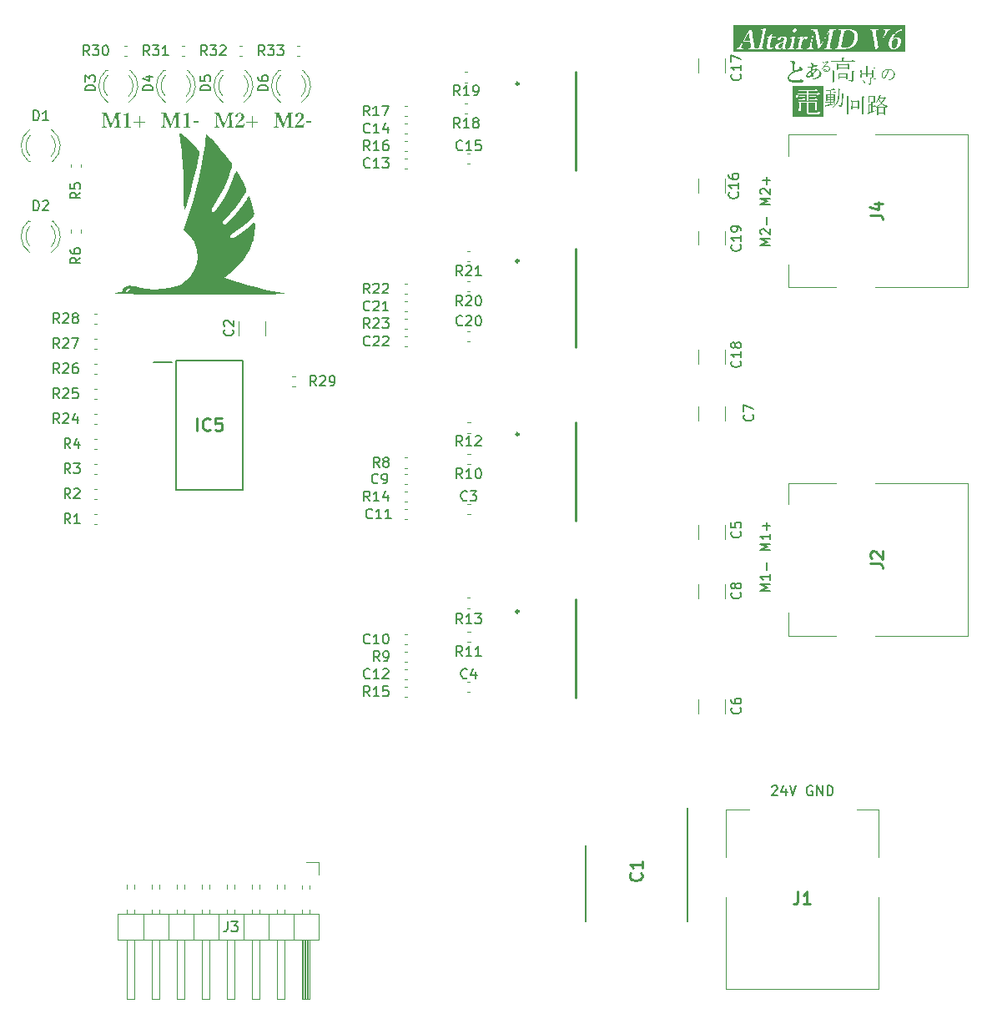
<source format=gbr>
%TF.GenerationSoftware,KiCad,Pcbnew,7.0.7*%
%TF.CreationDate,2023-12-04T17:46:37+09:00*%
%TF.ProjectId,AltairMD_V6,416c7461-6972-44d4-945f-56362e6b6963,rev?*%
%TF.SameCoordinates,Original*%
%TF.FileFunction,Legend,Top*%
%TF.FilePolarity,Positive*%
%FSLAX46Y46*%
G04 Gerber Fmt 4.6, Leading zero omitted, Abs format (unit mm)*
G04 Created by KiCad (PCBNEW 7.0.7) date 2023-12-04 17:46:37*
%MOMM*%
%LPD*%
G01*
G04 APERTURE LIST*
%ADD10C,0.150000*%
%ADD11C,0.200000*%
%ADD12C,0.300000*%
%ADD13C,0.254000*%
%ADD14C,0.100000*%
%ADD15C,0.120000*%
G04 APERTURE END LIST*
D10*
G36*
X187964947Y-59506778D02*
G01*
X187346524Y-59506778D01*
X187346524Y-59232738D01*
X187964947Y-59232738D01*
X187964947Y-59506778D01*
G37*
G36*
X188783649Y-59506778D02*
G01*
X188131032Y-59506778D01*
X188131032Y-59232738D01*
X188783649Y-59232738D01*
X188783649Y-59506778D01*
G37*
G36*
X187964947Y-59162884D02*
G01*
X187346524Y-59162884D01*
X187346524Y-58888844D01*
X187964947Y-58888844D01*
X187964947Y-59162884D01*
G37*
G36*
X188783649Y-59162884D02*
G01*
X188131032Y-59162884D01*
X188131032Y-58888844D01*
X188783649Y-58888844D01*
X188783649Y-59162884D01*
G37*
G36*
X189643822Y-60331292D02*
G01*
X186554251Y-60331292D01*
X186554251Y-58719828D01*
X187163831Y-58719828D01*
X187165842Y-58740266D01*
X187167723Y-58761647D01*
X187169475Y-58783970D01*
X187171097Y-58807236D01*
X187172589Y-58831445D01*
X187173951Y-58856596D01*
X187175184Y-58882690D01*
X187175435Y-58888844D01*
X187176287Y-58909727D01*
X187177260Y-58937706D01*
X187178104Y-58966628D01*
X187178817Y-58996492D01*
X187179401Y-59027299D01*
X187179855Y-59059049D01*
X187180180Y-59091741D01*
X187180374Y-59125376D01*
X187180439Y-59159953D01*
X187178938Y-59232738D01*
X187169692Y-59681168D01*
X187172251Y-59699429D01*
X187183624Y-59717900D01*
X187201038Y-59728552D01*
X187221509Y-59733589D01*
X187242477Y-59734901D01*
X187255076Y-59734611D01*
X187277837Y-59732291D01*
X187297346Y-59727650D01*
X187317159Y-59718586D01*
X187334230Y-59702924D01*
X187343984Y-59682042D01*
X187346524Y-59660651D01*
X187346524Y-59576632D01*
X187962016Y-59576632D01*
X187961686Y-59587765D01*
X187961056Y-59609052D01*
X187960468Y-59629034D01*
X187959665Y-59656560D01*
X187958957Y-59681150D01*
X187958343Y-59702802D01*
X187957671Y-59727104D01*
X187957068Y-59750141D01*
X187956643Y-59771049D01*
X187957019Y-59790489D01*
X187958992Y-59818133D01*
X187962657Y-59843956D01*
X187968014Y-59867958D01*
X187975062Y-59890140D01*
X187983802Y-59910502D01*
X187994233Y-59929044D01*
X188006356Y-59945765D01*
X188020171Y-59960665D01*
X188035677Y-59973746D01*
X188052875Y-59985006D01*
X188067144Y-59992341D01*
X188092368Y-60002456D01*
X188111732Y-60008608D01*
X188133134Y-60014286D01*
X188156574Y-60019492D01*
X188182051Y-60024224D01*
X188209567Y-60028483D01*
X188239120Y-60032269D01*
X188270712Y-60035581D01*
X188304341Y-60038421D01*
X188340008Y-60040787D01*
X188377713Y-60042680D01*
X188397330Y-60043449D01*
X188417456Y-60044099D01*
X188438091Y-60044632D01*
X188459236Y-60045046D01*
X188480891Y-60045341D01*
X188503055Y-60045519D01*
X188525729Y-60045578D01*
X188560248Y-60045536D01*
X188593953Y-60045410D01*
X188626842Y-60045200D01*
X188658917Y-60044906D01*
X188690178Y-60044529D01*
X188720623Y-60044067D01*
X188750254Y-60043521D01*
X188779070Y-60042891D01*
X188807071Y-60042178D01*
X188834257Y-60041380D01*
X188860629Y-60040499D01*
X188886185Y-60039533D01*
X188910927Y-60038484D01*
X188934855Y-60037350D01*
X188957967Y-60036133D01*
X188980265Y-60034831D01*
X189001748Y-60033446D01*
X189022416Y-60031977D01*
X189061308Y-60028786D01*
X189096940Y-60025260D01*
X189129314Y-60021398D01*
X189158428Y-60017200D01*
X189184284Y-60012666D01*
X189206880Y-60007797D01*
X189226217Y-60002591D01*
X189249788Y-59994511D01*
X189271040Y-59985658D01*
X189289973Y-59976033D01*
X189306588Y-59965634D01*
X189325136Y-59950568D01*
X189339561Y-59934127D01*
X189349865Y-59916312D01*
X189356048Y-59897124D01*
X189358108Y-59876562D01*
X189357931Y-59870334D01*
X189354515Y-59850459D01*
X189345287Y-59831408D01*
X189330381Y-59816265D01*
X189312679Y-59806220D01*
X189302828Y-59800784D01*
X189288136Y-59785691D01*
X189280622Y-59767294D01*
X189278485Y-59747113D01*
X189278544Y-59737634D01*
X189279018Y-59716384D01*
X189279964Y-59692082D01*
X189280984Y-59671852D01*
X189282271Y-59649905D01*
X189283824Y-59626240D01*
X189285643Y-59600858D01*
X189287728Y-59573758D01*
X189290079Y-59544941D01*
X189291795Y-59524776D01*
X189293628Y-59503847D01*
X189290537Y-59493131D01*
X189271646Y-59486262D01*
X189256503Y-59496032D01*
X189251454Y-59513306D01*
X189241467Y-59546538D01*
X189231628Y-59578015D01*
X189221939Y-59607736D01*
X189212398Y-59635702D01*
X189203006Y-59661913D01*
X189193763Y-59686367D01*
X189184669Y-59709067D01*
X189175723Y-59730011D01*
X189166927Y-59749199D01*
X189154011Y-59774690D01*
X189141430Y-59796231D01*
X189129184Y-59813822D01*
X189113377Y-59831133D01*
X189107737Y-59835670D01*
X189089075Y-59848047D01*
X189071529Y-59856943D01*
X189052171Y-59864552D01*
X189031000Y-59870873D01*
X189008017Y-59875906D01*
X188988325Y-59879004D01*
X188969487Y-59881012D01*
X188946313Y-59882823D01*
X188918803Y-59884435D01*
X188898054Y-59885401D01*
X188875377Y-59886279D01*
X188850774Y-59887069D01*
X188824243Y-59887771D01*
X188795785Y-59888385D01*
X188765399Y-59888912D01*
X188733087Y-59889351D01*
X188698847Y-59889702D01*
X188662680Y-59889965D01*
X188624586Y-59890141D01*
X188604816Y-59890196D01*
X188584564Y-59890229D01*
X188563831Y-59890240D01*
X188538729Y-59890201D01*
X188514593Y-59890087D01*
X188491422Y-59889896D01*
X188469217Y-59889629D01*
X188447977Y-59889285D01*
X188427703Y-59888866D01*
X188399103Y-59888093D01*
X188372674Y-59887148D01*
X188348418Y-59886032D01*
X188326335Y-59884744D01*
X188300270Y-59882760D01*
X188278066Y-59880470D01*
X188272388Y-59879837D01*
X188250906Y-59876856D01*
X188231394Y-59873158D01*
X188209772Y-59867527D01*
X188191227Y-59860774D01*
X188173035Y-59851192D01*
X188157411Y-59837972D01*
X188145870Y-59822035D01*
X188138477Y-59803582D01*
X188134149Y-59784417D01*
X188131676Y-59762160D01*
X188131032Y-59741251D01*
X188131032Y-59576632D01*
X188783649Y-59576632D01*
X188783649Y-59613757D01*
X188783720Y-59617393D01*
X188787132Y-59636788D01*
X188797581Y-59654162D01*
X188814995Y-59665879D01*
X188835465Y-59671420D01*
X188856434Y-59672863D01*
X188875639Y-59672198D01*
X188898308Y-59669240D01*
X188917618Y-59663917D01*
X188937034Y-59653935D01*
X188953406Y-59637076D01*
X188961277Y-59618961D01*
X188963900Y-59597148D01*
X188955596Y-59118432D01*
X188955596Y-58949416D01*
X188973342Y-58937616D01*
X188992197Y-58923682D01*
X189009943Y-58908157D01*
X189023917Y-58891695D01*
X189031311Y-58871258D01*
X189026875Y-58853303D01*
X189015296Y-58835674D01*
X189001321Y-58821002D01*
X188985882Y-58807755D01*
X188973617Y-58797758D01*
X188956392Y-58783973D01*
X188940575Y-58771638D01*
X188921677Y-58757449D01*
X188905282Y-58745840D01*
X188885384Y-58733263D01*
X188864738Y-58725201D01*
X188856054Y-58728481D01*
X188839715Y-58740599D01*
X188823951Y-58754722D01*
X188808884Y-58769300D01*
X188791635Y-58786794D01*
X188777265Y-58801828D01*
X188761667Y-58818502D01*
X187371437Y-58818502D01*
X187357746Y-58810904D01*
X187337389Y-58799864D01*
X187317246Y-58789254D01*
X187297317Y-58779073D01*
X187277604Y-58769321D01*
X187258105Y-58759999D01*
X187238821Y-58751106D01*
X187219751Y-58742643D01*
X187200896Y-58734608D01*
X187182256Y-58727003D01*
X187163831Y-58719828D01*
X186554251Y-58719828D01*
X186554251Y-58492193D01*
X187095443Y-58492193D01*
X187121332Y-58589891D01*
X187136889Y-58587446D01*
X187157016Y-58584561D01*
X187181187Y-58581556D01*
X187204261Y-58579218D01*
X187226238Y-58577549D01*
X187247118Y-58576547D01*
X187266901Y-58576213D01*
X187811074Y-58576213D01*
X187817010Y-58575998D01*
X187835987Y-58570107D01*
X187844291Y-58551789D01*
X187839855Y-58533766D01*
X187828276Y-58516486D01*
X187814301Y-58502351D01*
X187798862Y-58489751D01*
X187779297Y-58473514D01*
X187761270Y-58458873D01*
X187744779Y-58445830D01*
X187725182Y-58430924D01*
X187708318Y-58418857D01*
X187688145Y-58406080D01*
X187669413Y-58398893D01*
X187668064Y-58398998D01*
X187649864Y-58409388D01*
X187635045Y-58422506D01*
X187620768Y-58436779D01*
X187604339Y-58454410D01*
X187590605Y-58469838D01*
X187575660Y-58487154D01*
X187559504Y-58506360D01*
X187261528Y-58506360D01*
X187241195Y-58506138D01*
X187220739Y-58505474D01*
X187200162Y-58504367D01*
X187179462Y-58502818D01*
X187158640Y-58500826D01*
X187137697Y-58498391D01*
X187116631Y-58495514D01*
X187095443Y-58492193D01*
X186554251Y-58492193D01*
X186554251Y-58243066D01*
X186839965Y-58243066D01*
X186840179Y-58249679D01*
X186843996Y-58270669D01*
X186852582Y-58290036D01*
X186864389Y-58306080D01*
X186879654Y-58320613D01*
X186896629Y-58330993D01*
X186915314Y-58337221D01*
X186935708Y-58339297D01*
X186955942Y-58337924D01*
X186975367Y-58333802D01*
X186993983Y-58326933D01*
X187011789Y-58317316D01*
X187028787Y-58304951D01*
X187044976Y-58289838D01*
X187060356Y-58271978D01*
X187074926Y-58251370D01*
X187085986Y-58232404D01*
X187096084Y-58212140D01*
X187096641Y-58210826D01*
X187194117Y-58210826D01*
X187219030Y-58308523D01*
X187235215Y-58306079D01*
X187255862Y-58303193D01*
X187275439Y-58300736D01*
X187298408Y-58298265D01*
X187319708Y-58296461D01*
X187339338Y-58295326D01*
X187360690Y-58294845D01*
X187811074Y-58294845D01*
X187817010Y-58294626D01*
X187835987Y-58288617D01*
X187844291Y-58269933D01*
X187843665Y-58264284D01*
X187834277Y-58245508D01*
X187819843Y-58229623D01*
X187804235Y-58216199D01*
X187784675Y-58199525D01*
X187766660Y-58184491D01*
X187750191Y-58171098D01*
X187730636Y-58155790D01*
X187713829Y-58143399D01*
X187693771Y-58130279D01*
X187675275Y-58122898D01*
X187665338Y-58126470D01*
X187648534Y-58139667D01*
X187633097Y-58155047D01*
X187618687Y-58170923D01*
X187602445Y-58189974D01*
X187589061Y-58206345D01*
X187574647Y-58224503D01*
X187357759Y-58224503D01*
X187337144Y-58224290D01*
X187316574Y-58223648D01*
X187296050Y-58222580D01*
X187275572Y-58221084D01*
X187255139Y-58219161D01*
X187234753Y-58216810D01*
X187214412Y-58214031D01*
X187194117Y-58210826D01*
X187096641Y-58210826D01*
X187105220Y-58190581D01*
X187113394Y-58167725D01*
X187120607Y-58143572D01*
X187126858Y-58118122D01*
X187132148Y-58091376D01*
X187136475Y-58063334D01*
X187138826Y-58043918D01*
X187140750Y-58023927D01*
X187142246Y-58003359D01*
X187143314Y-57982214D01*
X187978625Y-57982214D01*
X187978625Y-58232319D01*
X187964947Y-58628969D01*
X187965613Y-58641977D01*
X187970936Y-58664153D01*
X187981584Y-58681212D01*
X187997555Y-58693153D01*
X188018850Y-58699977D01*
X188040662Y-58701754D01*
X188059257Y-58701067D01*
X188081204Y-58698014D01*
X188104066Y-58690763D01*
X188121848Y-58679696D01*
X188134549Y-58664812D01*
X188142170Y-58646112D01*
X188144710Y-58623596D01*
X188142485Y-58492193D01*
X188268785Y-58492193D01*
X188291744Y-58589891D01*
X188306017Y-58588234D01*
X188326224Y-58585950D01*
X188350923Y-58583279D01*
X188373058Y-58581035D01*
X188397120Y-58578831D01*
X188420704Y-58577068D01*
X188443175Y-58576213D01*
X189031311Y-58576213D01*
X189037422Y-58575998D01*
X189056957Y-58570107D01*
X189065505Y-58551789D01*
X189059791Y-58531550D01*
X189048457Y-58515452D01*
X189033580Y-58500416D01*
X189017145Y-58486820D01*
X189010034Y-58481080D01*
X188989828Y-58464953D01*
X188971314Y-58450466D01*
X188954491Y-58437619D01*
X188934692Y-58423040D01*
X188917901Y-58411378D01*
X188901140Y-58400900D01*
X188882812Y-58393519D01*
X188880072Y-58393960D01*
X188863158Y-58404539D01*
X188847750Y-58418313D01*
X188832744Y-58433300D01*
X188815357Y-58451813D01*
X188800754Y-58468012D01*
X188784811Y-58486194D01*
X188767529Y-58506360D01*
X188437801Y-58506360D01*
X188416781Y-58506138D01*
X188395730Y-58505474D01*
X188374649Y-58504367D01*
X188353538Y-58502818D01*
X188332395Y-58500826D01*
X188311222Y-58498391D01*
X188290019Y-58495514D01*
X188268785Y-58492193D01*
X188142485Y-58492193D01*
X188137721Y-58210826D01*
X188262923Y-58210826D01*
X188286371Y-58308523D01*
X188302569Y-58306079D01*
X188323273Y-58303193D01*
X188342954Y-58300736D01*
X188366116Y-58298265D01*
X188387680Y-58296461D01*
X188407647Y-58295326D01*
X188429497Y-58294845D01*
X188888185Y-58294845D01*
X188894296Y-58294626D01*
X188913831Y-58288617D01*
X188922379Y-58269933D01*
X188917990Y-58253217D01*
X188906536Y-58236216D01*
X188892711Y-58221710D01*
X188877438Y-58208383D01*
X188864360Y-58197736D01*
X188846073Y-58183053D01*
X188829384Y-58169915D01*
X188809615Y-58154803D01*
X188792686Y-58142438D01*
X188772616Y-58129043D01*
X188753363Y-58120456D01*
X188737199Y-58128686D01*
X188720369Y-58143318D01*
X188706458Y-58157137D01*
X188690396Y-58174207D01*
X188676936Y-58189143D01*
X188662266Y-58205909D01*
X188646385Y-58224503D01*
X188426566Y-58224503D01*
X188405416Y-58224290D01*
X188384465Y-58223648D01*
X188363712Y-58222580D01*
X188343157Y-58221084D01*
X188322801Y-58219161D01*
X188302643Y-58216810D01*
X188282684Y-58214031D01*
X188262923Y-58210826D01*
X188137721Y-58210826D01*
X188136894Y-58161977D01*
X188136894Y-57982214D01*
X189048897Y-57982214D01*
X189047570Y-57986863D01*
X189041376Y-58007440D01*
X189033763Y-58031193D01*
X189027121Y-58051091D01*
X189019681Y-58072775D01*
X189011442Y-58096245D01*
X189002404Y-58121502D01*
X188992568Y-58148544D01*
X188985567Y-58167564D01*
X188978212Y-58187378D01*
X188970501Y-58207986D01*
X188962435Y-58229388D01*
X188960969Y-58234762D01*
X188961029Y-58236595D01*
X188976113Y-58249905D01*
X188984417Y-58245997D01*
X188998766Y-58233586D01*
X189014947Y-58219069D01*
X189032960Y-58202445D01*
X189047672Y-58188595D01*
X189063414Y-58173560D01*
X189080187Y-58157339D01*
X189097990Y-58139934D01*
X189116823Y-58121344D01*
X189136687Y-58101569D01*
X189150502Y-58087727D01*
X189158270Y-58080394D01*
X189173703Y-58067892D01*
X189191535Y-58056953D01*
X189211685Y-58049259D01*
X189231591Y-58046695D01*
X189244604Y-58046034D01*
X189268113Y-58044050D01*
X189288263Y-58041180D01*
X189308727Y-58036348D01*
X189328563Y-58027258D01*
X189339057Y-58009570D01*
X189334575Y-57991864D01*
X189324891Y-57974887D01*
X189312275Y-57958103D01*
X189298717Y-57942542D01*
X189282393Y-57925550D01*
X189268685Y-57912241D01*
X189249382Y-57893887D01*
X189231591Y-57877465D01*
X189215310Y-57862975D01*
X189195954Y-57846660D01*
X189179284Y-57833780D01*
X189162226Y-57822510D01*
X189143663Y-57815641D01*
X189133651Y-57819024D01*
X189116110Y-57831523D01*
X189099717Y-57846089D01*
X189084284Y-57861125D01*
X189066790Y-57879169D01*
X189052317Y-57894675D01*
X189036685Y-57911872D01*
X188136894Y-57911872D01*
X188136894Y-57700847D01*
X189060132Y-57700847D01*
X189072251Y-57699833D01*
X189089906Y-57690686D01*
X189095792Y-57672026D01*
X189089495Y-57652868D01*
X189077594Y-57636279D01*
X189062481Y-57619976D01*
X189046424Y-57604920D01*
X189031311Y-57591914D01*
X189015254Y-57578605D01*
X188992779Y-57560251D01*
X188972235Y-57543829D01*
X188953624Y-57529339D01*
X188936944Y-57516781D01*
X188917710Y-57503042D01*
X188898497Y-57490699D01*
X188877438Y-57482005D01*
X188860341Y-57491286D01*
X188843454Y-57506513D01*
X188826510Y-57523916D01*
X188811798Y-57540013D01*
X188795369Y-57558720D01*
X188777223Y-57580038D01*
X188764171Y-57595700D01*
X188750356Y-57612522D01*
X188735778Y-57630505D01*
X187379741Y-57630505D01*
X187365487Y-57630442D01*
X187344235Y-57630111D01*
X187323138Y-57629497D01*
X187302195Y-57628600D01*
X187281407Y-57627419D01*
X187260773Y-57625955D01*
X187240294Y-57624208D01*
X187219969Y-57622177D01*
X187199799Y-57619863D01*
X187179784Y-57617266D01*
X187159923Y-57614385D01*
X187188743Y-57717455D01*
X187211603Y-57713563D01*
X187234753Y-57710189D01*
X187258192Y-57707334D01*
X187281922Y-57704999D01*
X187305942Y-57703182D01*
X187330252Y-57701885D01*
X187354851Y-57701106D01*
X187379741Y-57700847D01*
X187978625Y-57700847D01*
X187978625Y-57911872D01*
X187146245Y-57911872D01*
X187137941Y-57810267D01*
X187137113Y-57806327D01*
X187119867Y-57796590D01*
X187116960Y-57796697D01*
X187100816Y-57808802D01*
X187097783Y-57831341D01*
X187094365Y-57852978D01*
X187090559Y-57873713D01*
X187086367Y-57893547D01*
X187080177Y-57918589D01*
X187073300Y-57942029D01*
X187065737Y-57963866D01*
X187057486Y-57984100D01*
X187048548Y-58002731D01*
X187043219Y-58012775D01*
X187031358Y-58032315D01*
X187017894Y-58051121D01*
X187002827Y-58069195D01*
X186986157Y-58086537D01*
X186967885Y-58103145D01*
X186948010Y-58119021D01*
X186932051Y-58130447D01*
X186915191Y-58141461D01*
X186897560Y-58152986D01*
X186878827Y-58167865D01*
X186863767Y-58183268D01*
X186850543Y-58202445D01*
X186842609Y-58222378D01*
X186839965Y-58243066D01*
X186554251Y-58243066D01*
X186554251Y-57196291D01*
X189643822Y-57196291D01*
X189643822Y-60331292D01*
G37*
D11*
G36*
X185516457Y-53104999D02*
G01*
X185511061Y-53126378D01*
X185503909Y-53147039D01*
X185495002Y-53166983D01*
X185484339Y-53186210D01*
X185471921Y-53204719D01*
X185457747Y-53222510D01*
X185441818Y-53239584D01*
X185424133Y-53255941D01*
X185412927Y-53265287D01*
X185395766Y-53278176D01*
X185378185Y-53289707D01*
X185360183Y-53299883D01*
X185341761Y-53308701D01*
X185322917Y-53316163D01*
X185303653Y-53322268D01*
X185283968Y-53327017D01*
X185263862Y-53330408D01*
X185243336Y-53332443D01*
X185222389Y-53333122D01*
X185215254Y-53332931D01*
X185194698Y-53330069D01*
X185175412Y-53323772D01*
X185157397Y-53314040D01*
X185140653Y-53300874D01*
X185125180Y-53284273D01*
X185113151Y-53267993D01*
X185103443Y-53250415D01*
X185096054Y-53231539D01*
X185090986Y-53211367D01*
X185088239Y-53189896D01*
X185087811Y-53167128D01*
X185089704Y-53143063D01*
X185093917Y-53117699D01*
X185099796Y-53093151D01*
X185107053Y-53069576D01*
X185115687Y-53046974D01*
X185125699Y-53025345D01*
X185137089Y-53004689D01*
X185149856Y-52985007D01*
X185164001Y-52966297D01*
X185179524Y-52948561D01*
X185196425Y-52931798D01*
X185214703Y-52916008D01*
X185234359Y-52901192D01*
X185255392Y-52887348D01*
X185277803Y-52874477D01*
X185301592Y-52862580D01*
X185326759Y-52851656D01*
X185353303Y-52841705D01*
X185365579Y-52837570D01*
X185389233Y-52829403D01*
X185411688Y-52821374D01*
X185432944Y-52813482D01*
X185453003Y-52805727D01*
X185471863Y-52798110D01*
X185497906Y-52786941D01*
X185521253Y-52776082D01*
X185541904Y-52765532D01*
X185559859Y-52755291D01*
X185579605Y-52742117D01*
X185597546Y-52726422D01*
X185516457Y-53104999D01*
G37*
G36*
X197030395Y-52333195D02*
G01*
X197053790Y-52335780D01*
X197075647Y-52340580D01*
X197095967Y-52347595D01*
X197114751Y-52356826D01*
X197131997Y-52368272D01*
X197147706Y-52381933D01*
X197161878Y-52397810D01*
X197174514Y-52415902D01*
X197185612Y-52436209D01*
X197195173Y-52458732D01*
X197200839Y-52475209D01*
X197207913Y-52501491D01*
X197213278Y-52529654D01*
X197215905Y-52549474D01*
X197217773Y-52570130D01*
X197218882Y-52591621D01*
X197219231Y-52613949D01*
X197218821Y-52637112D01*
X197217651Y-52661110D01*
X197215722Y-52685945D01*
X197213034Y-52711615D01*
X197209585Y-52738121D01*
X197205378Y-52765463D01*
X197200411Y-52793641D01*
X197194685Y-52822654D01*
X197188779Y-52849941D01*
X197182541Y-52876601D01*
X197175972Y-52902636D01*
X197169070Y-52928045D01*
X197161836Y-52952828D01*
X197154270Y-52976985D01*
X197146372Y-53000516D01*
X197138143Y-53023422D01*
X197129581Y-53045701D01*
X197120687Y-53067355D01*
X197111461Y-53088383D01*
X197101903Y-53108785D01*
X197092013Y-53128561D01*
X197081791Y-53147711D01*
X197071237Y-53166235D01*
X197060351Y-53184133D01*
X197046605Y-53205192D01*
X197032599Y-53224892D01*
X197018334Y-53243233D01*
X197003809Y-53260215D01*
X196989025Y-53275839D01*
X196973981Y-53290104D01*
X196958677Y-53303011D01*
X196935236Y-53319824D01*
X196911210Y-53333580D01*
X196886601Y-53344279D01*
X196861408Y-53351921D01*
X196835631Y-53356506D01*
X196809270Y-53358034D01*
X196792444Y-53357496D01*
X196768450Y-53354671D01*
X196745950Y-53349425D01*
X196724944Y-53341757D01*
X196705432Y-53331668D01*
X196687414Y-53319157D01*
X196670891Y-53304225D01*
X196655861Y-53286871D01*
X196642326Y-53267096D01*
X196630284Y-53244899D01*
X196619737Y-53220281D01*
X196616079Y-53209795D01*
X196609526Y-53187817D01*
X196603993Y-53164499D01*
X196599478Y-53139842D01*
X196595982Y-53113845D01*
X196593505Y-53086509D01*
X196592048Y-53057834D01*
X196591609Y-53027819D01*
X196592189Y-52996464D01*
X196593788Y-52963770D01*
X196596406Y-52929736D01*
X196600043Y-52894363D01*
X196604699Y-52857650D01*
X196610373Y-52819598D01*
X196613593Y-52800069D01*
X196617067Y-52780206D01*
X196620796Y-52760008D01*
X196624780Y-52739475D01*
X196629018Y-52718607D01*
X196634079Y-52697006D01*
X196640223Y-52675681D01*
X196647451Y-52654630D01*
X196655763Y-52633854D01*
X196665159Y-52613353D01*
X196675638Y-52593127D01*
X196687202Y-52573175D01*
X196699849Y-52553498D01*
X196717276Y-52526761D01*
X196734997Y-52501750D01*
X196753012Y-52478462D01*
X196771320Y-52456900D01*
X196789923Y-52437063D01*
X196808819Y-52418951D01*
X196828009Y-52402564D01*
X196847494Y-52387902D01*
X196867272Y-52374965D01*
X196887343Y-52363752D01*
X196907709Y-52354265D01*
X196928368Y-52346503D01*
X196949322Y-52340465D01*
X196970569Y-52336153D01*
X196992110Y-52333565D01*
X197013945Y-52332703D01*
X197030395Y-52333195D01*
G37*
G36*
X182117539Y-51740462D02*
G01*
X182120375Y-51768748D01*
X182123176Y-51796195D01*
X182125942Y-51822802D01*
X182128675Y-51848570D01*
X182131373Y-51873498D01*
X182134037Y-51897586D01*
X182136666Y-51920835D01*
X182139261Y-51943244D01*
X182141822Y-51964814D01*
X182144348Y-51985544D01*
X182146841Y-52005435D01*
X182150514Y-52033696D01*
X182154111Y-52060069D01*
X182157630Y-52084552D01*
X182222598Y-52564734D01*
X182200754Y-52565993D01*
X182175276Y-52567084D01*
X182153784Y-52567793D01*
X182130248Y-52568407D01*
X182104668Y-52568926D01*
X182077045Y-52569351D01*
X182057494Y-52569582D01*
X182037035Y-52569771D01*
X182015667Y-52569918D01*
X181993392Y-52570023D01*
X181970208Y-52570086D01*
X181946115Y-52570107D01*
X181932805Y-52570102D01*
X181906923Y-52570060D01*
X181882025Y-52569976D01*
X181858113Y-52569850D01*
X181835184Y-52569682D01*
X181813241Y-52569472D01*
X181792281Y-52569220D01*
X181762689Y-52568764D01*
X181735312Y-52568213D01*
X181710150Y-52567567D01*
X181687204Y-52566827D01*
X181666473Y-52565993D01*
X181642277Y-52564734D01*
X181919249Y-52079179D01*
X182116108Y-51726004D01*
X182117539Y-51740462D01*
G37*
G36*
X192170536Y-51513710D02*
G01*
X192193032Y-51514302D01*
X192215137Y-51515290D01*
X192236853Y-51516672D01*
X192258178Y-51518450D01*
X192279112Y-51520622D01*
X192299657Y-51523190D01*
X192319811Y-51526152D01*
X192339575Y-51529509D01*
X192358949Y-51533262D01*
X192396526Y-51541951D01*
X192432543Y-51552221D01*
X192466998Y-51564071D01*
X192499893Y-51577500D01*
X192531226Y-51592510D01*
X192560999Y-51609099D01*
X192589211Y-51627269D01*
X192615862Y-51647018D01*
X192640952Y-51668347D01*
X192664482Y-51691256D01*
X192686450Y-51715745D01*
X192709329Y-51745556D01*
X192729971Y-51777104D01*
X192748377Y-51810388D01*
X192764547Y-51845408D01*
X192771793Y-51863569D01*
X192778480Y-51882165D01*
X192784608Y-51901194D01*
X192790177Y-51920658D01*
X192795187Y-51940555D01*
X192799638Y-51960887D01*
X192803529Y-51981653D01*
X192806862Y-52002853D01*
X192809636Y-52024487D01*
X192811850Y-52046555D01*
X192813505Y-52069058D01*
X192814601Y-52091994D01*
X192815139Y-52115364D01*
X192815117Y-52139169D01*
X192814536Y-52163408D01*
X192813396Y-52188081D01*
X192811696Y-52213188D01*
X192809438Y-52238729D01*
X192806621Y-52264704D01*
X192803244Y-52291113D01*
X192799309Y-52317956D01*
X192794814Y-52345234D01*
X192789760Y-52372945D01*
X192784147Y-52401091D01*
X192778717Y-52426384D01*
X192772989Y-52451340D01*
X192766963Y-52475958D01*
X192760639Y-52500238D01*
X192754018Y-52524181D01*
X192747099Y-52547785D01*
X192739882Y-52571052D01*
X192732368Y-52593982D01*
X192724556Y-52616573D01*
X192716446Y-52638827D01*
X192708039Y-52660743D01*
X192699334Y-52682321D01*
X192690331Y-52703562D01*
X192681031Y-52724465D01*
X192671433Y-52745030D01*
X192661538Y-52765257D01*
X192651344Y-52785147D01*
X192640853Y-52804698D01*
X192630065Y-52823912D01*
X192618978Y-52842789D01*
X192607594Y-52861327D01*
X192595913Y-52879528D01*
X192583933Y-52897391D01*
X192571656Y-52914917D01*
X192559081Y-52932104D01*
X192546209Y-52948954D01*
X192533039Y-52965466D01*
X192519571Y-52981641D01*
X192505806Y-52997478D01*
X192491743Y-53012976D01*
X192477382Y-53028138D01*
X192462724Y-53042961D01*
X192445440Y-53059641D01*
X192427845Y-53075791D01*
X192409937Y-53091411D01*
X192391718Y-53106502D01*
X192373186Y-53121064D01*
X192354343Y-53135096D01*
X192335188Y-53148599D01*
X192315720Y-53161572D01*
X192295941Y-53174015D01*
X192275849Y-53185929D01*
X192255446Y-53197314D01*
X192234731Y-53208169D01*
X192213703Y-53218494D01*
X192192364Y-53228290D01*
X192170713Y-53237556D01*
X192148750Y-53246293D01*
X192126474Y-53254501D01*
X192103887Y-53262179D01*
X192080988Y-53269327D01*
X192057777Y-53275946D01*
X192034254Y-53282035D01*
X192010419Y-53287595D01*
X191986271Y-53292625D01*
X191961812Y-53297126D01*
X191937041Y-53301098D01*
X191911958Y-53304539D01*
X191886563Y-53307452D01*
X191860856Y-53309835D01*
X191834837Y-53311688D01*
X191808506Y-53313012D01*
X191781863Y-53313806D01*
X191754908Y-53314071D01*
X191728826Y-53313744D01*
X191704067Y-53312766D01*
X191680633Y-53311134D01*
X191658524Y-53308850D01*
X191637738Y-53305913D01*
X191618277Y-53302324D01*
X191591568Y-53295717D01*
X191567839Y-53287641D01*
X191547089Y-53278097D01*
X191529319Y-53267084D01*
X191510261Y-53250117D01*
X191496499Y-53230540D01*
X191491094Y-53218203D01*
X191485371Y-53199490D01*
X191481798Y-53179094D01*
X191480375Y-53157015D01*
X191480868Y-53136750D01*
X191481368Y-53129013D01*
X191483786Y-53105545D01*
X191486923Y-53082529D01*
X191489977Y-53062792D01*
X191493632Y-53040935D01*
X191497888Y-53016957D01*
X191502745Y-52990858D01*
X191508204Y-52962638D01*
X191512176Y-52942646D01*
X191516416Y-52921712D01*
X191520923Y-52899835D01*
X191725110Y-51917002D01*
X191729295Y-51896848D01*
X191735236Y-51868434D01*
X191740773Y-51842202D01*
X191745906Y-51818151D01*
X191750636Y-51796281D01*
X191754962Y-51776592D01*
X191760103Y-51753732D01*
X191765519Y-51730610D01*
X191770540Y-51710861D01*
X191773463Y-51700299D01*
X191779630Y-51680286D01*
X191786225Y-51661754D01*
X191795069Y-51640672D01*
X191804581Y-51621903D01*
X191816877Y-51602434D01*
X191830135Y-51586297D01*
X191838817Y-51577483D01*
X191854631Y-51565329D01*
X191873793Y-51554454D01*
X191896305Y-51544858D01*
X191922165Y-51536542D01*
X191941265Y-51531709D01*
X191961854Y-51527444D01*
X191983932Y-51523748D01*
X192007497Y-51520620D01*
X192032551Y-51518061D01*
X192059093Y-51516071D01*
X192087124Y-51514650D01*
X192116643Y-51513797D01*
X192147651Y-51513512D01*
X192170536Y-51513710D01*
G37*
G36*
X197962504Y-53731187D02*
G01*
X180560926Y-53731187D01*
X180560926Y-53388476D01*
X180846640Y-53388476D01*
X180852731Y-53408244D01*
X180871447Y-53414210D01*
X180877261Y-53413880D01*
X180902616Y-53412662D01*
X180923837Y-53411859D01*
X180946946Y-53411151D01*
X180971945Y-53410537D01*
X180998833Y-53410018D01*
X181027610Y-53409593D01*
X181047844Y-53409362D01*
X181068917Y-53409173D01*
X181090830Y-53409026D01*
X181113583Y-53408921D01*
X181137175Y-53408858D01*
X181161607Y-53408837D01*
X181191277Y-53408858D01*
X181219836Y-53408921D01*
X181247285Y-53409026D01*
X181273623Y-53409173D01*
X181298851Y-53409362D01*
X181322968Y-53409593D01*
X181345974Y-53409865D01*
X181367870Y-53410180D01*
X181388656Y-53410537D01*
X181408331Y-53410936D01*
X181435761Y-53411613D01*
X181460692Y-53412384D01*
X181483125Y-53413250D01*
X181503059Y-53414210D01*
X181518515Y-53411428D01*
X181534291Y-53397586D01*
X181541161Y-53379039D01*
X181541558Y-53376936D01*
X181541254Y-53355664D01*
X181524064Y-53344845D01*
X181502061Y-53342105D01*
X181481359Y-53339014D01*
X181461959Y-53335572D01*
X181435299Y-53329750D01*
X181411567Y-53323138D01*
X181390763Y-53315736D01*
X181372887Y-53307545D01*
X181353607Y-53295394D01*
X181336827Y-53278230D01*
X181328181Y-53258872D01*
X181326787Y-53250756D01*
X181324665Y-53228568D01*
X181324712Y-53208502D01*
X181326535Y-53187829D01*
X181330135Y-53166548D01*
X181333817Y-53150796D01*
X181340209Y-53128657D01*
X181348296Y-53105222D01*
X181355473Y-53086793D01*
X181363603Y-53067635D01*
X181372687Y-53047747D01*
X181382723Y-53027129D01*
X181393712Y-53005781D01*
X181405655Y-52983703D01*
X181418551Y-52960896D01*
X181581705Y-52680505D01*
X181610926Y-52679263D01*
X181639117Y-52678100D01*
X181666278Y-52677019D01*
X181692408Y-52676017D01*
X181717508Y-52675095D01*
X181741577Y-52674254D01*
X181764616Y-52673492D01*
X181786625Y-52672811D01*
X181807603Y-52672210D01*
X181827551Y-52671689D01*
X181855540Y-52671058D01*
X181881212Y-52670607D01*
X181904564Y-52670337D01*
X181925599Y-52670247D01*
X181933711Y-52670257D01*
X181958679Y-52670407D01*
X181984590Y-52670737D01*
X182011446Y-52671248D01*
X182039247Y-52671940D01*
X182067993Y-52672811D01*
X182087681Y-52673492D01*
X182107789Y-52674254D01*
X182128317Y-52675095D01*
X182149264Y-52676017D01*
X182170632Y-52677019D01*
X182192419Y-52678100D01*
X182214626Y-52679263D01*
X182237253Y-52680505D01*
X182288055Y-52994601D01*
X182289514Y-53004615D01*
X182293444Y-53033558D01*
X182296704Y-53060852D01*
X182299294Y-53086497D01*
X182301215Y-53110494D01*
X182302466Y-53132842D01*
X182303047Y-53153542D01*
X182302780Y-53178577D01*
X182301322Y-53200681D01*
X182297825Y-53224189D01*
X182294467Y-53237623D01*
X182287826Y-53256857D01*
X182279263Y-53274992D01*
X182272143Y-53285986D01*
X182254686Y-53302286D01*
X182235688Y-53313506D01*
X182212218Y-53323108D01*
X182191680Y-53329247D01*
X182168626Y-53334476D01*
X182143057Y-53338795D01*
X182114971Y-53342204D01*
X182094850Y-53343971D01*
X182073610Y-53345334D01*
X182066065Y-53346519D01*
X182051711Y-53359850D01*
X182045278Y-53379039D01*
X182044848Y-53381203D01*
X182044081Y-53401811D01*
X182059444Y-53414210D01*
X182089875Y-53413560D01*
X182119497Y-53412951D01*
X182148310Y-53412384D01*
X182176314Y-53411859D01*
X182203509Y-53411377D01*
X182229895Y-53410936D01*
X182255472Y-53410537D01*
X182280240Y-53410180D01*
X182304198Y-53409865D01*
X182327348Y-53409593D01*
X182349688Y-53409362D01*
X182371220Y-53409173D01*
X182391942Y-53409026D01*
X182421509Y-53408884D01*
X182449256Y-53408837D01*
X182458389Y-53408842D01*
X182486953Y-53408921D01*
X182506964Y-53409026D01*
X182527749Y-53409173D01*
X182549309Y-53409362D01*
X182571644Y-53409593D01*
X182594754Y-53409865D01*
X182618638Y-53410180D01*
X182643297Y-53410537D01*
X182668731Y-53410936D01*
X182694939Y-53411377D01*
X182721922Y-53411859D01*
X182749680Y-53412384D01*
X182778213Y-53412951D01*
X182807520Y-53413560D01*
X182837602Y-53414210D01*
X182857380Y-53410680D01*
X182873683Y-53397125D01*
X182876195Y-53390648D01*
X182931360Y-53390648D01*
X182937915Y-53409131D01*
X182956792Y-53414210D01*
X182966446Y-53413729D01*
X182995474Y-53412378D01*
X183024606Y-53411165D01*
X183053841Y-53410089D01*
X183073388Y-53409448D01*
X183092981Y-53408867D01*
X183112619Y-53408348D01*
X183132304Y-53407890D01*
X183152034Y-53407494D01*
X183171810Y-53407158D01*
X183191632Y-53406883D01*
X183211499Y-53406669D01*
X183231413Y-53406517D01*
X183251372Y-53406425D01*
X183271377Y-53406394D01*
X183289543Y-53406425D01*
X183316905Y-53406585D01*
X183344406Y-53406883D01*
X183372043Y-53407318D01*
X183399818Y-53407890D01*
X183427731Y-53408600D01*
X183455780Y-53409448D01*
X183483968Y-53410432D01*
X183512292Y-53411554D01*
X183540754Y-53412813D01*
X183569353Y-53414210D01*
X183574490Y-53413729D01*
X183590305Y-53402189D01*
X183597197Y-53383436D01*
X183598677Y-53366182D01*
X183585473Y-53351196D01*
X183572115Y-53349913D01*
X183551951Y-53347776D01*
X183531217Y-53345212D01*
X183511803Y-53342220D01*
X183491684Y-53337518D01*
X183486795Y-53336096D01*
X183467724Y-53327763D01*
X183452154Y-53314788D01*
X183441859Y-53295997D01*
X183440062Y-53279286D01*
X183440875Y-53258121D01*
X183442797Y-53237699D01*
X183445844Y-53213379D01*
X183450016Y-53185160D01*
X183453422Y-53164182D01*
X183457328Y-53141471D01*
X183461734Y-53117028D01*
X183466640Y-53090852D01*
X183472045Y-53062943D01*
X183477951Y-53033302D01*
X183484357Y-53001928D01*
X183641102Y-52249263D01*
X183902392Y-52249263D01*
X183908289Y-52268612D01*
X183926925Y-52275062D01*
X184103268Y-52272131D01*
X184017295Y-52662431D01*
X184013394Y-52679192D01*
X184005823Y-52711798D01*
X183998557Y-52743184D01*
X183991596Y-52773348D01*
X183984940Y-52802290D01*
X183978590Y-52830012D01*
X183972545Y-52856512D01*
X183966805Y-52881791D01*
X183961371Y-52905849D01*
X183956242Y-52928686D01*
X183951418Y-52950301D01*
X183946899Y-52970696D01*
X183940694Y-52998997D01*
X183935176Y-53024551D01*
X183930344Y-53047357D01*
X183925478Y-53072419D01*
X183921506Y-53096679D01*
X183918426Y-53120138D01*
X183916239Y-53142795D01*
X183914945Y-53164651D01*
X183914545Y-53185706D01*
X183915037Y-53205959D01*
X183917450Y-53234836D01*
X183921872Y-53261910D01*
X183928303Y-53287180D01*
X183936744Y-53310647D01*
X183947194Y-53332312D01*
X183959653Y-53352173D01*
X183964678Y-53357913D01*
X183981070Y-53374040D01*
X183999437Y-53388527D01*
X184019779Y-53401374D01*
X184042096Y-53412581D01*
X184066387Y-53422148D01*
X184092654Y-53430075D01*
X184120896Y-53436362D01*
X184140821Y-53439642D01*
X184161623Y-53442193D01*
X184183303Y-53444016D01*
X184205862Y-53445109D01*
X184229297Y-53445473D01*
X184253102Y-53444893D01*
X184276765Y-53443153D01*
X184300286Y-53440253D01*
X184323667Y-53436192D01*
X184346906Y-53430971D01*
X184370004Y-53424591D01*
X184392961Y-53417050D01*
X184415777Y-53408348D01*
X184438451Y-53398487D01*
X184460985Y-53387466D01*
X184483377Y-53375284D01*
X184505628Y-53361942D01*
X184527737Y-53347440D01*
X184549706Y-53331778D01*
X184571533Y-53314956D01*
X184593219Y-53296974D01*
X184600733Y-53289945D01*
X184610805Y-53273038D01*
X184609445Y-53259950D01*
X184599081Y-53242263D01*
X184592607Y-53234707D01*
X184574657Y-53226632D01*
X184556583Y-53233959D01*
X184550097Y-53238888D01*
X184530838Y-53252735D01*
X184511880Y-53265174D01*
X184493223Y-53276205D01*
X184474866Y-53285828D01*
X184456810Y-53294043D01*
X184433202Y-53302805D01*
X184410129Y-53309064D01*
X184387590Y-53312819D01*
X184365585Y-53314071D01*
X184360012Y-53314000D01*
X184338606Y-53312294D01*
X184318620Y-53308313D01*
X184295634Y-53300139D01*
X184274866Y-53288411D01*
X184256317Y-53273129D01*
X184243074Y-53258345D01*
X184231251Y-53241286D01*
X184223230Y-53221388D01*
X184220834Y-53210817D01*
X184776157Y-53210817D01*
X184776401Y-53233913D01*
X184778844Y-53256185D01*
X184783484Y-53277633D01*
X184790323Y-53298256D01*
X184799360Y-53318055D01*
X184810595Y-53337030D01*
X184815202Y-53343701D01*
X184830448Y-53362446D01*
X184847832Y-53379284D01*
X184867353Y-53394217D01*
X184889013Y-53407243D01*
X184912811Y-53418362D01*
X184938747Y-53427576D01*
X184966821Y-53434883D01*
X184986725Y-53438696D01*
X185007579Y-53441661D01*
X185029384Y-53443779D01*
X185052138Y-53445050D01*
X185075843Y-53445473D01*
X185091368Y-53445326D01*
X185114254Y-53444555D01*
X185136660Y-53443122D01*
X185158584Y-53441029D01*
X185180028Y-53438274D01*
X185200991Y-53434858D01*
X185221473Y-53430781D01*
X185241474Y-53426042D01*
X185260995Y-53420643D01*
X185280034Y-53414582D01*
X185298593Y-53407860D01*
X185321086Y-53398739D01*
X185344113Y-53387985D01*
X185361735Y-53378847D01*
X185379656Y-53368791D01*
X185397879Y-53357815D01*
X185416402Y-53345921D01*
X185435225Y-53333109D01*
X185454349Y-53319377D01*
X185473773Y-53304727D01*
X185493498Y-53289158D01*
X185495414Y-53297843D01*
X185502894Y-53322245D01*
X185512976Y-53344166D01*
X185525660Y-53363604D01*
X185540946Y-53380562D01*
X185558833Y-53395037D01*
X185579323Y-53407031D01*
X185602414Y-53416544D01*
X185628106Y-53423575D01*
X185656401Y-53428124D01*
X185676709Y-53429779D01*
X185698174Y-53430330D01*
X185716939Y-53430105D01*
X185744241Y-53428923D01*
X185770531Y-53426728D01*
X185795807Y-53423519D01*
X185820070Y-53419297D01*
X185843320Y-53414062D01*
X185865557Y-53407814D01*
X185886780Y-53400553D01*
X185906990Y-53392278D01*
X185922888Y-53384586D01*
X186067723Y-53384586D01*
X186070034Y-53405784D01*
X186088474Y-53414210D01*
X186106674Y-53413729D01*
X186141448Y-53412813D01*
X186174054Y-53411959D01*
X186204493Y-53411165D01*
X186232764Y-53410432D01*
X186258868Y-53409760D01*
X186282804Y-53409150D01*
X186304572Y-53408600D01*
X186333160Y-53407890D01*
X186356870Y-53407318D01*
X186380898Y-53406768D01*
X186402082Y-53406394D01*
X186423236Y-53406526D01*
X186442924Y-53406820D01*
X186465070Y-53407281D01*
X186489674Y-53407911D01*
X186509740Y-53408493D01*
X186531188Y-53409170D01*
X186554018Y-53409942D01*
X186578231Y-53410808D01*
X186603826Y-53411768D01*
X186620374Y-53412020D01*
X186643134Y-53412426D01*
X186663422Y-53412867D01*
X186683965Y-53413425D01*
X186705431Y-53414210D01*
X186711087Y-53413387D01*
X186722578Y-53402219D01*
X186881954Y-53402219D01*
X186898383Y-53414210D01*
X186918220Y-53413729D01*
X186956013Y-53412813D01*
X186991298Y-53411959D01*
X187024076Y-53411165D01*
X187054347Y-53410432D01*
X187082111Y-53409760D01*
X187107367Y-53409150D01*
X187130116Y-53408600D01*
X187150357Y-53408112D01*
X187176019Y-53407494D01*
X187201458Y-53406883D01*
X187222249Y-53406394D01*
X187238354Y-53406478D01*
X187262220Y-53406820D01*
X187284301Y-53407281D01*
X187309039Y-53407911D01*
X187329335Y-53408493D01*
X187351125Y-53409170D01*
X187374409Y-53409942D01*
X187399187Y-53410808D01*
X187425459Y-53411768D01*
X187446490Y-53412085D01*
X187469616Y-53412497D01*
X187490442Y-53412944D01*
X187511830Y-53413508D01*
X187532438Y-53414210D01*
X187549697Y-53405555D01*
X187557351Y-53386855D01*
X187557379Y-53386528D01*
X187981351Y-53386528D01*
X187984717Y-53406804D01*
X188002849Y-53414210D01*
X188022937Y-53413264D01*
X188043020Y-53412378D01*
X188063099Y-53411554D01*
X188083175Y-53410791D01*
X188103247Y-53410089D01*
X188123315Y-53409448D01*
X188143379Y-53408867D01*
X188163439Y-53408348D01*
X188183496Y-53407890D01*
X188203548Y-53407494D01*
X188223597Y-53407158D01*
X188243642Y-53406883D01*
X188263684Y-53406669D01*
X188283721Y-53406517D01*
X188303755Y-53406425D01*
X188323785Y-53406394D01*
X188343444Y-53406425D01*
X188363100Y-53406517D01*
X188382752Y-53406669D01*
X188402400Y-53406883D01*
X188422045Y-53407158D01*
X188441685Y-53407494D01*
X188461322Y-53407890D01*
X188480955Y-53408348D01*
X188500584Y-53408867D01*
X188520209Y-53409448D01*
X188539831Y-53410089D01*
X188559448Y-53410791D01*
X188579062Y-53411554D01*
X188598672Y-53412378D01*
X188618278Y-53413264D01*
X188637881Y-53414210D01*
X188655131Y-53410632D01*
X188669785Y-53396894D01*
X188676960Y-53377574D01*
X188677758Y-53372140D01*
X188672735Y-53352312D01*
X188654489Y-53344845D01*
X188635225Y-53341470D01*
X188608274Y-53335884D01*
X188583659Y-53329672D01*
X188561379Y-53322832D01*
X188541435Y-53315366D01*
X188518477Y-53304436D01*
X188499670Y-53292392D01*
X188482001Y-53275770D01*
X188470819Y-53257406D01*
X188465031Y-53239655D01*
X188460858Y-53218640D01*
X188458299Y-53194363D01*
X188457355Y-53166823D01*
X188457622Y-53146650D01*
X188458607Y-53125027D01*
X188460309Y-53101953D01*
X188462728Y-53077430D01*
X188465865Y-53051456D01*
X188469720Y-53024032D01*
X188474292Y-52995158D01*
X188479581Y-52964834D01*
X188485588Y-52933059D01*
X188492312Y-52899835D01*
X188752187Y-51676178D01*
X188785892Y-51676178D01*
X189002780Y-52732284D01*
X189008703Y-52759834D01*
X189014505Y-52786918D01*
X189020186Y-52813537D01*
X189025746Y-52839690D01*
X189031185Y-52865377D01*
X189036502Y-52890599D01*
X189041699Y-52915356D01*
X189046774Y-52939646D01*
X189051728Y-52963472D01*
X189056561Y-52986831D01*
X189061273Y-53009725D01*
X189065863Y-53032153D01*
X189070332Y-53054116D01*
X189074681Y-53075613D01*
X189078908Y-53096645D01*
X189083013Y-53117211D01*
X189086998Y-53137311D01*
X189090862Y-53156946D01*
X189098225Y-53194819D01*
X189105104Y-53230830D01*
X189111498Y-53264978D01*
X189117408Y-53297264D01*
X189122833Y-53327687D01*
X189127773Y-53356248D01*
X189132228Y-53382947D01*
X189141845Y-53401998D01*
X189159834Y-53411737D01*
X189181077Y-53414210D01*
X189188399Y-53413935D01*
X189208096Y-53409814D01*
X189225995Y-53399434D01*
X189239695Y-53382947D01*
X189243688Y-53376389D01*
X189256311Y-53355691D01*
X189269906Y-53333456D01*
X189284470Y-53309684D01*
X189294719Y-53292982D01*
X189305398Y-53275597D01*
X189316510Y-53257528D01*
X189328052Y-53238777D01*
X189340026Y-53219343D01*
X189352430Y-53199225D01*
X189365267Y-53178424D01*
X189378534Y-53156940D01*
X189392233Y-53134774D01*
X189406362Y-53111923D01*
X189420923Y-53088390D01*
X189440169Y-53057184D01*
X189458949Y-53026704D01*
X189477263Y-52996948D01*
X189495112Y-52967918D01*
X189512495Y-52939612D01*
X189529413Y-52912032D01*
X189545865Y-52885176D01*
X189561852Y-52859046D01*
X189577372Y-52833641D01*
X189592428Y-52808961D01*
X189607017Y-52785006D01*
X189621142Y-52761777D01*
X189634800Y-52739272D01*
X189647993Y-52717492D01*
X189660720Y-52696438D01*
X189672982Y-52676108D01*
X190283101Y-51676178D01*
X190307036Y-51676178D01*
X190064748Y-52899835D01*
X190063047Y-52907803D01*
X190058680Y-52928533D01*
X190054489Y-52948683D01*
X190049887Y-52971032D01*
X190045737Y-52991334D01*
X190041300Y-53013163D01*
X190036036Y-53037641D01*
X190030744Y-53061005D01*
X190025426Y-53083254D01*
X190020082Y-53104388D01*
X190014710Y-53124408D01*
X190009312Y-53143314D01*
X190001165Y-53169584D01*
X189992957Y-53193346D01*
X189984690Y-53214601D01*
X189976362Y-53233348D01*
X189965165Y-53254445D01*
X189953861Y-53271084D01*
X189946519Y-53280587D01*
X189932420Y-53295343D01*
X189916733Y-53307715D01*
X189899455Y-53317702D01*
X189880588Y-53325306D01*
X189877024Y-53326355D01*
X189856202Y-53330782D01*
X189833694Y-53334343D01*
X189810424Y-53337467D01*
X189788854Y-53340070D01*
X189764659Y-53342764D01*
X189744789Y-53344845D01*
X189739431Y-53345891D01*
X189723189Y-53358775D01*
X189716457Y-53377574D01*
X189715998Y-53379828D01*
X189715025Y-53401294D01*
X189730623Y-53414210D01*
X189753384Y-53413264D01*
X189776358Y-53412378D01*
X189799546Y-53411554D01*
X189822947Y-53410791D01*
X189846562Y-53410089D01*
X189870391Y-53409448D01*
X189894434Y-53408867D01*
X189918690Y-53408348D01*
X189943160Y-53407890D01*
X189967844Y-53407494D01*
X189992742Y-53407158D01*
X190017853Y-53406883D01*
X190043178Y-53406669D01*
X190068717Y-53406517D01*
X190094469Y-53406425D01*
X190120435Y-53406394D01*
X190147739Y-53406425D01*
X190174817Y-53406517D01*
X190201671Y-53406669D01*
X190228299Y-53406883D01*
X190254702Y-53407158D01*
X190280880Y-53407494D01*
X190306832Y-53407890D01*
X190332560Y-53408348D01*
X190358062Y-53408867D01*
X190383339Y-53409448D01*
X190408392Y-53410089D01*
X190433218Y-53410791D01*
X190457820Y-53411554D01*
X190482197Y-53412378D01*
X190506348Y-53413264D01*
X190530274Y-53414210D01*
X190541070Y-53412621D01*
X190556912Y-53399905D01*
X190563388Y-53382578D01*
X190842508Y-53382578D01*
X190842812Y-53403546D01*
X190860002Y-53414210D01*
X190882268Y-53413264D01*
X190904615Y-53412378D01*
X190927041Y-53411554D01*
X190949548Y-53410791D01*
X190972135Y-53410089D01*
X190994801Y-53409448D01*
X191017548Y-53408867D01*
X191040376Y-53408348D01*
X191063283Y-53407890D01*
X191086270Y-53407494D01*
X191109338Y-53407158D01*
X191132486Y-53406883D01*
X191155714Y-53406669D01*
X191179022Y-53406517D01*
X191202410Y-53406425D01*
X191225878Y-53406394D01*
X191229394Y-53406400D01*
X191248948Y-53406583D01*
X191271793Y-53407029D01*
X191292439Y-53407575D01*
X191315192Y-53408289D01*
X191340051Y-53409170D01*
X191360078Y-53409942D01*
X191381290Y-53410808D01*
X191403687Y-53411768D01*
X191410854Y-53411949D01*
X191431164Y-53412470D01*
X191452602Y-53413034D01*
X191474126Y-53413622D01*
X191494545Y-53414210D01*
X191510614Y-53414210D01*
X191534523Y-53414210D01*
X191558201Y-53414210D01*
X191581647Y-53414210D01*
X191604861Y-53414210D01*
X191627843Y-53414210D01*
X191650593Y-53414210D01*
X191673112Y-53414210D01*
X191695399Y-53414210D01*
X191717454Y-53414210D01*
X191739277Y-53414210D01*
X191772267Y-53413978D01*
X191804926Y-53413283D01*
X191837255Y-53412124D01*
X191869252Y-53410501D01*
X191900918Y-53408414D01*
X191932253Y-53405864D01*
X191963257Y-53402850D01*
X191993930Y-53399372D01*
X192024272Y-53395431D01*
X192054283Y-53391026D01*
X192083963Y-53386158D01*
X192113312Y-53380825D01*
X192142329Y-53375029D01*
X192171016Y-53368770D01*
X192199371Y-53362046D01*
X192227396Y-53354859D01*
X192255089Y-53347209D01*
X192282452Y-53339094D01*
X192309483Y-53330516D01*
X192336183Y-53321474D01*
X192362552Y-53311969D01*
X192388590Y-53302000D01*
X192414297Y-53291567D01*
X192439673Y-53280670D01*
X192464718Y-53269310D01*
X192489432Y-53257486D01*
X192513815Y-53245199D01*
X192537867Y-53232448D01*
X192561587Y-53219233D01*
X192584977Y-53205554D01*
X192608035Y-53191412D01*
X192630763Y-53176806D01*
X192656173Y-53159622D01*
X192680989Y-53141958D01*
X192705212Y-53123814D01*
X192728842Y-53105190D01*
X192751878Y-53086086D01*
X192774320Y-53066502D01*
X192796170Y-53046438D01*
X192817426Y-53025895D01*
X192838088Y-53004871D01*
X192858157Y-52983368D01*
X192877632Y-52961384D01*
X192896514Y-52938921D01*
X192914803Y-52915978D01*
X192932498Y-52892555D01*
X192949600Y-52868652D01*
X192966108Y-52844270D01*
X192982023Y-52819407D01*
X192997345Y-52794064D01*
X193012073Y-52768242D01*
X193026207Y-52741939D01*
X193039749Y-52715157D01*
X193052696Y-52687895D01*
X193065051Y-52660153D01*
X193076811Y-52631931D01*
X193087979Y-52603229D01*
X193098553Y-52574047D01*
X193108533Y-52544386D01*
X193117921Y-52514244D01*
X193126714Y-52483623D01*
X193134915Y-52452521D01*
X193142521Y-52420940D01*
X193149535Y-52388879D01*
X193154920Y-52361795D01*
X193159717Y-52335069D01*
X193163926Y-52308702D01*
X193167548Y-52282694D01*
X193170582Y-52257045D01*
X193173028Y-52231754D01*
X193174886Y-52206822D01*
X193176157Y-52182249D01*
X193176840Y-52158035D01*
X193176936Y-52134179D01*
X193176443Y-52110682D01*
X193175363Y-52087544D01*
X193173696Y-52064765D01*
X193171440Y-52042344D01*
X193168597Y-52020282D01*
X193165166Y-51998579D01*
X193161148Y-51977234D01*
X193156541Y-51956248D01*
X193151347Y-51935621D01*
X193145566Y-51915353D01*
X193139196Y-51895443D01*
X193132239Y-51875892D01*
X193124694Y-51856700D01*
X193116562Y-51837867D01*
X193107842Y-51819392D01*
X193098534Y-51801276D01*
X193088638Y-51783519D01*
X193078155Y-51766121D01*
X193067084Y-51749081D01*
X193055425Y-51732400D01*
X193043178Y-51716078D01*
X193030344Y-51700114D01*
X193014842Y-51682142D01*
X192998621Y-51664741D01*
X192981682Y-51647910D01*
X192964025Y-51631650D01*
X192945649Y-51615960D01*
X192926554Y-51600841D01*
X192906742Y-51586292D01*
X192886210Y-51572314D01*
X192864961Y-51558906D01*
X192842993Y-51546069D01*
X192820306Y-51533803D01*
X192796901Y-51522107D01*
X192772778Y-51510981D01*
X192747937Y-51500426D01*
X192722376Y-51490442D01*
X192696098Y-51481028D01*
X192669101Y-51472185D01*
X192641386Y-51463912D01*
X192621831Y-51458615D01*
X194404147Y-51458615D01*
X194404836Y-51479836D01*
X194421063Y-51491531D01*
X194425872Y-51491963D01*
X194448575Y-51494267D01*
X194469035Y-51496809D01*
X194490627Y-51500175D01*
X194511738Y-51504536D01*
X194530484Y-51510093D01*
X194532615Y-51511038D01*
X194551283Y-51522114D01*
X194567097Y-51535853D01*
X194580334Y-51550880D01*
X194593010Y-51568711D01*
X194595308Y-51572509D01*
X194604662Y-51592213D01*
X194611847Y-51611729D01*
X194619179Y-51635306D01*
X194626656Y-51662945D01*
X194631722Y-51683628D01*
X194636853Y-51706115D01*
X194642049Y-51730408D01*
X194647310Y-51756505D01*
X194652636Y-51784408D01*
X194658026Y-51814116D01*
X194663482Y-51845629D01*
X194669002Y-51878947D01*
X194674587Y-51914071D01*
X194835787Y-52892996D01*
X194839146Y-52913691D01*
X194842445Y-52934132D01*
X194845683Y-52954319D01*
X194848862Y-52974253D01*
X194851980Y-52993932D01*
X194855039Y-53013358D01*
X194860975Y-53051449D01*
X194866671Y-53088524D01*
X194872126Y-53124584D01*
X194877341Y-53159629D01*
X194882316Y-53193659D01*
X194887050Y-53226674D01*
X194891543Y-53258673D01*
X194895797Y-53289658D01*
X194899810Y-53319627D01*
X194903582Y-53348581D01*
X194907114Y-53376521D01*
X194910405Y-53403444D01*
X194913457Y-53429353D01*
X194914341Y-53432234D01*
X194929088Y-53445473D01*
X194938018Y-53444145D01*
X194957124Y-53438750D01*
X194978762Y-53431446D01*
X194998697Y-53424224D01*
X195021810Y-53415509D01*
X195048099Y-53405299D01*
X195067391Y-53397663D01*
X195088094Y-53389362D01*
X195110209Y-53380398D01*
X195133737Y-53370769D01*
X195158676Y-53360477D01*
X195168872Y-53341587D01*
X195178943Y-53322957D01*
X195188889Y-53304588D01*
X195198709Y-53286479D01*
X195208405Y-53268631D01*
X195217976Y-53251043D01*
X195236743Y-53216648D01*
X195255009Y-53183296D01*
X195272776Y-53150985D01*
X195290043Y-53119716D01*
X195306810Y-53089489D01*
X195323077Y-53060304D01*
X195338844Y-53032161D01*
X195354111Y-53005060D01*
X195368878Y-52979000D01*
X195383145Y-52953982D01*
X195396912Y-52930006D01*
X195407695Y-52911368D01*
X196293688Y-52911368D01*
X196294440Y-52945812D01*
X196296604Y-52979336D01*
X196300180Y-53011940D01*
X196302680Y-53027819D01*
X196305168Y-53043625D01*
X196311568Y-53074390D01*
X196319379Y-53104236D01*
X196328603Y-53133161D01*
X196339239Y-53161167D01*
X196351288Y-53188253D01*
X196364748Y-53214420D01*
X196381469Y-53242399D01*
X196399514Y-53268573D01*
X196418884Y-53292942D01*
X196439577Y-53315506D01*
X196461596Y-53336264D01*
X196484938Y-53355218D01*
X196509605Y-53372366D01*
X196535595Y-53387710D01*
X196562911Y-53401248D01*
X196591550Y-53412981D01*
X196621514Y-53422909D01*
X196652801Y-53431032D01*
X196685414Y-53437350D01*
X196719350Y-53441863D01*
X196754611Y-53444571D01*
X196791196Y-53445473D01*
X196822836Y-53444861D01*
X196854012Y-53443023D01*
X196884722Y-53439961D01*
X196914966Y-53435673D01*
X196944744Y-53430160D01*
X196974057Y-53423423D01*
X197002905Y-53415460D01*
X197031286Y-53406272D01*
X197059203Y-53395860D01*
X197086653Y-53384222D01*
X197113638Y-53371359D01*
X197140158Y-53357271D01*
X197166211Y-53341958D01*
X197191800Y-53325420D01*
X197216922Y-53307657D01*
X197241579Y-53288669D01*
X197268139Y-53266409D01*
X197293473Y-53243225D01*
X197317583Y-53219117D01*
X197340467Y-53194086D01*
X197362127Y-53168132D01*
X197382561Y-53141254D01*
X197401770Y-53113452D01*
X197419755Y-53084727D01*
X197436514Y-53055078D01*
X197452048Y-53024506D01*
X197466357Y-52993010D01*
X197479441Y-52960590D01*
X197491301Y-52927247D01*
X197501935Y-52892981D01*
X197511344Y-52857791D01*
X197519528Y-52821677D01*
X197525472Y-52790954D01*
X197530358Y-52760945D01*
X197534188Y-52731649D01*
X197536961Y-52703067D01*
X197538676Y-52675198D01*
X197539334Y-52648043D01*
X197538936Y-52621602D01*
X197537480Y-52595875D01*
X197534967Y-52570861D01*
X197531396Y-52546560D01*
X197526769Y-52522974D01*
X197521085Y-52500101D01*
X197514343Y-52477942D01*
X197506545Y-52456496D01*
X197497689Y-52435764D01*
X197487776Y-52415745D01*
X197474234Y-52392794D01*
X197459375Y-52371324D01*
X197443200Y-52351334D01*
X197425708Y-52332825D01*
X197406899Y-52315797D01*
X197386774Y-52300249D01*
X197365332Y-52286182D01*
X197342574Y-52273596D01*
X197318499Y-52262491D01*
X197293107Y-52252866D01*
X197266399Y-52244722D01*
X197238374Y-52238059D01*
X197209032Y-52232876D01*
X197178374Y-52229174D01*
X197146399Y-52226953D01*
X197113108Y-52226213D01*
X197100060Y-52226392D01*
X197074078Y-52227827D01*
X197048250Y-52230697D01*
X197022574Y-52235002D01*
X197003417Y-52239172D01*
X196984346Y-52244150D01*
X196965361Y-52249934D01*
X196946462Y-52256526D01*
X196927648Y-52263925D01*
X196908921Y-52272131D01*
X196893570Y-52279618D01*
X196871137Y-52291680D01*
X196849417Y-52304737D01*
X196828410Y-52318791D01*
X196808115Y-52333840D01*
X196788533Y-52349886D01*
X196769664Y-52366927D01*
X196751508Y-52384965D01*
X196734064Y-52403999D01*
X196717333Y-52424029D01*
X196701314Y-52445055D01*
X196685683Y-52445055D01*
X196696780Y-52411392D01*
X196708214Y-52378363D01*
X196719984Y-52345969D01*
X196732089Y-52314209D01*
X196744530Y-52283084D01*
X196757307Y-52252593D01*
X196770420Y-52222737D01*
X196783868Y-52193515D01*
X196797653Y-52164928D01*
X196811773Y-52136975D01*
X196826229Y-52109656D01*
X196841021Y-52082972D01*
X196856149Y-52056923D01*
X196871613Y-52031508D01*
X196887412Y-52006727D01*
X196903547Y-51982581D01*
X196920018Y-51959069D01*
X196936825Y-51936192D01*
X196953968Y-51913949D01*
X196971447Y-51892341D01*
X196989261Y-51871367D01*
X197007412Y-51851027D01*
X197025898Y-51831322D01*
X197044720Y-51812252D01*
X197063877Y-51793816D01*
X197083371Y-51776014D01*
X197103201Y-51758847D01*
X197123366Y-51742315D01*
X197143867Y-51726416D01*
X197164704Y-51711153D01*
X197185877Y-51696523D01*
X197207385Y-51682528D01*
X197233071Y-51667000D01*
X197258959Y-51652410D01*
X197285049Y-51638759D01*
X197311341Y-51626047D01*
X197337836Y-51614274D01*
X197364533Y-51603440D01*
X197391432Y-51593544D01*
X197418533Y-51584587D01*
X197445837Y-51576569D01*
X197473343Y-51569490D01*
X197501051Y-51563349D01*
X197528962Y-51558148D01*
X197557074Y-51553885D01*
X197585389Y-51550561D01*
X197613907Y-51548176D01*
X197642626Y-51546729D01*
X197651980Y-51545648D01*
X197668195Y-51534708D01*
X197675843Y-51515955D01*
X197676790Y-51504353D01*
X197672988Y-51483938D01*
X197664608Y-51465152D01*
X197662831Y-51461967D01*
X197651909Y-51444977D01*
X197638602Y-51429756D01*
X197622650Y-51418429D01*
X197601593Y-51413373D01*
X197582130Y-51418815D01*
X197560377Y-51425860D01*
X197536335Y-51434507D01*
X197516800Y-51442045D01*
X197495977Y-51450484D01*
X197473867Y-51459825D01*
X197450468Y-51470068D01*
X197425781Y-51481212D01*
X197399807Y-51493257D01*
X197381775Y-51501789D01*
X197371020Y-51506975D01*
X197349828Y-51517325D01*
X197329060Y-51527644D01*
X197308715Y-51537933D01*
X197288794Y-51548191D01*
X197269297Y-51558419D01*
X197250223Y-51568616D01*
X197231573Y-51578782D01*
X197213346Y-51588919D01*
X197195543Y-51599024D01*
X197178164Y-51609099D01*
X197161208Y-51619144D01*
X197136568Y-51634153D01*
X197112882Y-51649094D01*
X197090149Y-51663966D01*
X197072038Y-51676098D01*
X197054159Y-51688255D01*
X197036512Y-51700435D01*
X197019097Y-51712639D01*
X197001914Y-51724867D01*
X196984962Y-51737119D01*
X196968243Y-51749394D01*
X196951755Y-51761694D01*
X196935499Y-51774017D01*
X196919475Y-51786364D01*
X196903682Y-51798735D01*
X196888122Y-51811130D01*
X196872793Y-51823549D01*
X196857696Y-51835991D01*
X196828198Y-51860948D01*
X196799628Y-51886000D01*
X196771984Y-51911147D01*
X196745268Y-51936390D01*
X196719480Y-51961729D01*
X196694619Y-51987162D01*
X196670685Y-52012691D01*
X196647678Y-52038316D01*
X196625599Y-52064036D01*
X196611103Y-52081264D01*
X196596923Y-52098634D01*
X196583061Y-52116145D01*
X196569515Y-52133798D01*
X196556285Y-52151591D01*
X196543373Y-52169526D01*
X196530777Y-52187602D01*
X196518498Y-52205819D01*
X196506536Y-52224177D01*
X196494891Y-52242677D01*
X196483562Y-52261317D01*
X196472550Y-52280099D01*
X196461855Y-52299022D01*
X196451477Y-52318087D01*
X196441415Y-52337292D01*
X196431670Y-52356639D01*
X196422242Y-52376127D01*
X196413131Y-52395756D01*
X196404336Y-52415526D01*
X196395858Y-52435438D01*
X196387697Y-52455490D01*
X196379852Y-52475684D01*
X196372325Y-52496019D01*
X196365114Y-52516496D01*
X196358220Y-52537113D01*
X196351642Y-52557872D01*
X196345382Y-52578772D01*
X196339438Y-52599813D01*
X196333811Y-52620995D01*
X196328500Y-52642319D01*
X196323507Y-52663784D01*
X196318830Y-52685390D01*
X196314793Y-52705486D01*
X196311110Y-52725352D01*
X196307779Y-52744988D01*
X196304801Y-52764395D01*
X196299905Y-52802517D01*
X196296421Y-52839721D01*
X196294348Y-52876004D01*
X196293688Y-52911368D01*
X195407695Y-52911368D01*
X195410180Y-52907072D01*
X195422947Y-52885180D01*
X195984706Y-51914071D01*
X196002295Y-51884172D01*
X196019526Y-51855536D01*
X196036397Y-51828164D01*
X196052911Y-51802055D01*
X196069065Y-51777209D01*
X196084861Y-51753626D01*
X196100297Y-51731306D01*
X196115376Y-51710250D01*
X196130095Y-51690457D01*
X196144456Y-51671927D01*
X196158458Y-51654660D01*
X196172101Y-51638656D01*
X196185386Y-51623916D01*
X196204640Y-51604174D01*
X196223087Y-51587274D01*
X196235257Y-51577283D01*
X196253813Y-51563298D01*
X196272729Y-51550515D01*
X196292006Y-51538935D01*
X196311644Y-51528556D01*
X196331642Y-51519380D01*
X196352001Y-51511406D01*
X196372721Y-51504634D01*
X196393801Y-51499064D01*
X196415242Y-51494696D01*
X196437043Y-51491531D01*
X196451652Y-51486855D01*
X196463376Y-51471090D01*
X196469284Y-51451963D01*
X196470470Y-51445067D01*
X196469634Y-51424264D01*
X196453163Y-51413373D01*
X196436900Y-51414008D01*
X196415588Y-51414815D01*
X196393971Y-51415619D01*
X196374153Y-51416348D01*
X196352091Y-51417153D01*
X196327785Y-51418035D01*
X196308083Y-51418746D01*
X196295232Y-51419456D01*
X196270456Y-51420738D01*
X196246918Y-51421837D01*
X196224615Y-51422753D01*
X196203549Y-51423486D01*
X196183720Y-51424036D01*
X196160672Y-51424465D01*
X196139556Y-51424608D01*
X196135737Y-51424604D01*
X196115639Y-51424453D01*
X196093872Y-51424089D01*
X196070435Y-51423509D01*
X196050483Y-51422891D01*
X196029463Y-51422135D01*
X196007375Y-51421242D01*
X195984217Y-51420212D01*
X195965882Y-51419384D01*
X195940146Y-51418241D01*
X195916531Y-51417220D01*
X195895038Y-51416318D01*
X195869678Y-51415303D01*
X195848090Y-51414502D01*
X195826406Y-51413800D01*
X195803966Y-51413373D01*
X195801884Y-51413413D01*
X195782259Y-51419143D01*
X195768637Y-51434570D01*
X195761956Y-51454406D01*
X195760485Y-51467022D01*
X195768406Y-51486310D01*
X195787846Y-51491531D01*
X195797484Y-51492659D01*
X195824818Y-51496759D01*
X195849783Y-51501932D01*
X195872377Y-51508179D01*
X195892601Y-51515499D01*
X195910456Y-51523893D01*
X195930575Y-51536754D01*
X195946482Y-51551523D01*
X195958175Y-51568200D01*
X195965655Y-51586785D01*
X195966007Y-51588297D01*
X195968080Y-51608894D01*
X195966763Y-51629521D01*
X195963212Y-51650777D01*
X195960426Y-51663136D01*
X195955189Y-51682683D01*
X195948680Y-51703442D01*
X195940900Y-51725411D01*
X195931850Y-51748590D01*
X195921529Y-51772981D01*
X195909937Y-51798582D01*
X195901503Y-51816322D01*
X195892504Y-51834600D01*
X195882940Y-51853416D01*
X195872812Y-51872771D01*
X195862119Y-51892663D01*
X195850861Y-51913094D01*
X195389730Y-52742542D01*
X195383300Y-52754024D01*
X195373582Y-52771482D01*
X195363779Y-52789223D01*
X195353890Y-52807248D01*
X195343916Y-52825556D01*
X195333855Y-52844148D01*
X195323708Y-52863023D01*
X195313476Y-52882181D01*
X195303157Y-52901623D01*
X195292753Y-52921348D01*
X195282263Y-52941356D01*
X195270638Y-52963266D01*
X195259761Y-52983751D01*
X195249630Y-53002811D01*
X195237284Y-53026006D01*
X195226266Y-53046668D01*
X195216577Y-53064795D01*
X195206332Y-53083891D01*
X195196778Y-53101579D01*
X195196023Y-53093698D01*
X195193489Y-53068904D01*
X195190551Y-53042384D01*
X195187209Y-53014139D01*
X195184757Y-52994349D01*
X195182126Y-52973793D01*
X195179315Y-52952469D01*
X195176325Y-52930379D01*
X195173155Y-52907521D01*
X195169807Y-52883896D01*
X195166278Y-52859504D01*
X195162571Y-52834345D01*
X195158684Y-52808419D01*
X195154618Y-52781726D01*
X195150372Y-52754266D01*
X195019458Y-51910163D01*
X195017065Y-51894300D01*
X195012577Y-51863755D01*
X195008486Y-51834781D01*
X195004792Y-51807380D01*
X195001495Y-51781552D01*
X194998594Y-51757295D01*
X194996091Y-51734611D01*
X194993984Y-51713500D01*
X194992275Y-51693960D01*
X194990454Y-51667599D01*
X194989527Y-51644776D01*
X194989679Y-51619848D01*
X194992103Y-51597532D01*
X194996239Y-51582227D01*
X195004315Y-51563338D01*
X195005742Y-51561100D01*
X195018809Y-51544705D01*
X195034807Y-51530997D01*
X195053736Y-51519975D01*
X195072703Y-51512535D01*
X195074753Y-51511894D01*
X195095857Y-51506727D01*
X195117175Y-51502811D01*
X195138534Y-51499522D01*
X195157974Y-51496873D01*
X195179506Y-51494210D01*
X195203129Y-51491531D01*
X195217443Y-51488594D01*
X195232388Y-51473983D01*
X195239277Y-51454406D01*
X195240977Y-51442585D01*
X195237760Y-51422389D01*
X195219249Y-51413373D01*
X195189653Y-51414733D01*
X195160707Y-51416006D01*
X195132409Y-51417191D01*
X195104760Y-51418288D01*
X195077760Y-51419298D01*
X195051408Y-51420219D01*
X195025705Y-51421053D01*
X195000651Y-51421799D01*
X194976246Y-51422458D01*
X194952490Y-51423028D01*
X194929382Y-51423511D01*
X194906923Y-51423906D01*
X194885113Y-51424213D01*
X194863952Y-51424432D01*
X194843439Y-51424564D01*
X194823575Y-51424608D01*
X194797602Y-51424509D01*
X194769508Y-51424213D01*
X194749600Y-51423906D01*
X194728750Y-51423511D01*
X194706957Y-51423028D01*
X194684221Y-51422458D01*
X194660543Y-51421799D01*
X194635922Y-51421053D01*
X194610359Y-51420219D01*
X194583853Y-51419298D01*
X194556404Y-51418288D01*
X194528013Y-51417191D01*
X194498679Y-51416006D01*
X194468402Y-51414733D01*
X194437183Y-51413373D01*
X194422574Y-51418221D01*
X194410851Y-51434570D01*
X194404943Y-51454406D01*
X194404147Y-51458615D01*
X192621831Y-51458615D01*
X192612952Y-51456210D01*
X192583800Y-51449078D01*
X192553929Y-51442517D01*
X192523340Y-51436526D01*
X192492033Y-51431106D01*
X192460007Y-51426257D01*
X192427262Y-51421978D01*
X192393800Y-51418269D01*
X192359619Y-51415131D01*
X192324719Y-51412564D01*
X192289101Y-51410567D01*
X192252765Y-51409141D01*
X192215710Y-51408285D01*
X192177937Y-51408000D01*
X192172756Y-51408005D01*
X192149782Y-51408131D01*
X192130187Y-51408335D01*
X192108566Y-51408634D01*
X192084918Y-51409028D01*
X192059244Y-51409516D01*
X192031544Y-51410098D01*
X192011951Y-51410539D01*
X191991457Y-51411022D01*
X191970063Y-51411547D01*
X191947768Y-51412113D01*
X191924573Y-51412722D01*
X191900477Y-51413373D01*
X191882321Y-51414378D01*
X191855466Y-51415765D01*
X191829066Y-51417006D01*
X191803122Y-51418101D01*
X191777632Y-51419050D01*
X191752598Y-51419852D01*
X191728018Y-51420509D01*
X191703894Y-51421020D01*
X191680225Y-51421385D01*
X191657011Y-51421604D01*
X191634252Y-51421677D01*
X191610459Y-51421645D01*
X191586709Y-51421547D01*
X191563000Y-51421385D01*
X191539333Y-51421158D01*
X191515708Y-51420866D01*
X191492126Y-51420509D01*
X191468585Y-51420088D01*
X191445086Y-51419601D01*
X191421629Y-51419050D01*
X191398214Y-51418433D01*
X191374841Y-51417752D01*
X191351510Y-51417006D01*
X191328222Y-51416195D01*
X191304975Y-51415319D01*
X191281770Y-51414378D01*
X191258607Y-51413373D01*
X191246509Y-51417189D01*
X191234776Y-51433561D01*
X191229297Y-51452452D01*
X191228868Y-51454585D01*
X191228101Y-51474907D01*
X191243464Y-51487134D01*
X191268247Y-51489737D01*
X191290572Y-51492172D01*
X191310440Y-51494439D01*
X191331818Y-51497036D01*
X191352403Y-51499807D01*
X191372912Y-51503254D01*
X191379993Y-51504993D01*
X191399016Y-51511284D01*
X191416998Y-51520664D01*
X191431996Y-51534074D01*
X191441789Y-51552591D01*
X191445867Y-51565865D01*
X191449895Y-51585450D01*
X191451958Y-51606203D01*
X191452058Y-51628125D01*
X191450581Y-51647846D01*
X191449814Y-51654549D01*
X191446528Y-51677068D01*
X191442490Y-51701007D01*
X191438640Y-51722418D01*
X191434087Y-51746792D01*
X191428829Y-51774127D01*
X191424932Y-51793997D01*
X191420723Y-51815183D01*
X191416200Y-51837686D01*
X191411365Y-51861505D01*
X191406217Y-51886641D01*
X191400756Y-51913094D01*
X191193638Y-52909116D01*
X191189575Y-52928519D01*
X191181614Y-52965774D01*
X191173874Y-53000960D01*
X191166356Y-53034078D01*
X191159060Y-53065127D01*
X191151984Y-53094108D01*
X191145130Y-53121021D01*
X191138497Y-53145865D01*
X191135358Y-53157015D01*
X191132086Y-53168640D01*
X191125896Y-53189347D01*
X191119927Y-53207986D01*
X191111389Y-53232066D01*
X191103349Y-53251492D01*
X191091056Y-53273526D01*
X191087975Y-53277176D01*
X191073267Y-53290876D01*
X191054743Y-53303142D01*
X191032402Y-53313972D01*
X191013143Y-53321154D01*
X190991736Y-53327528D01*
X190968183Y-53333095D01*
X190942483Y-53337855D01*
X190914636Y-53341808D01*
X190894879Y-53343994D01*
X190874168Y-53345822D01*
X190864324Y-53348484D01*
X190849685Y-53362081D01*
X190842905Y-53380505D01*
X190842508Y-53382578D01*
X190563388Y-53382578D01*
X190563980Y-53380993D01*
X190564715Y-53377078D01*
X190563629Y-53357208D01*
X190546883Y-53345822D01*
X190529013Y-53344103D01*
X190507149Y-53341879D01*
X190482975Y-53339205D01*
X190462308Y-53336650D01*
X190442135Y-53333742D01*
X190421342Y-53329702D01*
X190414786Y-53327764D01*
X190394363Y-53319295D01*
X190377867Y-53308209D01*
X190363823Y-53292333D01*
X190354908Y-53273038D01*
X190352313Y-53262207D01*
X190348800Y-53242850D01*
X190346596Y-53222978D01*
X190345701Y-53202591D01*
X190346115Y-53181691D01*
X190347863Y-53162655D01*
X190350664Y-53139254D01*
X190353456Y-53118838D01*
X190356841Y-53095966D01*
X190360818Y-53070638D01*
X190365388Y-53042854D01*
X190368763Y-53022968D01*
X190372402Y-53001989D01*
X190376304Y-52979920D01*
X190380470Y-52956759D01*
X190384898Y-52932506D01*
X190389591Y-52907162D01*
X190581077Y-51907232D01*
X190598174Y-51825166D01*
X190600874Y-51812414D01*
X190606354Y-51787700D01*
X190611941Y-51764039D01*
X190617635Y-51741431D01*
X190623436Y-51719877D01*
X190629344Y-51699375D01*
X190635358Y-51679928D01*
X190644580Y-51652731D01*
X190654043Y-51627904D01*
X190663746Y-51605447D01*
X190673689Y-51585360D01*
X190683873Y-51567643D01*
X190697825Y-51547706D01*
X190712571Y-51531067D01*
X190728966Y-51517298D01*
X190747009Y-51506399D01*
X190766702Y-51498369D01*
X190780148Y-51495169D01*
X190799606Y-51491798D01*
X190820412Y-51488857D01*
X190840062Y-51486418D01*
X190862383Y-51483903D01*
X190887376Y-51481312D01*
X190907874Y-51479318D01*
X190920694Y-51475158D01*
X190934027Y-51460281D01*
X190940114Y-51441705D01*
X190941296Y-51435158D01*
X190940357Y-51415408D01*
X190923505Y-51405069D01*
X190913956Y-51405579D01*
X190885014Y-51407015D01*
X190865477Y-51407891D01*
X190845745Y-51408702D01*
X190825818Y-51409448D01*
X190805696Y-51410129D01*
X190785380Y-51410745D01*
X190764870Y-51411297D01*
X190744164Y-51411783D01*
X190723264Y-51412205D01*
X190702170Y-51412562D01*
X190680881Y-51412854D01*
X190659397Y-51413081D01*
X190637718Y-51413243D01*
X190615845Y-51413340D01*
X190593778Y-51413373D01*
X190580944Y-51413370D01*
X190555948Y-51413351D01*
X190531844Y-51413313D01*
X190508633Y-51413256D01*
X190486316Y-51413180D01*
X190464891Y-51413084D01*
X190444359Y-51412970D01*
X190415236Y-51412762D01*
X190388122Y-51412512D01*
X190363018Y-51412218D01*
X190339922Y-51411882D01*
X190318836Y-51411503D01*
X190293847Y-51410930D01*
X190282160Y-51434303D01*
X190270423Y-51457527D01*
X190258636Y-51480603D01*
X190246800Y-51503529D01*
X190234914Y-51526307D01*
X190222979Y-51548935D01*
X190210994Y-51571415D01*
X190198959Y-51593746D01*
X190186875Y-51615928D01*
X190174741Y-51637962D01*
X190162557Y-51659846D01*
X190150324Y-51681582D01*
X190138041Y-51703169D01*
X190125709Y-51724607D01*
X190113327Y-51745896D01*
X190100896Y-51767036D01*
X189582124Y-52648265D01*
X189570635Y-52667662D01*
X189559495Y-52686470D01*
X189548703Y-52704688D01*
X189538259Y-52722316D01*
X189528164Y-52739355D01*
X189509017Y-52771664D01*
X189491264Y-52801614D01*
X189474903Y-52829206D01*
X189459936Y-52854439D01*
X189446361Y-52877314D01*
X189434180Y-52897830D01*
X189423391Y-52915988D01*
X189409820Y-52938803D01*
X189399383Y-52956311D01*
X189387218Y-52976527D01*
X189383302Y-52954959D01*
X189379372Y-52933487D01*
X189375426Y-52912110D01*
X189371464Y-52890828D01*
X189367488Y-52869642D01*
X189363496Y-52848551D01*
X189359489Y-52827556D01*
X189355466Y-52806656D01*
X189351429Y-52785852D01*
X189347376Y-52765143D01*
X189343308Y-52744529D01*
X189339224Y-52724010D01*
X189335126Y-52703588D01*
X189331012Y-52683260D01*
X189326882Y-52663028D01*
X189322738Y-52642891D01*
X189127344Y-51726981D01*
X189123266Y-51707199D01*
X189119337Y-51687421D01*
X189115557Y-51667647D01*
X189111926Y-51647877D01*
X189108443Y-51628110D01*
X189105110Y-51608347D01*
X189101925Y-51588588D01*
X189098889Y-51568833D01*
X189096002Y-51549082D01*
X189093264Y-51529335D01*
X189090675Y-51509591D01*
X189088234Y-51489851D01*
X189085942Y-51470115D01*
X189083800Y-51450383D01*
X189081806Y-51430655D01*
X189079960Y-51410930D01*
X189065350Y-51411226D01*
X189041995Y-51411634D01*
X189016915Y-51411999D01*
X188990109Y-51412321D01*
X188961577Y-51412600D01*
X188941597Y-51412762D01*
X188920850Y-51412905D01*
X188899335Y-51413029D01*
X188877054Y-51413134D01*
X188854005Y-51413220D01*
X188830190Y-51413287D01*
X188805607Y-51413335D01*
X188780257Y-51413363D01*
X188754140Y-51413373D01*
X188725042Y-51413373D01*
X188695814Y-51413373D01*
X188676258Y-51413373D01*
X188656644Y-51413373D01*
X188636973Y-51413373D01*
X188617244Y-51413373D01*
X188597459Y-51413373D01*
X188577616Y-51413373D01*
X188557716Y-51413373D01*
X188537758Y-51413373D01*
X188517744Y-51413373D01*
X188497672Y-51413373D01*
X188477543Y-51413373D01*
X188457357Y-51413373D01*
X188437113Y-51413373D01*
X188427252Y-51415632D01*
X188414256Y-51430458D01*
X188408293Y-51449521D01*
X188407556Y-51453618D01*
X188408536Y-51474572D01*
X188424901Y-51487134D01*
X188438197Y-51488743D01*
X188462499Y-51491719D01*
X188483748Y-51494376D01*
X188506016Y-51497245D01*
X188526441Y-51500027D01*
X188546046Y-51503254D01*
X188562120Y-51506956D01*
X188583312Y-51514026D01*
X188603608Y-51524574D01*
X188619135Y-51537601D01*
X188631042Y-51555522D01*
X188637795Y-51576629D01*
X188641050Y-51597309D01*
X188642397Y-51621363D01*
X188642155Y-51641618D01*
X188640840Y-51663770D01*
X188638451Y-51687820D01*
X188634990Y-51713767D01*
X188630454Y-51741612D01*
X188626835Y-51761230D01*
X188622738Y-51781691D01*
X188621419Y-51787872D01*
X188617029Y-51808039D01*
X188611985Y-51830645D01*
X188607284Y-51851346D01*
X188602130Y-51873740D01*
X188597680Y-51892875D01*
X188592940Y-51913094D01*
X188358467Y-52909116D01*
X188354635Y-52924957D01*
X188346872Y-52955697D01*
X188338980Y-52985182D01*
X188330958Y-53013411D01*
X188322807Y-53040385D01*
X188314525Y-53066103D01*
X188306114Y-53090565D01*
X188297573Y-53113772D01*
X188288903Y-53135723D01*
X188280102Y-53156419D01*
X188271172Y-53175859D01*
X188262112Y-53194044D01*
X188248279Y-53218967D01*
X188234154Y-53241064D01*
X188219737Y-53260337D01*
X188212534Y-53267884D01*
X188195941Y-53282096D01*
X188176432Y-53295132D01*
X188154007Y-53306993D01*
X188135275Y-53315118D01*
X188114904Y-53322581D01*
X188092892Y-53329383D01*
X188069240Y-53335524D01*
X188043948Y-53341004D01*
X188017016Y-53345822D01*
X188005672Y-53348818D01*
X187990187Y-53361202D01*
X187982333Y-53380505D01*
X187981351Y-53386528D01*
X187557379Y-53386528D01*
X187558993Y-53367387D01*
X187545138Y-53352661D01*
X187529964Y-53351143D01*
X187507250Y-53348784D01*
X187484244Y-53346236D01*
X187463263Y-53343655D01*
X187443045Y-53340449D01*
X187438036Y-53339266D01*
X187418471Y-53331864D01*
X187402443Y-53319652D01*
X187391754Y-53301370D01*
X187389910Y-53284359D01*
X187390616Y-53263400D01*
X187392418Y-53243393D01*
X187395310Y-53219711D01*
X187399293Y-53192354D01*
X187402554Y-53172074D01*
X187406300Y-53150161D01*
X187410530Y-53126614D01*
X187415245Y-53101434D01*
X187420445Y-53074621D01*
X187426129Y-53046174D01*
X187432298Y-53016094D01*
X187500686Y-52687832D01*
X187504728Y-52669787D01*
X187511749Y-52643513D01*
X187519920Y-52618192D01*
X187529243Y-52593825D01*
X187539715Y-52570410D01*
X187551339Y-52547949D01*
X187564113Y-52526441D01*
X187578038Y-52505886D01*
X187593113Y-52486284D01*
X187609339Y-52467635D01*
X187626715Y-52449939D01*
X187631943Y-52445011D01*
X187647346Y-52431163D01*
X187667229Y-52414891D01*
X187686364Y-52401121D01*
X187704751Y-52389856D01*
X187726683Y-52379294D01*
X187747446Y-52372644D01*
X187770819Y-52369828D01*
X187779549Y-52370305D01*
X187799012Y-52374121D01*
X187818812Y-52380819D01*
X187838230Y-52389367D01*
X187854487Y-52397668D01*
X187874881Y-52406064D01*
X187893810Y-52411406D01*
X187915411Y-52413792D01*
X187924551Y-52413324D01*
X187946447Y-52408592D01*
X187965847Y-52400480D01*
X187985831Y-52388625D01*
X188002930Y-52375886D01*
X188020435Y-52360547D01*
X188036616Y-52344388D01*
X188051210Y-52327665D01*
X188064215Y-52310378D01*
X188075634Y-52292525D01*
X188085465Y-52274108D01*
X188093708Y-52255125D01*
X188100363Y-52235578D01*
X188105431Y-52215466D01*
X188105853Y-52213281D01*
X188106024Y-52192845D01*
X188097728Y-52173340D01*
X188082473Y-52158314D01*
X188075098Y-52153687D01*
X188055386Y-52144661D01*
X188035700Y-52138896D01*
X188013438Y-52134952D01*
X187992918Y-52133056D01*
X187970609Y-52132424D01*
X187958908Y-52132699D01*
X187935274Y-52134897D01*
X187911330Y-52139293D01*
X187887078Y-52145888D01*
X187862516Y-52154680D01*
X187837645Y-52165671D01*
X187812466Y-52178860D01*
X187786976Y-52194248D01*
X187761178Y-52211833D01*
X187735071Y-52231617D01*
X187708655Y-52253599D01*
X187681929Y-52277779D01*
X187654895Y-52304157D01*
X187641261Y-52318170D01*
X187627551Y-52332733D01*
X187613763Y-52347846D01*
X187599898Y-52363508D01*
X187585956Y-52379720D01*
X187571936Y-52396481D01*
X187557839Y-52413792D01*
X187559053Y-52407979D01*
X187563623Y-52387472D01*
X187568859Y-52364917D01*
X187573707Y-52344415D01*
X187579346Y-52320839D01*
X187585774Y-52294189D01*
X187590499Y-52274714D01*
X187595575Y-52253874D01*
X187601001Y-52231667D01*
X187606779Y-52208093D01*
X187612908Y-52183154D01*
X187619388Y-52156848D01*
X187619952Y-52152483D01*
X187608549Y-52135310D01*
X187589102Y-52132424D01*
X187560266Y-52141644D01*
X187531400Y-52150620D01*
X187502503Y-52159352D01*
X187473575Y-52167839D01*
X187444617Y-52176082D01*
X187415629Y-52184081D01*
X187386609Y-52191836D01*
X187357560Y-52199346D01*
X187328480Y-52206613D01*
X187299369Y-52213635D01*
X187270228Y-52220412D01*
X187241056Y-52226946D01*
X187211854Y-52233235D01*
X187182621Y-52239280D01*
X187153358Y-52245081D01*
X187124064Y-52250637D01*
X187113824Y-52253003D01*
X187095380Y-52261796D01*
X187084496Y-52278969D01*
X187082054Y-52290693D01*
X187083387Y-52309670D01*
X187100128Y-52320002D01*
X187114782Y-52320002D01*
X187183659Y-52320002D01*
X187194406Y-52320002D01*
X187213511Y-52321469D01*
X187235209Y-52328452D01*
X187251018Y-52341184D01*
X187260935Y-52359667D01*
X187264748Y-52380086D01*
X187265507Y-52389092D01*
X187266087Y-52409120D01*
X187265415Y-52431835D01*
X187263492Y-52457236D01*
X187261228Y-52478050D01*
X187258260Y-52500376D01*
X187254588Y-52524212D01*
X187250211Y-52549560D01*
X187245131Y-52576419D01*
X187239346Y-52604789D01*
X187155327Y-53009256D01*
X187149205Y-53038267D01*
X187143176Y-53065828D01*
X187137238Y-53091939D01*
X187131391Y-53116600D01*
X187125636Y-53139811D01*
X187119973Y-53161572D01*
X187114401Y-53181882D01*
X187106215Y-53209628D01*
X187098235Y-53234112D01*
X187090461Y-53255332D01*
X187080417Y-53278551D01*
X187068376Y-53299416D01*
X187066111Y-53302824D01*
X187052783Y-53317689D01*
X187036115Y-53328928D01*
X187016108Y-53336541D01*
X186997294Y-53340911D01*
X186976631Y-53344083D01*
X186954008Y-53346877D01*
X186931692Y-53349257D01*
X186911572Y-53351196D01*
X186904944Y-53353213D01*
X186889781Y-53366995D01*
X186882752Y-53386367D01*
X186881954Y-53402219D01*
X186722578Y-53402219D01*
X186725176Y-53399694D01*
X186731321Y-53380505D01*
X186732878Y-53360744D01*
X186719598Y-53345822D01*
X186705637Y-53344828D01*
X186684640Y-53343227D01*
X186663191Y-53341401D01*
X186643332Y-53339401D01*
X186623366Y-53336541D01*
X186618300Y-53335478D01*
X186598572Y-53328570D01*
X186582543Y-53316816D01*
X186572075Y-53298928D01*
X186570665Y-53280180D01*
X186571684Y-53257969D01*
X186573701Y-53237104D01*
X186576790Y-53212632D01*
X186580953Y-53184553D01*
X186584325Y-53163831D01*
X186588174Y-53141505D01*
X186592500Y-53117577D01*
X186597302Y-53092046D01*
X186602582Y-53064912D01*
X186608339Y-53036176D01*
X186614573Y-53005836D01*
X186689311Y-52646799D01*
X186695011Y-52619312D01*
X186700875Y-52591440D01*
X186706903Y-52563182D01*
X186713095Y-52534539D01*
X186719451Y-52505510D01*
X186725971Y-52476096D01*
X186732655Y-52446297D01*
X186739503Y-52416112D01*
X186746516Y-52385541D01*
X186753692Y-52354586D01*
X186761033Y-52323244D01*
X186768538Y-52291517D01*
X186776207Y-52259405D01*
X186784039Y-52226908D01*
X186792037Y-52194025D01*
X186800198Y-52160756D01*
X186800966Y-52155693D01*
X186793898Y-52137100D01*
X186774308Y-52132424D01*
X186745277Y-52141075D01*
X186716193Y-52149567D01*
X186687056Y-52157898D01*
X186657865Y-52166068D01*
X186628621Y-52174079D01*
X186599323Y-52181929D01*
X186569972Y-52189619D01*
X186540568Y-52197148D01*
X186511110Y-52204517D01*
X186481598Y-52211726D01*
X186452033Y-52218775D01*
X186422415Y-52225663D01*
X186392743Y-52232392D01*
X186363018Y-52238959D01*
X186333240Y-52245367D01*
X186303408Y-52251614D01*
X186299607Y-52252280D01*
X186280109Y-52259307D01*
X186268237Y-52275550D01*
X186265306Y-52290693D01*
X186265203Y-52304861D01*
X186278983Y-52320002D01*
X186294615Y-52320002D01*
X186366422Y-52320002D01*
X186368361Y-52320002D01*
X186387916Y-52320002D01*
X186402761Y-52320888D01*
X186424369Y-52326698D01*
X186442253Y-52339979D01*
X186451940Y-52357410D01*
X186455815Y-52376667D01*
X186454969Y-52399345D01*
X186453072Y-52421128D01*
X186450091Y-52446148D01*
X186447145Y-52467036D01*
X186443588Y-52489745D01*
X186439422Y-52514275D01*
X186434647Y-52540624D01*
X186429261Y-52568794D01*
X186425333Y-52588585D01*
X186421133Y-52609186D01*
X186339067Y-53003882D01*
X186314154Y-53123561D01*
X186312352Y-53132043D01*
X186306926Y-53156320D01*
X186301475Y-53178846D01*
X186295998Y-53199620D01*
X186290496Y-53218642D01*
X186283119Y-53241281D01*
X186275696Y-53260805D01*
X186266353Y-53280831D01*
X186255048Y-53298439D01*
X186252664Y-53301439D01*
X186237305Y-53316027D01*
X186220036Y-53326483D01*
X186201803Y-53333610D01*
X186183693Y-53337105D01*
X186163945Y-53339716D01*
X186143074Y-53341880D01*
X186122900Y-53343631D01*
X186100198Y-53345334D01*
X186089054Y-53347532D01*
X186074695Y-53361958D01*
X186068446Y-53380505D01*
X186067723Y-53384586D01*
X185922888Y-53384586D01*
X185926187Y-53382990D01*
X185944371Y-53372689D01*
X185951507Y-53368415D01*
X185964399Y-53353150D01*
X185959514Y-53336053D01*
X185957041Y-53330740D01*
X185939974Y-53320421D01*
X185928251Y-53320909D01*
X185909017Y-53323260D01*
X185888928Y-53324939D01*
X185867984Y-53325947D01*
X185846185Y-53326283D01*
X185839924Y-53326054D01*
X185817897Y-53320570D01*
X185800693Y-53307774D01*
X185788313Y-53287666D01*
X185782193Y-53267787D01*
X185778787Y-53243794D01*
X185778095Y-53215689D01*
X185779140Y-53194666D01*
X185781392Y-53171816D01*
X185784850Y-53147138D01*
X185789513Y-53120632D01*
X185795383Y-53092298D01*
X185918969Y-52531028D01*
X185919125Y-52530220D01*
X185923075Y-52510608D01*
X185927274Y-52490484D01*
X185931273Y-52470263D01*
X185936242Y-52441270D01*
X185939974Y-52413883D01*
X185942470Y-52388102D01*
X185943730Y-52363926D01*
X185943753Y-52341356D01*
X185942539Y-52320392D01*
X185938997Y-52294937D01*
X185933258Y-52272337D01*
X185925320Y-52252591D01*
X185912033Y-52231116D01*
X185895072Y-52211753D01*
X185874435Y-52194502D01*
X185850124Y-52179364D01*
X185831874Y-52170446D01*
X185811991Y-52162466D01*
X185790475Y-52155425D01*
X185767325Y-52149322D01*
X185742542Y-52144159D01*
X185716126Y-52139934D01*
X185688076Y-52136648D01*
X185658393Y-52134301D01*
X185627076Y-52132893D01*
X185594127Y-52132424D01*
X185566790Y-52132815D01*
X185539737Y-52133988D01*
X185512965Y-52135944D01*
X185486476Y-52138683D01*
X185460270Y-52142203D01*
X185434346Y-52146506D01*
X185408704Y-52151591D01*
X185383345Y-52157459D01*
X185358268Y-52164109D01*
X185333474Y-52171541D01*
X185308962Y-52179755D01*
X185284732Y-52188752D01*
X185260785Y-52198532D01*
X185237120Y-52209093D01*
X185213737Y-52220437D01*
X185190637Y-52232563D01*
X185167593Y-52245674D01*
X185145842Y-52258873D01*
X185125384Y-52272159D01*
X185106221Y-52285534D01*
X185088351Y-52298995D01*
X185071775Y-52312545D01*
X185056493Y-52326183D01*
X185035995Y-52346804D01*
X185018408Y-52367622D01*
X185003732Y-52388638D01*
X184991967Y-52409851D01*
X184983112Y-52431262D01*
X184977169Y-52452870D01*
X184974884Y-52468235D01*
X184975978Y-52490484D01*
X184985384Y-52511641D01*
X184999964Y-52524655D01*
X185020675Y-52533471D01*
X185041657Y-52537501D01*
X185066562Y-52538844D01*
X185072544Y-52538813D01*
X185095811Y-52538069D01*
X185118026Y-52536332D01*
X185139187Y-52533604D01*
X185159296Y-52529883D01*
X185182949Y-52523836D01*
X185204957Y-52516239D01*
X185225320Y-52507092D01*
X185241310Y-52498025D01*
X185258872Y-52485574D01*
X185273739Y-52471883D01*
X185288022Y-52453817D01*
X185298423Y-52433964D01*
X185304943Y-52412326D01*
X185307828Y-52399389D01*
X185314423Y-52375026D01*
X185322116Y-52352677D01*
X185330909Y-52332344D01*
X185340801Y-52314026D01*
X185351792Y-52297723D01*
X185367076Y-52280177D01*
X185384078Y-52265780D01*
X185400915Y-52253530D01*
X185418455Y-52242913D01*
X185436697Y-52233930D01*
X185455641Y-52226579D01*
X185475287Y-52220863D01*
X185495636Y-52216779D01*
X185516686Y-52214329D01*
X185538439Y-52213512D01*
X185548569Y-52213793D01*
X185576320Y-52218000D01*
X185600112Y-52227257D01*
X185619946Y-52241562D01*
X185635821Y-52260917D01*
X185647738Y-52285320D01*
X185653483Y-52304394D01*
X185657469Y-52325711D01*
X185659696Y-52349273D01*
X185660164Y-52375079D01*
X185658872Y-52403129D01*
X185655821Y-52433423D01*
X185651010Y-52465960D01*
X185644441Y-52500742D01*
X185628809Y-52575480D01*
X185625987Y-52586285D01*
X185617148Y-52607328D01*
X185606529Y-52624287D01*
X185592953Y-52640721D01*
X185576419Y-52656630D01*
X185561062Y-52668980D01*
X185543812Y-52680993D01*
X185527715Y-52691140D01*
X185510382Y-52701063D01*
X185491812Y-52710763D01*
X185472005Y-52720240D01*
X185450962Y-52729494D01*
X185428683Y-52738524D01*
X185405167Y-52747331D01*
X185380414Y-52755915D01*
X185354425Y-52764275D01*
X185327200Y-52772413D01*
X185308362Y-52777713D01*
X185297835Y-52780612D01*
X185277548Y-52786218D01*
X185258283Y-52791569D01*
X185231304Y-52799115D01*
X185206626Y-52806086D01*
X185184249Y-52812482D01*
X185164173Y-52818302D01*
X185140985Y-52825168D01*
X185117754Y-52832311D01*
X185098314Y-52838774D01*
X185091846Y-52840987D01*
X185072866Y-52847796D01*
X185048549Y-52857275D01*
X185025361Y-52867213D01*
X185003303Y-52877609D01*
X184982375Y-52888462D01*
X184962576Y-52899774D01*
X184943906Y-52911543D01*
X184926367Y-52923771D01*
X184912294Y-52936437D01*
X184892452Y-52955994D01*
X184874129Y-52976222D01*
X184857326Y-52997119D01*
X184842044Y-53018686D01*
X184828281Y-53040922D01*
X184816037Y-53063829D01*
X184805314Y-53087405D01*
X184796111Y-53111651D01*
X184788427Y-53136566D01*
X184782263Y-53162152D01*
X184781428Y-53167128D01*
X184778111Y-53186896D01*
X184776157Y-53210817D01*
X184220834Y-53210817D01*
X184217726Y-53197109D01*
X184215252Y-53176024D01*
X184214194Y-53152475D01*
X184214554Y-53126462D01*
X184216330Y-53097984D01*
X184218301Y-53077630D01*
X184220902Y-53056181D01*
X184224132Y-53033636D01*
X184227992Y-53009996D01*
X184232482Y-52985261D01*
X184237602Y-52959430D01*
X184389032Y-52263826D01*
X184416816Y-52263925D01*
X184445578Y-52264221D01*
X184465297Y-52264529D01*
X184485451Y-52264924D01*
X184506040Y-52265406D01*
X184527064Y-52265977D01*
X184548523Y-52266635D01*
X184570417Y-52267381D01*
X184592746Y-52268215D01*
X184615510Y-52269137D01*
X184638710Y-52270146D01*
X184662344Y-52271243D01*
X184686413Y-52272428D01*
X184710918Y-52273701D01*
X184735857Y-52275062D01*
X184753048Y-52271415D01*
X184766632Y-52256011D01*
X184814992Y-52174434D01*
X184815969Y-52167595D01*
X184806688Y-52155383D01*
X184784606Y-52156388D01*
X184762205Y-52157329D01*
X184739483Y-52158205D01*
X184716440Y-52159016D01*
X184693076Y-52159762D01*
X184669393Y-52160443D01*
X184645388Y-52161059D01*
X184621063Y-52161611D01*
X184596417Y-52162097D01*
X184571451Y-52162519D01*
X184546164Y-52162876D01*
X184520557Y-52163168D01*
X184494629Y-52163395D01*
X184468381Y-52163557D01*
X184441812Y-52163654D01*
X184414922Y-52163687D01*
X184415531Y-52160970D01*
X184420265Y-52140728D01*
X184425844Y-52117159D01*
X184431301Y-52094192D01*
X184437848Y-52066692D01*
X184442819Y-52045840D01*
X184448275Y-52022972D01*
X184454215Y-51998090D01*
X184460639Y-51971193D01*
X184467549Y-51942281D01*
X184474943Y-51911353D01*
X184482822Y-51878411D01*
X184483045Y-51867752D01*
X184469199Y-51853727D01*
X184449116Y-51851056D01*
X184428270Y-51853727D01*
X184410077Y-51862837D01*
X184396848Y-51878411D01*
X184387370Y-51893100D01*
X184372646Y-51914575D01*
X184357311Y-51935381D01*
X184341367Y-51955517D01*
X184324814Y-51974983D01*
X184307650Y-51993779D01*
X184289877Y-52011905D01*
X184271495Y-52029362D01*
X184252502Y-52046149D01*
X184232901Y-52062266D01*
X184212689Y-52077713D01*
X184204709Y-52084042D01*
X184188681Y-52096200D01*
X184172561Y-52107695D01*
X184148209Y-52123692D01*
X184123651Y-52138195D01*
X184098887Y-52151204D01*
X184073917Y-52162718D01*
X184048741Y-52172739D01*
X184023359Y-52181266D01*
X183997771Y-52188298D01*
X183971976Y-52193837D01*
X183945976Y-52197881D01*
X183926971Y-52202861D01*
X183911217Y-52217149D01*
X183903966Y-52235983D01*
X183902392Y-52249263D01*
X183641102Y-52249263D01*
X183696360Y-51983924D01*
X183698491Y-51973739D01*
X183703273Y-51951246D01*
X183708746Y-51925921D01*
X183714909Y-51897765D01*
X183721763Y-51866776D01*
X183729308Y-51832956D01*
X183737544Y-51796305D01*
X183741920Y-51776917D01*
X183746470Y-51756821D01*
X183751192Y-51736018D01*
X183756087Y-51714506D01*
X183761155Y-51692287D01*
X183766395Y-51669359D01*
X183771808Y-51645724D01*
X183777393Y-51621381D01*
X183783152Y-51596330D01*
X183789083Y-51570571D01*
X183790838Y-51562960D01*
X186571749Y-51562960D01*
X186571894Y-51582829D01*
X186575500Y-51605978D01*
X186581366Y-51624693D01*
X186589831Y-51642882D01*
X186600896Y-51660547D01*
X186606817Y-51668473D01*
X186622671Y-51686052D01*
X186640028Y-51700435D01*
X186658887Y-51711621D01*
X186679250Y-51719611D01*
X186701115Y-51724406D01*
X186724482Y-51726004D01*
X186736319Y-51725549D01*
X186756142Y-51722767D01*
X186776085Y-51717458D01*
X186796147Y-51709620D01*
X186816328Y-51699254D01*
X186836628Y-51686360D01*
X186852954Y-51674224D01*
X186866885Y-51662904D01*
X186883775Y-51647357D01*
X186898743Y-51631290D01*
X186911787Y-51614704D01*
X186922908Y-51597600D01*
X186932105Y-51579976D01*
X186939379Y-51561833D01*
X186945766Y-51538425D01*
X186947329Y-51529985D01*
X186949416Y-51509304D01*
X186948903Y-51489218D01*
X186945791Y-51469729D01*
X186940078Y-51450835D01*
X186931766Y-51432539D01*
X186920854Y-51414838D01*
X186915125Y-51407089D01*
X186899836Y-51389904D01*
X186883164Y-51375843D01*
X186865108Y-51364907D01*
X186845669Y-51357096D01*
X186824846Y-51352409D01*
X186802640Y-51350847D01*
X186790018Y-51351289D01*
X186769057Y-51353991D01*
X186748191Y-51359150D01*
X186727421Y-51366766D01*
X186706746Y-51376839D01*
X186686167Y-51389368D01*
X186669772Y-51401161D01*
X186651194Y-51416128D01*
X186634540Y-51431722D01*
X186619809Y-51447941D01*
X186607002Y-51464786D01*
X186596118Y-51482257D01*
X186587157Y-51500354D01*
X186580120Y-51519077D01*
X186575006Y-51538425D01*
X186574203Y-51542567D01*
X186571749Y-51562960D01*
X183790838Y-51562960D01*
X183795186Y-51544104D01*
X183801463Y-51516929D01*
X183807912Y-51489046D01*
X183814534Y-51460455D01*
X183821328Y-51431157D01*
X183828295Y-51401150D01*
X183835435Y-51370436D01*
X183842747Y-51339013D01*
X183850233Y-51306883D01*
X183842302Y-51291384D01*
X183822389Y-51288321D01*
X183789550Y-51297993D01*
X183757100Y-51307349D01*
X183725039Y-51316387D01*
X183693368Y-51325110D01*
X183662085Y-51333515D01*
X183631193Y-51341604D01*
X183600689Y-51349375D01*
X183570575Y-51356831D01*
X183540849Y-51363969D01*
X183511514Y-51370791D01*
X183482567Y-51377296D01*
X183454010Y-51383484D01*
X183425842Y-51389355D01*
X183398063Y-51394910D01*
X183370673Y-51400147D01*
X183343673Y-51405069D01*
X183338309Y-51406388D01*
X183320226Y-51415083D01*
X183309479Y-51432424D01*
X183307036Y-51445613D01*
X183307283Y-51462856D01*
X183322180Y-51475899D01*
X183333903Y-51475899D01*
X183408153Y-51475899D01*
X183417923Y-51475899D01*
X183437238Y-51477437D01*
X183458910Y-51484760D01*
X183474317Y-51498114D01*
X183483460Y-51517499D01*
X183486311Y-51538914D01*
X183486398Y-51554842D01*
X183485646Y-51577763D01*
X183483902Y-51602607D01*
X183481943Y-51622502D01*
X183479426Y-51643479D01*
X183476350Y-51665538D01*
X183472717Y-51688679D01*
X183468525Y-51712902D01*
X183463775Y-51738207D01*
X183458467Y-51764594D01*
X183201035Y-53001928D01*
X183194702Y-53032043D01*
X183188525Y-53060592D01*
X183182505Y-53087577D01*
X183176641Y-53112998D01*
X183170934Y-53136853D01*
X183165383Y-53159144D01*
X183159989Y-53179871D01*
X183152191Y-53208026D01*
X183144745Y-53232661D01*
X183137651Y-53253776D01*
X183128740Y-53276453D01*
X183118481Y-53295997D01*
X183115878Y-53299470D01*
X183101720Y-53314773D01*
X183085653Y-53326642D01*
X183067678Y-53335076D01*
X183050162Y-53339511D01*
X183030554Y-53343013D01*
X183009579Y-53346053D01*
X182989162Y-53348612D01*
X182966073Y-53351196D01*
X182956554Y-53353073D01*
X182940085Y-53364934D01*
X182932368Y-53383436D01*
X182931360Y-53390648D01*
X182876195Y-53390648D01*
X182881077Y-53378062D01*
X182882202Y-53364548D01*
X182871971Y-53347478D01*
X182852256Y-53343380D01*
X182834220Y-53341739D01*
X182813844Y-53339537D01*
X182792572Y-53336675D01*
X182772139Y-53333032D01*
X182751140Y-53327260D01*
X182731893Y-53318115D01*
X182716147Y-53305704D01*
X182701683Y-53289264D01*
X182690079Y-53271572D01*
X182679836Y-53252079D01*
X182672334Y-53233832D01*
X182664987Y-53212477D01*
X182657794Y-53188014D01*
X182650756Y-53160442D01*
X182646150Y-53140334D01*
X182641612Y-53118844D01*
X182637143Y-53095973D01*
X182632743Y-53071721D01*
X182628412Y-53046087D01*
X182624149Y-53019071D01*
X182619955Y-52990674D01*
X182615829Y-52960896D01*
X182490777Y-52069898D01*
X182485660Y-52032842D01*
X182480690Y-51996842D01*
X182475868Y-51961897D01*
X182471192Y-51928008D01*
X182466663Y-51895173D01*
X182462281Y-51863394D01*
X182458045Y-51832670D01*
X182453957Y-51803001D01*
X182450016Y-51774388D01*
X182446222Y-51746829D01*
X182442574Y-51720326D01*
X182439074Y-51694878D01*
X182435720Y-51670485D01*
X182432514Y-51647148D01*
X182429454Y-51624865D01*
X182426541Y-51603638D01*
X182423775Y-51583466D01*
X182418684Y-51546288D01*
X182414181Y-51513330D01*
X182410265Y-51484593D01*
X182406938Y-51460078D01*
X182403048Y-51431218D01*
X182399919Y-51407511D01*
X182399399Y-51402972D01*
X182388362Y-51386302D01*
X182369144Y-51382110D01*
X182132717Y-51480784D01*
X182124746Y-51496043D01*
X182108419Y-51527077D01*
X182091582Y-51558798D01*
X182074233Y-51591206D01*
X182056373Y-51624301D01*
X182038001Y-51658083D01*
X182028624Y-51675232D01*
X182019118Y-51692552D01*
X182009485Y-51710044D01*
X181999724Y-51727708D01*
X181989835Y-51745543D01*
X181979818Y-51763550D01*
X181969673Y-51781729D01*
X181959401Y-51800080D01*
X181949000Y-51818602D01*
X181938472Y-51837296D01*
X181927816Y-51856162D01*
X181917032Y-51875200D01*
X181906121Y-51894409D01*
X181895081Y-51913790D01*
X181883914Y-51933343D01*
X181872618Y-51953067D01*
X181861195Y-51972964D01*
X181849644Y-51993032D01*
X181837965Y-52013271D01*
X181826159Y-52033683D01*
X181814224Y-52054266D01*
X181517578Y-52564734D01*
X181299849Y-52939402D01*
X181291190Y-52954324D01*
X181274127Y-52983210D01*
X181257404Y-53010817D01*
X181241021Y-53037146D01*
X181224977Y-53062196D01*
X181209273Y-53085967D01*
X181193909Y-53108461D01*
X181178884Y-53129675D01*
X181164199Y-53149612D01*
X181149854Y-53168270D01*
X181135848Y-53185649D01*
X181122182Y-53201750D01*
X181102319Y-53223504D01*
X181083221Y-53242382D01*
X181064887Y-53258383D01*
X181047628Y-53271332D01*
X181030472Y-53283250D01*
X181013419Y-53294138D01*
X180996469Y-53303996D01*
X180974029Y-53315536D01*
X180951772Y-53325245D01*
X180929699Y-53333122D01*
X180907808Y-53339167D01*
X180886101Y-53343380D01*
X180872180Y-53345547D01*
X180855808Y-53358316D01*
X180848000Y-53378062D01*
X180846640Y-53388476D01*
X180560926Y-53388476D01*
X180560926Y-51002607D01*
X197962504Y-51002607D01*
X197962504Y-53731187D01*
G37*
D10*
G36*
X196309549Y-55452424D02*
G01*
X196327623Y-55452955D01*
X196345468Y-55453840D01*
X196363085Y-55455079D01*
X196380474Y-55456673D01*
X196397635Y-55458620D01*
X196414567Y-55460922D01*
X196431272Y-55463578D01*
X196447748Y-55466588D01*
X196463996Y-55469952D01*
X196480015Y-55473670D01*
X196495807Y-55477742D01*
X196511370Y-55482168D01*
X196526705Y-55486949D01*
X196541812Y-55492083D01*
X196556690Y-55497572D01*
X196571341Y-55503415D01*
X196585763Y-55509611D01*
X196599957Y-55516162D01*
X196613923Y-55523067D01*
X196627660Y-55530327D01*
X196641169Y-55537940D01*
X196654450Y-55545907D01*
X196667503Y-55554229D01*
X196680328Y-55562904D01*
X196692924Y-55571934D01*
X196705293Y-55581318D01*
X196717433Y-55591055D01*
X196729344Y-55601147D01*
X196741028Y-55611594D01*
X196752483Y-55622394D01*
X196763711Y-55633548D01*
X196773165Y-55643403D01*
X196782320Y-55653403D01*
X196791174Y-55663546D01*
X196799729Y-55673833D01*
X196807983Y-55684264D01*
X196815937Y-55694838D01*
X196823591Y-55705557D01*
X196830945Y-55716420D01*
X196837998Y-55727426D01*
X196844752Y-55738576D01*
X196851205Y-55749870D01*
X196857358Y-55761308D01*
X196863211Y-55772890D01*
X196868764Y-55784616D01*
X196874016Y-55796486D01*
X196878969Y-55808499D01*
X196883621Y-55820657D01*
X196887973Y-55832958D01*
X196892025Y-55845403D01*
X196895777Y-55857992D01*
X196899229Y-55870725D01*
X196902381Y-55883602D01*
X196905232Y-55896622D01*
X196907783Y-55909787D01*
X196910034Y-55923095D01*
X196911985Y-55936547D01*
X196913636Y-55950143D01*
X196914987Y-55963883D01*
X196916038Y-55977767D01*
X196916788Y-55991795D01*
X196917238Y-56005967D01*
X196917388Y-56020282D01*
X196917117Y-56038006D01*
X196916303Y-56055497D01*
X196914946Y-56072754D01*
X196913047Y-56089778D01*
X196910605Y-56106569D01*
X196907621Y-56123127D01*
X196904094Y-56139452D01*
X196900024Y-56155544D01*
X196895412Y-56171402D01*
X196890257Y-56187027D01*
X196884559Y-56202420D01*
X196878319Y-56217578D01*
X196871536Y-56232504D01*
X196864211Y-56247197D01*
X196856342Y-56261656D01*
X196847932Y-56275882D01*
X196838978Y-56289875D01*
X196829482Y-56303635D01*
X196819444Y-56317162D01*
X196808862Y-56330455D01*
X196797738Y-56343516D01*
X196786072Y-56356343D01*
X196773863Y-56368937D01*
X196761111Y-56381297D01*
X196747817Y-56393425D01*
X196733979Y-56405320D01*
X196719600Y-56416981D01*
X196704677Y-56428409D01*
X196689213Y-56439604D01*
X196673205Y-56450566D01*
X196656655Y-56461294D01*
X196639562Y-56471789D01*
X196626368Y-56479580D01*
X196613021Y-56487154D01*
X196599521Y-56494513D01*
X196585867Y-56501656D01*
X196572060Y-56508583D01*
X196558101Y-56515294D01*
X196543988Y-56521789D01*
X196529721Y-56528069D01*
X196515302Y-56534133D01*
X196500729Y-56539981D01*
X196486004Y-56545613D01*
X196471125Y-56551029D01*
X196456093Y-56556230D01*
X196440908Y-56561215D01*
X196425569Y-56565984D01*
X196410077Y-56570537D01*
X196394433Y-56574874D01*
X196378635Y-56578996D01*
X196362684Y-56582901D01*
X196346579Y-56586591D01*
X196330322Y-56590065D01*
X196313911Y-56593324D01*
X196297347Y-56596366D01*
X196280630Y-56599193D01*
X196263760Y-56601803D01*
X196246737Y-56604198D01*
X196229560Y-56606378D01*
X196212230Y-56608341D01*
X196194748Y-56610089D01*
X196177112Y-56611620D01*
X196159322Y-56612936D01*
X196141380Y-56614036D01*
X196136935Y-56614036D01*
X196123888Y-56612429D01*
X196113135Y-56605285D01*
X196109946Y-56593715D01*
X196113015Y-56581313D01*
X196122225Y-56571886D01*
X196134012Y-56566489D01*
X196141380Y-56564504D01*
X196159465Y-56561297D01*
X196177325Y-56557908D01*
X196194960Y-56554337D01*
X196212369Y-56550583D01*
X196229554Y-56546647D01*
X196246513Y-56542528D01*
X196263248Y-56538228D01*
X196279757Y-56533745D01*
X196296041Y-56529079D01*
X196312100Y-56524232D01*
X196327934Y-56519202D01*
X196343543Y-56513989D01*
X196358927Y-56508595D01*
X196374085Y-56503018D01*
X196389019Y-56497258D01*
X196403727Y-56491317D01*
X196418210Y-56485193D01*
X196432469Y-56478886D01*
X196446502Y-56472398D01*
X196460309Y-56465727D01*
X196473892Y-56458874D01*
X196487250Y-56451838D01*
X196500382Y-56444620D01*
X196513290Y-56437220D01*
X196525972Y-56429637D01*
X196538429Y-56421873D01*
X196550662Y-56413925D01*
X196562669Y-56405796D01*
X196574450Y-56397484D01*
X196586007Y-56388990D01*
X196597339Y-56380313D01*
X196608445Y-56371454D01*
X196620029Y-56361777D01*
X196631246Y-56351953D01*
X196642094Y-56341984D01*
X196652575Y-56331869D01*
X196662688Y-56321609D01*
X196672434Y-56311202D01*
X196681811Y-56300650D01*
X196690821Y-56289952D01*
X196699463Y-56279109D01*
X196707737Y-56268119D01*
X196715644Y-56256984D01*
X196723183Y-56245703D01*
X196730354Y-56234277D01*
X196737157Y-56222705D01*
X196743593Y-56210987D01*
X196749661Y-56199123D01*
X196755361Y-56187113D01*
X196760693Y-56174958D01*
X196765658Y-56162657D01*
X196770254Y-56150211D01*
X196774483Y-56137618D01*
X196778345Y-56124880D01*
X196781838Y-56111996D01*
X196784964Y-56098966D01*
X196787722Y-56085791D01*
X196790113Y-56072470D01*
X196792135Y-56059003D01*
X196793790Y-56045391D01*
X196795077Y-56031632D01*
X196795997Y-56017728D01*
X196796548Y-56003679D01*
X196796732Y-55989483D01*
X196796582Y-55975915D01*
X196796129Y-55962517D01*
X196795376Y-55949288D01*
X196794321Y-55936230D01*
X196792965Y-55923341D01*
X196791307Y-55910623D01*
X196789348Y-55898074D01*
X196784526Y-55873486D01*
X196778498Y-55849578D01*
X196771265Y-55826350D01*
X196762826Y-55803802D01*
X196753181Y-55781933D01*
X196742331Y-55760743D01*
X196730275Y-55740234D01*
X196717014Y-55720404D01*
X196702547Y-55701254D01*
X196686875Y-55682783D01*
X196669997Y-55664993D01*
X196651913Y-55647881D01*
X196642420Y-55639581D01*
X196625843Y-55626085D01*
X196608738Y-55613381D01*
X196591105Y-55601468D01*
X196572943Y-55590346D01*
X196554253Y-55580016D01*
X196535035Y-55570476D01*
X196515288Y-55561729D01*
X196495013Y-55553772D01*
X196474209Y-55546607D01*
X196452878Y-55540233D01*
X196431017Y-55534651D01*
X196408629Y-55529859D01*
X196385712Y-55525859D01*
X196362267Y-55522651D01*
X196338293Y-55520233D01*
X196313791Y-55518607D01*
X196300527Y-55517686D01*
X196286811Y-55517067D01*
X196272642Y-55516749D01*
X196264576Y-55516702D01*
X196251439Y-55516821D01*
X196238698Y-55517178D01*
X196224840Y-55517865D01*
X196214408Y-55518607D01*
X196223041Y-55533059D01*
X196230522Y-55548156D01*
X196235378Y-55559902D01*
X196239586Y-55572011D01*
X196243147Y-55584482D01*
X196246061Y-55597316D01*
X196248327Y-55610514D01*
X196249945Y-55624073D01*
X196250917Y-55637996D01*
X196251240Y-55652281D01*
X196250933Y-55665225D01*
X196250012Y-55678934D01*
X196248477Y-55693407D01*
X196246329Y-55708645D01*
X196243566Y-55724648D01*
X196240189Y-55741415D01*
X196236199Y-55758947D01*
X196231594Y-55777244D01*
X196228183Y-55789866D01*
X196224499Y-55802829D01*
X196220543Y-55816131D01*
X196216314Y-55829773D01*
X196210327Y-55846525D01*
X196204196Y-55863164D01*
X196197919Y-55879690D01*
X196191498Y-55896104D01*
X196184931Y-55912404D01*
X196178219Y-55928592D01*
X196171362Y-55944667D01*
X196164360Y-55960629D01*
X196157213Y-55976478D01*
X196149920Y-55992214D01*
X196142483Y-56007838D01*
X196134901Y-56023348D01*
X196127173Y-56038746D01*
X196119300Y-56054031D01*
X196111282Y-56069202D01*
X196103119Y-56084262D01*
X196094811Y-56099208D01*
X196086358Y-56114041D01*
X196077759Y-56128761D01*
X196069016Y-56143369D01*
X196060127Y-56157864D01*
X196051094Y-56172246D01*
X196041915Y-56186515D01*
X196032591Y-56200671D01*
X196023122Y-56214714D01*
X196013508Y-56228644D01*
X196003749Y-56242462D01*
X195993844Y-56256167D01*
X195983795Y-56269758D01*
X195973600Y-56283237D01*
X195963260Y-56296603D01*
X195952775Y-56309856D01*
X195940350Y-56324544D01*
X195928079Y-56338284D01*
X195915961Y-56351076D01*
X195903997Y-56362921D01*
X195892187Y-56373818D01*
X195880531Y-56383768D01*
X195869028Y-56392770D01*
X195857680Y-56400825D01*
X195846485Y-56407932D01*
X195829981Y-56416815D01*
X195813823Y-56423567D01*
X195798011Y-56428186D01*
X195782545Y-56430674D01*
X195772427Y-56431147D01*
X195757058Y-56430316D01*
X195742031Y-56427821D01*
X195727343Y-56423663D01*
X195712997Y-56417842D01*
X195698990Y-56410357D01*
X195685324Y-56401209D01*
X195671999Y-56390398D01*
X195659014Y-56377924D01*
X195646369Y-56363786D01*
X195638129Y-56353437D01*
X195630040Y-56342349D01*
X195626052Y-56336528D01*
X195618285Y-56323761D01*
X195611019Y-56310705D01*
X195604255Y-56297358D01*
X195597991Y-56283721D01*
X195592229Y-56269794D01*
X195586968Y-56255576D01*
X195582207Y-56241068D01*
X195577948Y-56226270D01*
X195574190Y-56211182D01*
X195570933Y-56195804D01*
X195568177Y-56180135D01*
X195565922Y-56164176D01*
X195564169Y-56147927D01*
X195562916Y-56131388D01*
X195562164Y-56114558D01*
X195561914Y-56097438D01*
X195562108Y-56081024D01*
X195562646Y-56066004D01*
X195643833Y-56066004D01*
X195644218Y-56084388D01*
X195645373Y-56102510D01*
X195647299Y-56120369D01*
X195649995Y-56137966D01*
X195653461Y-56155301D01*
X195657697Y-56172373D01*
X195662703Y-56189183D01*
X195668480Y-56205731D01*
X195675027Y-56222017D01*
X195682344Y-56238040D01*
X195687650Y-56248576D01*
X195694176Y-56259641D01*
X195703364Y-56272701D01*
X195713108Y-56283827D01*
X195723408Y-56293017D01*
X195734263Y-56300273D01*
X195748613Y-56306622D01*
X195763831Y-56309947D01*
X195773379Y-56310491D01*
X195789244Y-56307926D01*
X195803063Y-56302178D01*
X195814086Y-56295712D01*
X195825672Y-56287399D01*
X195837821Y-56277238D01*
X195850535Y-56265230D01*
X195863812Y-56251374D01*
X195872976Y-56241111D01*
X195882391Y-56230026D01*
X195892057Y-56218120D01*
X195901973Y-56205394D01*
X195912331Y-56191724D01*
X195922528Y-56177980D01*
X195932565Y-56164162D01*
X195942441Y-56150270D01*
X195952157Y-56136305D01*
X195961712Y-56122265D01*
X195971106Y-56108152D01*
X195980340Y-56093966D01*
X195989413Y-56079705D01*
X195998325Y-56065371D01*
X196007077Y-56050962D01*
X196015668Y-56036480D01*
X196024099Y-56021925D01*
X196032369Y-56007295D01*
X196040478Y-55992592D01*
X196048427Y-55977814D01*
X196056215Y-55962963D01*
X196063843Y-55948039D01*
X196071310Y-55933040D01*
X196078616Y-55917968D01*
X196085762Y-55902821D01*
X196092747Y-55887601D01*
X196099571Y-55872308D01*
X196106235Y-55856940D01*
X196112738Y-55841499D01*
X196119081Y-55825984D01*
X196125262Y-55810395D01*
X196131284Y-55794732D01*
X196137145Y-55778995D01*
X196142845Y-55763185D01*
X196148384Y-55747301D01*
X196153763Y-55731343D01*
X196158416Y-55717738D01*
X196162611Y-55704430D01*
X196166349Y-55691417D01*
X196169629Y-55678700D01*
X196172451Y-55666278D01*
X196175502Y-55650177D01*
X196177740Y-55634601D01*
X196179164Y-55619552D01*
X196179774Y-55605028D01*
X196179799Y-55601479D01*
X196179462Y-55588347D01*
X196178091Y-55573396D01*
X196175667Y-55560074D01*
X196171365Y-55546236D01*
X196165546Y-55534742D01*
X196158208Y-55525593D01*
X196144451Y-55527963D01*
X196130844Y-55530549D01*
X196117385Y-55533351D01*
X196104077Y-55536368D01*
X196090917Y-55539602D01*
X196077908Y-55543051D01*
X196065047Y-55546716D01*
X196052337Y-55550597D01*
X196039775Y-55554694D01*
X196027363Y-55559006D01*
X196015101Y-55563535D01*
X196002988Y-55568279D01*
X195991024Y-55573239D01*
X195979210Y-55578414D01*
X195967545Y-55583806D01*
X195956030Y-55589413D01*
X195944664Y-55595237D01*
X195933448Y-55601276D01*
X195922381Y-55607530D01*
X195900696Y-55620687D01*
X195879608Y-55634708D01*
X195859119Y-55649591D01*
X195839227Y-55665338D01*
X195829505Y-55673535D01*
X195819933Y-55681948D01*
X195810510Y-55690577D01*
X195801236Y-55699421D01*
X195792113Y-55708482D01*
X195782990Y-55717866D01*
X195774157Y-55727366D01*
X195765613Y-55736982D01*
X195757359Y-55746713D01*
X195741721Y-55766520D01*
X195727240Y-55786789D01*
X195713918Y-55807519D01*
X195701755Y-55828711D01*
X195690749Y-55850364D01*
X195680903Y-55872479D01*
X195672214Y-55895054D01*
X195664685Y-55918092D01*
X195658313Y-55941590D01*
X195653100Y-55965550D01*
X195649046Y-55989972D01*
X195646150Y-56014855D01*
X195644412Y-56040199D01*
X195643978Y-56053044D01*
X195643833Y-56066004D01*
X195562646Y-56066004D01*
X195562691Y-56064762D01*
X195563663Y-56048652D01*
X195565024Y-56032695D01*
X195566774Y-56016891D01*
X195568913Y-56001239D01*
X195571440Y-55985739D01*
X195574356Y-55970392D01*
X195577661Y-55955198D01*
X195581355Y-55940157D01*
X195585438Y-55925267D01*
X195589910Y-55910531D01*
X195594770Y-55895947D01*
X195600019Y-55881515D01*
X195605657Y-55867236D01*
X195611684Y-55853110D01*
X195618100Y-55839136D01*
X195624905Y-55825315D01*
X195632098Y-55811646D01*
X195639680Y-55798130D01*
X195647651Y-55784767D01*
X195656011Y-55771556D01*
X195664760Y-55758497D01*
X195673897Y-55745591D01*
X195683424Y-55732838D01*
X195693339Y-55720237D01*
X195703643Y-55707789D01*
X195714336Y-55695493D01*
X195725418Y-55683350D01*
X195736888Y-55671360D01*
X195748748Y-55659522D01*
X195760996Y-55647836D01*
X195774260Y-55635803D01*
X195787737Y-55624152D01*
X195801427Y-55612882D01*
X195815331Y-55601995D01*
X195829448Y-55591490D01*
X195843778Y-55581366D01*
X195858322Y-55571625D01*
X195873079Y-55562266D01*
X195888049Y-55553288D01*
X195903233Y-55544693D01*
X195918630Y-55536480D01*
X195934241Y-55528649D01*
X195950064Y-55521200D01*
X195966101Y-55514132D01*
X195982352Y-55507447D01*
X195998815Y-55501144D01*
X196015492Y-55495223D01*
X196032383Y-55489684D01*
X196049486Y-55484526D01*
X196066803Y-55479751D01*
X196084334Y-55475358D01*
X196102077Y-55471347D01*
X196120034Y-55467718D01*
X196138205Y-55464471D01*
X196156588Y-55461606D01*
X196175185Y-55459123D01*
X196193996Y-55457022D01*
X196213019Y-55455303D01*
X196232256Y-55453966D01*
X196251707Y-55453011D01*
X196271370Y-55452438D01*
X196291247Y-55452247D01*
X196309549Y-55452424D01*
G37*
X184273819Y-73323220D02*
X183273819Y-73323220D01*
X183273819Y-73323220D02*
X183988104Y-72989887D01*
X183988104Y-72989887D02*
X183273819Y-72656554D01*
X183273819Y-72656554D02*
X184273819Y-72656554D01*
X183369057Y-72227982D02*
X183321438Y-72180363D01*
X183321438Y-72180363D02*
X183273819Y-72085125D01*
X183273819Y-72085125D02*
X183273819Y-71847030D01*
X183273819Y-71847030D02*
X183321438Y-71751792D01*
X183321438Y-71751792D02*
X183369057Y-71704173D01*
X183369057Y-71704173D02*
X183464295Y-71656554D01*
X183464295Y-71656554D02*
X183559533Y-71656554D01*
X183559533Y-71656554D02*
X183702390Y-71704173D01*
X183702390Y-71704173D02*
X184273819Y-72275601D01*
X184273819Y-72275601D02*
X184273819Y-71656554D01*
X183892866Y-71227982D02*
X183892866Y-70466078D01*
X184273819Y-69227982D02*
X183273819Y-69227982D01*
X183273819Y-69227982D02*
X183988104Y-68894649D01*
X183988104Y-68894649D02*
X183273819Y-68561316D01*
X183273819Y-68561316D02*
X184273819Y-68561316D01*
X183369057Y-68132744D02*
X183321438Y-68085125D01*
X183321438Y-68085125D02*
X183273819Y-67989887D01*
X183273819Y-67989887D02*
X183273819Y-67751792D01*
X183273819Y-67751792D02*
X183321438Y-67656554D01*
X183321438Y-67656554D02*
X183369057Y-67608935D01*
X183369057Y-67608935D02*
X183464295Y-67561316D01*
X183464295Y-67561316D02*
X183559533Y-67561316D01*
X183559533Y-67561316D02*
X183702390Y-67608935D01*
X183702390Y-67608935D02*
X184273819Y-68180363D01*
X184273819Y-68180363D02*
X184273819Y-67561316D01*
X183892866Y-67132744D02*
X183892866Y-66370840D01*
X184273819Y-66751792D02*
X183511914Y-66751792D01*
D12*
G36*
X186622163Y-55696252D02*
G01*
X186606303Y-55682367D01*
X186591697Y-55667641D01*
X186578345Y-55652074D01*
X186566246Y-55635665D01*
X186555401Y-55618414D01*
X186545810Y-55600322D01*
X186537473Y-55581388D01*
X186530389Y-55561613D01*
X186524558Y-55540997D01*
X186519982Y-55519539D01*
X186517627Y-55504766D01*
X186515183Y-55482005D01*
X186512979Y-55453475D01*
X186511643Y-55431249D01*
X186510414Y-55406458D01*
X186509292Y-55379103D01*
X186508277Y-55349183D01*
X186507369Y-55316699D01*
X186506567Y-55281650D01*
X186505873Y-55244036D01*
X186505565Y-55224268D01*
X186505285Y-55203859D01*
X186505031Y-55182808D01*
X186504804Y-55161116D01*
X186504604Y-55138783D01*
X186504430Y-55115809D01*
X186504283Y-55092194D01*
X186504163Y-55067937D01*
X186504069Y-55043040D01*
X186504003Y-55017501D01*
X186503963Y-54991321D01*
X186503949Y-54964501D01*
X186503855Y-54943130D01*
X186503571Y-54923348D01*
X186502900Y-54899442D01*
X186501892Y-54878361D01*
X186500161Y-54855981D01*
X186497390Y-54834949D01*
X186493203Y-54818443D01*
X186485412Y-54799653D01*
X186471871Y-54781752D01*
X186455688Y-54767114D01*
X186438975Y-54755415D01*
X186419329Y-54744169D01*
X186410648Y-54739797D01*
X186390579Y-54729625D01*
X186372501Y-54720723D01*
X186353928Y-54711944D01*
X186336022Y-54704029D01*
X186326629Y-54700230D01*
X186308046Y-54691801D01*
X186300739Y-54680690D01*
X186306866Y-54661174D01*
X186321622Y-54645794D01*
X186337864Y-54635261D01*
X186356678Y-54624728D01*
X186375508Y-54615600D01*
X186394353Y-54607875D01*
X186413213Y-54601556D01*
X186436810Y-54595631D01*
X186460430Y-54591900D01*
X186484074Y-54590364D01*
X186488806Y-54590321D01*
X186508982Y-54591338D01*
X186529759Y-54594391D01*
X186551137Y-54599478D01*
X186573116Y-54606601D01*
X186595696Y-54615758D01*
X186618877Y-54626951D01*
X186642659Y-54640179D01*
X186667042Y-54655442D01*
X186683632Y-54666748D01*
X186700488Y-54678958D01*
X186717612Y-54692072D01*
X186735003Y-54706092D01*
X186752062Y-54720960D01*
X186766846Y-54736011D01*
X186779356Y-54751246D01*
X186791795Y-54770547D01*
X186800680Y-54790134D01*
X186806010Y-54810007D01*
X186807787Y-54830167D01*
X186804400Y-54850231D01*
X186796814Y-54869236D01*
X186786619Y-54888020D01*
X186775239Y-54905720D01*
X186773105Y-54908813D01*
X186764976Y-54928940D01*
X186759481Y-54948846D01*
X186754622Y-54970521D01*
X186751123Y-54988436D01*
X186748200Y-55008380D01*
X186745536Y-55028889D01*
X186743132Y-55049963D01*
X186740987Y-55071601D01*
X186739102Y-55093804D01*
X186737476Y-55116572D01*
X186736110Y-55139905D01*
X186735003Y-55163803D01*
X186734293Y-55185535D01*
X186733629Y-55206400D01*
X186733011Y-55226399D01*
X186732169Y-55254774D01*
X186731431Y-55281200D01*
X186730796Y-55305676D01*
X186730263Y-55328203D01*
X186729834Y-55348781D01*
X186729422Y-55373186D01*
X186729193Y-55394126D01*
X186729141Y-55407557D01*
X186729284Y-55429281D01*
X186729714Y-55449574D01*
X186730607Y-55472037D01*
X186731912Y-55492439D01*
X186733955Y-55513637D01*
X186735003Y-55521863D01*
X186738714Y-55541283D01*
X186747324Y-55560242D01*
X186763099Y-55576371D01*
X186781531Y-55585061D01*
X186804498Y-55589010D01*
X186813161Y-55589274D01*
X186833647Y-55583076D01*
X186854125Y-55575329D01*
X186873961Y-55567485D01*
X186897636Y-55557898D01*
X186925149Y-55546568D01*
X186945624Y-55538046D01*
X186967804Y-55528750D01*
X186991690Y-55518679D01*
X187017282Y-55507833D01*
X187044580Y-55496212D01*
X187058869Y-55490111D01*
X187082156Y-55479990D01*
X187105122Y-55469656D01*
X187127768Y-55459108D01*
X187150094Y-55448346D01*
X187172098Y-55437370D01*
X187193783Y-55426181D01*
X187215146Y-55414778D01*
X187236189Y-55403161D01*
X187251371Y-55390292D01*
X187260226Y-55371459D01*
X187261102Y-55362128D01*
X187257141Y-55342405D01*
X187249867Y-55328911D01*
X187238314Y-55310510D01*
X187225254Y-55293245D01*
X187211673Y-55277437D01*
X187196082Y-55260974D01*
X187193691Y-55258569D01*
X187178951Y-55243404D01*
X187168029Y-55227055D01*
X187167801Y-55225352D01*
X187176869Y-55206301D01*
X187195571Y-55197783D01*
X187217169Y-55194577D01*
X187232281Y-55194089D01*
X187252218Y-55196043D01*
X187271916Y-55200958D01*
X187290475Y-55207553D01*
X187310579Y-55216345D01*
X187328513Y-55225352D01*
X187347332Y-55235719D01*
X187365688Y-55246670D01*
X187383579Y-55258204D01*
X187401007Y-55270323D01*
X187417972Y-55283026D01*
X187434473Y-55296312D01*
X187450510Y-55310182D01*
X187466083Y-55324637D01*
X187481193Y-55339675D01*
X187495839Y-55355297D01*
X187505345Y-55366036D01*
X187520572Y-55386079D01*
X187533769Y-55405420D01*
X187544935Y-55424059D01*
X187554071Y-55441995D01*
X187562637Y-55463429D01*
X187568029Y-55483765D01*
X187570314Y-55506720D01*
X187568393Y-55527998D01*
X187561020Y-55549659D01*
X187548117Y-55567096D01*
X187529685Y-55580308D01*
X187510100Y-55588091D01*
X187491667Y-55592205D01*
X187469777Y-55595532D01*
X187448499Y-55599504D01*
X187427269Y-55603728D01*
X187402299Y-55608884D01*
X187381117Y-55613362D01*
X187357831Y-55618364D01*
X187332442Y-55623889D01*
X187314347Y-55627864D01*
X187293318Y-55633012D01*
X187272608Y-55638136D01*
X187252217Y-55643236D01*
X187232144Y-55648312D01*
X187212390Y-55653364D01*
X187192955Y-55658393D01*
X187173838Y-55663397D01*
X187136560Y-55673335D01*
X187100557Y-55683177D01*
X187065829Y-55692924D01*
X187032375Y-55702575D01*
X187000196Y-55712131D01*
X186969292Y-55721592D01*
X186939662Y-55730957D01*
X186911307Y-55740227D01*
X186884227Y-55749401D01*
X186858421Y-55758480D01*
X186833890Y-55767464D01*
X186810633Y-55776352D01*
X186799483Y-55780760D01*
X186778466Y-55789299D01*
X186757851Y-55797817D01*
X186737639Y-55806315D01*
X186717830Y-55814794D01*
X186698423Y-55823252D01*
X186679419Y-55831691D01*
X186660817Y-55840109D01*
X186642618Y-55848507D01*
X186624822Y-55856885D01*
X186590437Y-55873581D01*
X186557663Y-55890198D01*
X186526499Y-55906734D01*
X186496945Y-55923189D01*
X186469002Y-55939565D01*
X186442670Y-55955861D01*
X186417948Y-55972076D01*
X186394837Y-55988212D01*
X186373336Y-56004267D01*
X186353445Y-56020242D01*
X186335165Y-56036137D01*
X186326629Y-56044054D01*
X186311663Y-56058859D01*
X186297663Y-56073966D01*
X186284629Y-56089374D01*
X186272560Y-56105084D01*
X186256266Y-56129214D01*
X186242146Y-56154022D01*
X186230197Y-56179509D01*
X186220421Y-56205674D01*
X186212818Y-56232517D01*
X186207387Y-56260039D01*
X186204128Y-56288239D01*
X186203042Y-56317117D01*
X186205151Y-56351308D01*
X186211476Y-56383292D01*
X186222019Y-56413071D01*
X186236778Y-56440643D01*
X186255755Y-56466010D01*
X186278948Y-56489171D01*
X186306359Y-56510127D01*
X186337986Y-56528876D01*
X186373831Y-56545420D01*
X186393334Y-56552864D01*
X186413892Y-56559757D01*
X186435504Y-56566099D01*
X186458171Y-56571889D01*
X186481892Y-56577128D01*
X186506666Y-56581816D01*
X186532496Y-56585952D01*
X186559379Y-56589536D01*
X186587317Y-56592569D01*
X186616309Y-56595051D01*
X186646355Y-56596981D01*
X186677455Y-56598359D01*
X186709610Y-56599186D01*
X186742819Y-56599462D01*
X186765449Y-56599413D01*
X186787607Y-56599264D01*
X186809291Y-56599016D01*
X186830502Y-56598668D01*
X186851240Y-56598222D01*
X186871504Y-56597676D01*
X186891296Y-56597031D01*
X186929458Y-56595444D01*
X186965729Y-56593459D01*
X187000106Y-56591078D01*
X187032590Y-56588300D01*
X187063181Y-56585124D01*
X187091880Y-56581552D01*
X187118686Y-56577583D01*
X187143598Y-56573218D01*
X187166618Y-56568455D01*
X187187745Y-56563295D01*
X187206979Y-56557739D01*
X187232281Y-56548660D01*
X187252317Y-56540989D01*
X187271391Y-56534341D01*
X187293881Y-56527469D01*
X187314868Y-56522196D01*
X187334353Y-56518520D01*
X187355750Y-56516219D01*
X187365638Y-56515931D01*
X187386508Y-56516527D01*
X187407903Y-56518316D01*
X187429823Y-56521298D01*
X187452268Y-56525472D01*
X187475237Y-56530839D01*
X187498731Y-56537398D01*
X187508276Y-56540355D01*
X187529926Y-56548248D01*
X187549446Y-56556905D01*
X187566837Y-56566326D01*
X187586712Y-56580076D01*
X187602802Y-56595185D01*
X187615105Y-56611652D01*
X187623623Y-56629478D01*
X187628356Y-56648662D01*
X187629420Y-56663942D01*
X187628441Y-56684493D01*
X187624825Y-56705777D01*
X187617429Y-56726553D01*
X187606553Y-56743544D01*
X187601577Y-56748939D01*
X187584419Y-56763227D01*
X187564897Y-56774327D01*
X187544816Y-56782799D01*
X187525720Y-56789124D01*
X187504478Y-56794782D01*
X187499972Y-56795833D01*
X187475711Y-56801335D01*
X187449948Y-56806481D01*
X187422680Y-56811272D01*
X187393909Y-56815709D01*
X187363634Y-56819790D01*
X187331856Y-56823517D01*
X187298574Y-56826889D01*
X187263789Y-56829905D01*
X187227500Y-56832567D01*
X187189707Y-56834874D01*
X187150410Y-56836826D01*
X187130198Y-56837669D01*
X187109610Y-56838423D01*
X187088647Y-56839089D01*
X187067307Y-56839665D01*
X187045591Y-56840153D01*
X187023500Y-56840553D01*
X187001032Y-56840863D01*
X186978189Y-56841085D01*
X186954969Y-56841218D01*
X186931374Y-56841263D01*
X186910985Y-56841202D01*
X186890851Y-56841020D01*
X186870971Y-56840717D01*
X186851347Y-56840293D01*
X186812861Y-56839082D01*
X186775395Y-56837385D01*
X186738947Y-56835204D01*
X186703519Y-56832539D01*
X186669109Y-56829388D01*
X186635718Y-56825753D01*
X186603347Y-56821633D01*
X186571994Y-56817029D01*
X186541660Y-56811940D01*
X186512345Y-56806366D01*
X186484049Y-56800308D01*
X186456772Y-56793765D01*
X186430514Y-56786737D01*
X186405275Y-56779225D01*
X186385911Y-56772939D01*
X186367021Y-56766173D01*
X186348603Y-56758926D01*
X186321864Y-56747154D01*
X186296190Y-56734299D01*
X186271581Y-56720363D01*
X186248036Y-56705345D01*
X186225556Y-56689245D01*
X186204141Y-56672063D01*
X186183791Y-56653800D01*
X186164505Y-56634454D01*
X186152240Y-56620956D01*
X186134605Y-56599646D01*
X186118706Y-56577667D01*
X186104541Y-56555019D01*
X186092110Y-56531700D01*
X186081414Y-56507712D01*
X186072452Y-56483054D01*
X186065225Y-56457726D01*
X186059733Y-56431728D01*
X186055974Y-56405061D01*
X186053951Y-56377724D01*
X186053565Y-56359127D01*
X186054235Y-56331077D01*
X186056244Y-56303470D01*
X186059593Y-56276306D01*
X186064282Y-56249584D01*
X186070309Y-56223305D01*
X186077677Y-56197469D01*
X186086384Y-56172075D01*
X186096430Y-56147124D01*
X186107816Y-56122616D01*
X186120541Y-56098551D01*
X186134606Y-56074928D01*
X186150011Y-56051748D01*
X186166755Y-56029010D01*
X186184838Y-56006715D01*
X186204261Y-55984863D01*
X186225024Y-55963454D01*
X186241230Y-55947755D01*
X186258584Y-55931924D01*
X186277088Y-55915958D01*
X186296740Y-55899859D01*
X186317540Y-55883626D01*
X186339490Y-55867260D01*
X186362588Y-55850761D01*
X186386835Y-55834127D01*
X186412230Y-55817360D01*
X186438775Y-55800460D01*
X186466468Y-55783426D01*
X186495309Y-55766258D01*
X186525300Y-55748957D01*
X186556439Y-55731522D01*
X186588726Y-55713954D01*
X186622163Y-55696252D01*
G37*
D10*
G36*
X194384574Y-56306461D02*
G01*
X194400287Y-56308462D01*
X194415211Y-56310422D01*
X194436115Y-56313288D01*
X194455242Y-56316064D01*
X194472591Y-56318749D01*
X194488163Y-56321345D01*
X194506161Y-56324665D01*
X194520998Y-56327825D01*
X194537330Y-56332264D01*
X194551434Y-56338919D01*
X194561959Y-56350351D01*
X194564075Y-56360108D01*
X194558136Y-56374984D01*
X194546911Y-56384844D01*
X194532657Y-56392933D01*
X194517512Y-56399417D01*
X194503258Y-56404438D01*
X194503258Y-56467086D01*
X194755683Y-56467086D01*
X194766710Y-56454620D01*
X194777167Y-56442958D01*
X194787055Y-56432100D01*
X194800818Y-56417321D01*
X194813300Y-56404352D01*
X194824500Y-56393192D01*
X194837440Y-56381128D01*
X194850411Y-56370572D01*
X194863761Y-56364138D01*
X194878599Y-56369175D01*
X194892895Y-56377440D01*
X194907115Y-56386885D01*
X194919402Y-56395622D01*
X194933081Y-56405776D01*
X194948151Y-56417346D01*
X194964611Y-56430334D01*
X194976358Y-56439779D01*
X194982463Y-56444738D01*
X194996395Y-56456065D01*
X195007965Y-56466462D01*
X195018733Y-56477711D01*
X195027800Y-56490625D01*
X195030823Y-56501158D01*
X195024222Y-56514569D01*
X195009436Y-56519386D01*
X195000781Y-56519842D01*
X194503258Y-56519842D01*
X194503258Y-56609602D01*
X194507288Y-56905990D01*
X194506709Y-56920857D01*
X194504133Y-56939487D01*
X194499496Y-56956755D01*
X194492798Y-56972660D01*
X194484040Y-56987203D01*
X194473221Y-57000384D01*
X194460341Y-57012202D01*
X194445400Y-57022658D01*
X194441343Y-57025059D01*
X194427055Y-57033044D01*
X194412583Y-57039965D01*
X194397929Y-57045821D01*
X194383091Y-57050613D01*
X194368070Y-57054339D01*
X194352866Y-57057001D01*
X194337479Y-57058598D01*
X194321908Y-57059131D01*
X194307118Y-57054369D01*
X194297730Y-57041775D01*
X194293002Y-57026033D01*
X194291866Y-57018831D01*
X194287789Y-57003952D01*
X194279084Y-56990090D01*
X194267938Y-56979017D01*
X194256053Y-56970361D01*
X194241806Y-56962223D01*
X194235446Y-56959113D01*
X194221810Y-56953435D01*
X194206183Y-56947756D01*
X194188563Y-56942077D01*
X194174041Y-56937818D01*
X194158398Y-56933559D01*
X194141635Y-56929300D01*
X194123751Y-56925041D01*
X194104746Y-56920782D01*
X194084621Y-56916523D01*
X194070582Y-56913684D01*
X194062230Y-56901638D01*
X194062156Y-56899396D01*
X194068417Y-56885863D01*
X194072414Y-56885840D01*
X194095700Y-56888103D01*
X194118112Y-56890220D01*
X194139652Y-56892190D01*
X194160319Y-56894015D01*
X194180112Y-56895694D01*
X194199033Y-56897226D01*
X194217081Y-56898613D01*
X194234255Y-56899854D01*
X194250557Y-56900949D01*
X194265986Y-56901897D01*
X194287492Y-56903047D01*
X194307035Y-56903868D01*
X194324613Y-56904361D01*
X194340226Y-56904525D01*
X194356094Y-56902441D01*
X194369554Y-56893976D01*
X194375930Y-56879000D01*
X194376496Y-56871186D01*
X194376496Y-56519842D01*
X193315139Y-56519842D01*
X193297227Y-56520003D01*
X193279579Y-56520484D01*
X193262194Y-56521285D01*
X193245072Y-56522407D01*
X193228213Y-56523850D01*
X193211618Y-56525613D01*
X193195286Y-56527696D01*
X193179218Y-56530101D01*
X193158335Y-56452798D01*
X193176447Y-56456147D01*
X193195063Y-56459049D01*
X193214183Y-56461505D01*
X193228853Y-56463054D01*
X193243807Y-56464351D01*
X193259044Y-56465398D01*
X193274564Y-56466193D01*
X193290368Y-56466737D01*
X193306455Y-56467030D01*
X193317337Y-56467086D01*
X194376496Y-56467086D01*
X194376422Y-56445549D01*
X194376200Y-56425312D01*
X194375830Y-56406376D01*
X194375311Y-56388741D01*
X194374645Y-56372407D01*
X194373830Y-56357374D01*
X194372514Y-56339354D01*
X194370934Y-56323646D01*
X194368588Y-56307263D01*
X194368070Y-56304420D01*
X194384574Y-56306461D01*
G37*
G36*
X193629480Y-56586887D02*
G01*
X193647483Y-56591923D01*
X193664948Y-56597231D01*
X193681875Y-56602811D01*
X193698265Y-56608663D01*
X193714115Y-56614787D01*
X193729428Y-56621182D01*
X193744203Y-56627850D01*
X193758440Y-56634789D01*
X193772138Y-56642001D01*
X193785299Y-56649484D01*
X193797921Y-56657239D01*
X193815846Y-56669382D01*
X193832560Y-56682136D01*
X193848063Y-56695502D01*
X193852962Y-56700094D01*
X193864223Y-56711139D01*
X193874377Y-56722295D01*
X193886192Y-56737338D01*
X193896038Y-56752577D01*
X193903915Y-56768010D01*
X193909823Y-56783638D01*
X193913761Y-56799460D01*
X193915730Y-56815477D01*
X193915976Y-56823558D01*
X193915036Y-56838851D01*
X193911563Y-56855065D01*
X193905529Y-56869526D01*
X193896937Y-56882233D01*
X193889232Y-56890237D01*
X193876259Y-56899092D01*
X193862068Y-56905049D01*
X193846660Y-56908108D01*
X193837575Y-56908555D01*
X193822985Y-56907048D01*
X193808065Y-56901113D01*
X193796349Y-56890676D01*
X193795443Y-56889504D01*
X193787371Y-56876195D01*
X193780502Y-56861220D01*
X193775109Y-56847464D01*
X193769511Y-56831544D01*
X193767599Y-56825757D01*
X193762405Y-56810988D01*
X193756625Y-56796356D01*
X193750258Y-56781862D01*
X193743304Y-56767505D01*
X193735764Y-56753285D01*
X193727637Y-56739203D01*
X193718923Y-56725258D01*
X193709622Y-56711451D01*
X193699734Y-56697781D01*
X193689260Y-56684248D01*
X193678199Y-56670853D01*
X193666551Y-56657595D01*
X193654317Y-56644475D01*
X193641495Y-56631492D01*
X193628087Y-56618646D01*
X193614092Y-56605938D01*
X193611894Y-56598977D01*
X193620168Y-56586419D01*
X193625450Y-56585788D01*
X193629480Y-56586887D01*
G37*
G36*
X194010384Y-55138503D02*
G01*
X194026710Y-55140538D01*
X194042258Y-55142556D01*
X194057027Y-55144557D01*
X194077721Y-55147526D01*
X194096663Y-55150456D01*
X194113853Y-55153347D01*
X194129292Y-55156200D01*
X194147152Y-55159944D01*
X194161898Y-55163619D01*
X194173531Y-55167226D01*
X194187876Y-55173311D01*
X194199699Y-55183049D01*
X194203206Y-55193604D01*
X194197671Y-55208084D01*
X194185712Y-55219707D01*
X194173070Y-55228203D01*
X194157011Y-55236859D01*
X194141704Y-55243900D01*
X194133230Y-55247459D01*
X194133230Y-55365429D01*
X194721612Y-55365429D01*
X194732904Y-55352208D01*
X194743611Y-55339840D01*
X194753730Y-55328326D01*
X194767809Y-55312653D01*
X194780568Y-55298899D01*
X194792006Y-55287065D01*
X194805204Y-55274271D01*
X194818400Y-55263076D01*
X194831887Y-55256252D01*
X194845832Y-55261267D01*
X194859780Y-55269494D01*
X194873836Y-55278896D01*
X194886069Y-55287593D01*
X194899751Y-55297701D01*
X194914882Y-55309219D01*
X194931461Y-55322147D01*
X194943319Y-55331550D01*
X194949490Y-55336486D01*
X194962027Y-55346492D01*
X194975347Y-55358034D01*
X194986055Y-55368503D01*
X194996659Y-55381355D01*
X195002770Y-55394789D01*
X195002979Y-55397302D01*
X194997650Y-55411327D01*
X194983157Y-55417318D01*
X194975136Y-55417819D01*
X194133230Y-55417819D01*
X194133230Y-55623349D01*
X194584591Y-55623349D01*
X194596299Y-55610844D01*
X194607105Y-55599568D01*
X194620111Y-55586448D01*
X194631515Y-55575514D01*
X194643514Y-55564922D01*
X194656107Y-55555834D01*
X194662993Y-55553374D01*
X194677104Y-55559205D01*
X194691203Y-55568303D01*
X194706180Y-55579092D01*
X194720273Y-55589822D01*
X194732076Y-55599095D01*
X194744934Y-55609417D01*
X194749455Y-55613091D01*
X194762404Y-55623957D01*
X194774125Y-55635626D01*
X194783055Y-55647630D01*
X194787557Y-55661817D01*
X194781833Y-55675606D01*
X194771013Y-55687770D01*
X194759851Y-55697725D01*
X194745826Y-55708736D01*
X194732545Y-55718304D01*
X194728939Y-55720802D01*
X194728939Y-55879438D01*
X194736999Y-56270348D01*
X194734986Y-56286708D01*
X194728949Y-56300294D01*
X194718886Y-56311108D01*
X194704799Y-56319149D01*
X194690631Y-56323586D01*
X194673887Y-56326248D01*
X194654567Y-56327135D01*
X194639474Y-56326124D01*
X194624739Y-56322243D01*
X194612205Y-56314036D01*
X194604019Y-56299805D01*
X194602177Y-56285736D01*
X194602177Y-56261922D01*
X193565366Y-56261922D01*
X193565366Y-56289766D01*
X193563407Y-56306125D01*
X193557531Y-56319712D01*
X193545307Y-56332356D01*
X193530812Y-56339842D01*
X193516395Y-56343835D01*
X193499471Y-56346053D01*
X193485132Y-56346552D01*
X193470039Y-56345470D01*
X193455305Y-56341314D01*
X193442770Y-56332526D01*
X193435249Y-56319495D01*
X193432793Y-56304949D01*
X193432742Y-56302222D01*
X193439287Y-55957107D01*
X193565366Y-55957107D01*
X193565366Y-56209532D01*
X194006468Y-56209532D01*
X194006468Y-55957107D01*
X194133230Y-55957107D01*
X194133230Y-56209532D01*
X194602177Y-56209532D01*
X194602177Y-55957107D01*
X194133230Y-55957107D01*
X194006468Y-55957107D01*
X193565366Y-55957107D01*
X193439287Y-55957107D01*
X193440802Y-55877240D01*
X193440753Y-55850697D01*
X193440607Y-55824924D01*
X193440364Y-55799921D01*
X193440023Y-55775688D01*
X193439586Y-55752225D01*
X193439050Y-55729532D01*
X193438418Y-55707609D01*
X193437688Y-55686455D01*
X193437253Y-55675739D01*
X193565366Y-55675739D01*
X193565366Y-55904717D01*
X194006468Y-55904717D01*
X194006468Y-55675739D01*
X194133230Y-55675739D01*
X194133230Y-55904717D01*
X194602177Y-55904717D01*
X194602177Y-55675739D01*
X194133230Y-55675739D01*
X194006468Y-55675739D01*
X193565366Y-55675739D01*
X193437253Y-55675739D01*
X193436861Y-55666072D01*
X193435936Y-55646459D01*
X193434914Y-55627615D01*
X193433795Y-55609542D01*
X193432579Y-55592238D01*
X193431265Y-55575705D01*
X193429854Y-55559941D01*
X193428346Y-55544947D01*
X193443597Y-55551613D01*
X193458712Y-55558420D01*
X193473693Y-55565368D01*
X193488538Y-55572459D01*
X193503248Y-55579691D01*
X193517823Y-55587065D01*
X193532262Y-55594580D01*
X193546567Y-55602237D01*
X193560736Y-55610036D01*
X193574770Y-55617977D01*
X193584050Y-55623349D01*
X194006468Y-55623349D01*
X194006468Y-55417819D01*
X193364598Y-55417819D01*
X193349705Y-55417909D01*
X193334837Y-55418179D01*
X193319995Y-55418630D01*
X193305179Y-55419261D01*
X193290388Y-55420073D01*
X193275623Y-55421065D01*
X193260884Y-55422237D01*
X193246171Y-55423589D01*
X193231484Y-55425122D01*
X193216822Y-55426835D01*
X193207062Y-55428077D01*
X193187278Y-55348942D01*
X193205127Y-55351889D01*
X193222681Y-55354545D01*
X193239938Y-55356912D01*
X193256899Y-55358989D01*
X193273563Y-55360776D01*
X193289931Y-55362273D01*
X193306004Y-55363481D01*
X193321779Y-55364398D01*
X193337259Y-55365026D01*
X193352442Y-55365364D01*
X193362400Y-55365429D01*
X194006468Y-55365429D01*
X194006417Y-55347017D01*
X194006262Y-55329153D01*
X194006005Y-55311835D01*
X194005644Y-55295064D01*
X194005180Y-55278839D01*
X194004614Y-55263162D01*
X194003944Y-55248030D01*
X194002746Y-55226359D01*
X194001316Y-55205917D01*
X193999655Y-55186706D01*
X193997762Y-55168724D01*
X193995636Y-55151972D01*
X193993279Y-55136451D01*
X194010384Y-55138503D01*
G37*
X184273819Y-108375220D02*
X183273819Y-108375220D01*
X183273819Y-108375220D02*
X183988104Y-108041887D01*
X183988104Y-108041887D02*
X183273819Y-107708554D01*
X183273819Y-107708554D02*
X184273819Y-107708554D01*
X184273819Y-106708554D02*
X184273819Y-107279982D01*
X184273819Y-106994268D02*
X183273819Y-106994268D01*
X183273819Y-106994268D02*
X183416676Y-107089506D01*
X183416676Y-107089506D02*
X183511914Y-107184744D01*
X183511914Y-107184744D02*
X183559533Y-107279982D01*
X183892866Y-106279982D02*
X183892866Y-105518078D01*
X184273819Y-104279982D02*
X183273819Y-104279982D01*
X183273819Y-104279982D02*
X183988104Y-103946649D01*
X183988104Y-103946649D02*
X183273819Y-103613316D01*
X183273819Y-103613316D02*
X184273819Y-103613316D01*
X184273819Y-102613316D02*
X184273819Y-103184744D01*
X184273819Y-102899030D02*
X183273819Y-102899030D01*
X183273819Y-102899030D02*
X183416676Y-102994268D01*
X183416676Y-102994268D02*
X183511914Y-103089506D01*
X183511914Y-103089506D02*
X183559533Y-103184744D01*
X183892866Y-102184744D02*
X183892866Y-101422840D01*
X184273819Y-101803792D02*
X183511914Y-101803792D01*
G36*
X192518725Y-58620231D02*
G01*
X192535208Y-58627272D01*
X192551395Y-58634464D01*
X192567288Y-58641807D01*
X192582884Y-58649302D01*
X192598186Y-58656947D01*
X192613192Y-58664744D01*
X192627903Y-58672692D01*
X192642318Y-58680791D01*
X192656438Y-58689041D01*
X192665687Y-58694625D01*
X193118611Y-58694625D01*
X193131068Y-58681286D01*
X193142502Y-58669259D01*
X193156156Y-58655264D01*
X193167989Y-58643601D01*
X193180222Y-58632303D01*
X193192572Y-58622608D01*
X193198722Y-58619984D01*
X193213632Y-58624745D01*
X193228415Y-58633208D01*
X193243694Y-58643493D01*
X193257854Y-58653836D01*
X193273736Y-58666061D01*
X193286777Y-58676463D01*
X193291339Y-58680166D01*
X193304354Y-58692659D01*
X193316135Y-58705845D01*
X193325111Y-58719083D01*
X193329637Y-58734094D01*
X193323950Y-58749398D01*
X193313203Y-58762335D01*
X193299556Y-58774883D01*
X193285056Y-58786368D01*
X193271409Y-58796230D01*
X193271409Y-58981073D01*
X193278053Y-59450410D01*
X193275954Y-59467860D01*
X193269657Y-59482352D01*
X193256559Y-59495839D01*
X193241027Y-59503825D01*
X193225578Y-59508084D01*
X193207443Y-59510450D01*
X193192079Y-59510982D01*
X193175980Y-59509828D01*
X193160263Y-59505395D01*
X193146893Y-59496021D01*
X193138870Y-59482121D01*
X193136251Y-59466606D01*
X193136196Y-59463697D01*
X193136196Y-59375769D01*
X192646147Y-59375769D01*
X192646147Y-59463697D01*
X192644106Y-59480471D01*
X192636266Y-59496848D01*
X192622545Y-59509130D01*
X192606620Y-59516238D01*
X192590939Y-59519877D01*
X192572646Y-59521697D01*
X192562519Y-59521924D01*
X192546307Y-59520712D01*
X192530480Y-59516060D01*
X192517016Y-59506221D01*
X192508938Y-59491632D01*
X192506300Y-59475347D01*
X192506245Y-59472294D01*
X192512889Y-59022887D01*
X192512878Y-59004599D01*
X192512846Y-58986666D01*
X192512792Y-58969087D01*
X192512718Y-58951861D01*
X192512621Y-58934990D01*
X192512504Y-58918473D01*
X192512365Y-58902311D01*
X192512205Y-58886502D01*
X192511820Y-58855947D01*
X192511350Y-58826809D01*
X192510794Y-58799087D01*
X192510153Y-58772782D01*
X192509502Y-58750508D01*
X192646147Y-58750508D01*
X192646147Y-59319496D01*
X193136196Y-59319496D01*
X193136196Y-58750508D01*
X192646147Y-58750508D01*
X192509502Y-58750508D01*
X192509426Y-58747894D01*
X192508614Y-58724422D01*
X192507717Y-58702367D01*
X192506734Y-58681729D01*
X192505665Y-58662507D01*
X192504511Y-58644702D01*
X192503271Y-58628313D01*
X192501946Y-58613341D01*
X192518725Y-58620231D01*
G37*
G36*
X192056996Y-58159049D02*
G01*
X192075349Y-58167842D01*
X192093138Y-58176635D01*
X192110364Y-58185427D01*
X192127027Y-58194220D01*
X192143126Y-58203013D01*
X192158662Y-58211806D01*
X192173635Y-58220598D01*
X192188045Y-58229391D01*
X192201891Y-58238184D01*
X192210809Y-58244046D01*
X193591074Y-58244046D01*
X193604390Y-58228472D01*
X193616642Y-58214430D01*
X193627829Y-58201919D01*
X193641088Y-58187622D01*
X193652454Y-58176048D01*
X193664001Y-58165410D01*
X193677330Y-58156985D01*
X193678220Y-58156900D01*
X193693415Y-58162278D01*
X193708216Y-58171841D01*
X193723405Y-58183461D01*
X193737424Y-58195148D01*
X193753105Y-58208960D01*
X193765955Y-58220713D01*
X193770446Y-58224897D01*
X193783461Y-58237427D01*
X193795242Y-58250378D01*
X193805003Y-58264391D01*
X193808743Y-58276481D01*
X193802637Y-58292807D01*
X193791097Y-58305643D01*
X193776442Y-58317568D01*
X193760872Y-58328157D01*
X193746217Y-58337053D01*
X193746217Y-58900961D01*
X193746230Y-58936439D01*
X193746269Y-58971799D01*
X193746334Y-59007041D01*
X193746425Y-59042164D01*
X193746542Y-59077169D01*
X193746684Y-59112056D01*
X193746853Y-59146824D01*
X193747048Y-59181474D01*
X193747268Y-59216006D01*
X193747515Y-59250419D01*
X193747787Y-59284714D01*
X193748086Y-59318891D01*
X193748410Y-59352950D01*
X193748760Y-59386890D01*
X193749137Y-59420712D01*
X193749539Y-59454415D01*
X193749967Y-59488001D01*
X193750421Y-59521468D01*
X193750901Y-59554816D01*
X193751407Y-59588047D01*
X193751939Y-59621159D01*
X193752497Y-59654153D01*
X193753081Y-59687028D01*
X193753691Y-59719785D01*
X193754327Y-59752424D01*
X193754989Y-59784945D01*
X193755676Y-59817347D01*
X193756390Y-59849631D01*
X193757130Y-59881797D01*
X193757895Y-59913844D01*
X193758687Y-59945773D01*
X193759504Y-59977584D01*
X193758094Y-59993246D01*
X193752363Y-60009887D01*
X193742225Y-60023265D01*
X193727680Y-60033380D01*
X193712869Y-60039122D01*
X193695238Y-60042777D01*
X193674786Y-60044343D01*
X193669232Y-60044408D01*
X193651782Y-60043178D01*
X193634746Y-60038452D01*
X193620254Y-60028458D01*
X193611558Y-60013640D01*
X193608719Y-59997098D01*
X193608660Y-59993997D01*
X193608660Y-59900989D01*
X192188925Y-59900989D01*
X192188925Y-59990089D01*
X192186721Y-60007651D01*
X192180109Y-60022237D01*
X192169090Y-60033846D01*
X192153662Y-60042479D01*
X192138147Y-60047242D01*
X192119810Y-60050099D01*
X192098653Y-60051052D01*
X192081203Y-60049792D01*
X192064167Y-60044956D01*
X192049674Y-60034730D01*
X192040979Y-60019567D01*
X192038140Y-60002641D01*
X192038080Y-59999468D01*
X192038898Y-59967115D01*
X192039689Y-59934829D01*
X192040455Y-59902610D01*
X192041195Y-59870459D01*
X192041908Y-59838374D01*
X192042596Y-59806357D01*
X192043258Y-59774407D01*
X192043893Y-59742524D01*
X192044503Y-59710709D01*
X192045087Y-59678960D01*
X192045645Y-59647279D01*
X192046177Y-59615665D01*
X192046683Y-59584118D01*
X192047163Y-59552638D01*
X192047617Y-59521225D01*
X192048046Y-59489879D01*
X192048448Y-59458601D01*
X192048824Y-59427390D01*
X192049174Y-59396246D01*
X192049499Y-59365169D01*
X192049797Y-59334159D01*
X192050070Y-59303217D01*
X192050316Y-59272342D01*
X192050537Y-59241533D01*
X192050731Y-59210792D01*
X192050900Y-59180118D01*
X192051043Y-59149512D01*
X192051160Y-59118972D01*
X192051250Y-59088500D01*
X192051315Y-59058095D01*
X192051354Y-59027757D01*
X192051367Y-58997486D01*
X192051354Y-58956529D01*
X192051315Y-58916507D01*
X192051250Y-58877419D01*
X192051160Y-58839265D01*
X192051043Y-58802046D01*
X192050900Y-58765760D01*
X192050731Y-58730409D01*
X192050537Y-58695993D01*
X192050316Y-58662510D01*
X192050070Y-58629961D01*
X192049797Y-58598347D01*
X192049499Y-58567667D01*
X192049174Y-58537922D01*
X192048824Y-58509110D01*
X192048448Y-58481233D01*
X192048046Y-58454290D01*
X192047617Y-58428281D01*
X192047163Y-58403206D01*
X192046683Y-58379066D01*
X192046177Y-58355860D01*
X192045645Y-58333588D01*
X192045087Y-58312250D01*
X192044745Y-58300319D01*
X192188925Y-58300319D01*
X192188925Y-59845106D01*
X193608660Y-59845106D01*
X193608660Y-58300319D01*
X192188925Y-58300319D01*
X192044745Y-58300319D01*
X192044503Y-58291847D01*
X192043893Y-58272378D01*
X192043258Y-58253843D01*
X192042596Y-58236242D01*
X192041908Y-58219575D01*
X192041195Y-58203843D01*
X192039689Y-58175181D01*
X192038080Y-58150256D01*
X192056996Y-58159049D01*
G37*
G36*
X195356355Y-58055293D02*
G01*
X195372056Y-58060173D01*
X195394109Y-58067122D01*
X195414362Y-58073624D01*
X195432816Y-58079679D01*
X195449469Y-58085288D01*
X195464323Y-58090450D01*
X195481328Y-58096639D01*
X195498086Y-58103258D01*
X195507892Y-58107660D01*
X195521912Y-58115525D01*
X195533803Y-58126043D01*
X195539905Y-58140857D01*
X195539937Y-58142050D01*
X195533322Y-58156613D01*
X195519030Y-58165888D01*
X195503921Y-58171414D01*
X195484729Y-58176024D01*
X195466435Y-58179053D01*
X195456308Y-58180347D01*
X195448773Y-58199519D01*
X195441411Y-58217909D01*
X195434220Y-58235515D01*
X195427200Y-58252338D01*
X195420353Y-58268377D01*
X195413677Y-58283634D01*
X195407173Y-58298108D01*
X195398768Y-58316188D01*
X195390668Y-58332876D01*
X195384794Y-58344478D01*
X195797076Y-58344478D01*
X195810399Y-58330720D01*
X195822671Y-58318315D01*
X195833892Y-58307264D01*
X195847218Y-58294633D01*
X195861249Y-58282228D01*
X195874232Y-58272304D01*
X195885003Y-58267493D01*
X195900871Y-58275011D01*
X195913929Y-58284409D01*
X195926834Y-58294633D01*
X195941925Y-58307264D01*
X195954678Y-58318315D01*
X195968660Y-58330720D01*
X195983872Y-58344478D01*
X195996224Y-58357090D01*
X196007403Y-58370346D01*
X196015921Y-58383572D01*
X196020216Y-58398407D01*
X196012278Y-58412596D01*
X195997275Y-58422846D01*
X195981796Y-58430328D01*
X195966556Y-58436410D01*
X195948775Y-58442577D01*
X195938932Y-58445692D01*
X195930915Y-58462447D01*
X195922787Y-58479054D01*
X195914550Y-58495515D01*
X195906203Y-58511827D01*
X195897746Y-58527993D01*
X195889180Y-58544011D01*
X195880503Y-58559882D01*
X195871716Y-58575605D01*
X195862820Y-58591181D01*
X195853813Y-58606610D01*
X195844697Y-58621892D01*
X195835471Y-58637026D01*
X195826134Y-58652013D01*
X195816688Y-58666853D01*
X195807132Y-58681545D01*
X195797466Y-58696090D01*
X195787691Y-58710488D01*
X195777805Y-58724738D01*
X195767809Y-58738841D01*
X195757704Y-58752797D01*
X195747488Y-58766606D01*
X195737163Y-58780267D01*
X195726728Y-58793781D01*
X195716182Y-58807147D01*
X195705527Y-58820367D01*
X195694762Y-58833439D01*
X195683887Y-58846363D01*
X195672903Y-58859141D01*
X195661808Y-58871771D01*
X195650603Y-58884253D01*
X195639289Y-58896589D01*
X195627864Y-58908777D01*
X195641530Y-58920397D01*
X195654975Y-58931614D01*
X195668201Y-58942427D01*
X195681207Y-58952838D01*
X195693993Y-58962846D01*
X195706559Y-58972451D01*
X195721958Y-58983890D01*
X195731032Y-58990452D01*
X195756041Y-59007518D01*
X195781829Y-59024035D01*
X195808395Y-59040002D01*
X195821970Y-59047780D01*
X195835739Y-59055420D01*
X195849703Y-59062923D01*
X195863862Y-59070289D01*
X195878216Y-59077517D01*
X195892764Y-59084607D01*
X195907507Y-59091561D01*
X195922444Y-59098377D01*
X195937576Y-59105055D01*
X195952903Y-59111596D01*
X195968424Y-59118000D01*
X195984140Y-59124266D01*
X196000050Y-59130395D01*
X196016155Y-59136387D01*
X196032455Y-59142241D01*
X196048949Y-59147958D01*
X196065639Y-59153537D01*
X196082522Y-59158979D01*
X196099600Y-59164284D01*
X196116873Y-59169451D01*
X196134341Y-59174481D01*
X196152003Y-59179374D01*
X196169860Y-59184129D01*
X196187911Y-59188746D01*
X196206158Y-59193227D01*
X196224598Y-59197570D01*
X196233586Y-59208512D01*
X196224598Y-59220626D01*
X196208777Y-59227593D01*
X196194337Y-59235794D01*
X196181276Y-59245228D01*
X196169595Y-59255895D01*
X196159294Y-59267796D01*
X196150373Y-59280930D01*
X196142832Y-59295297D01*
X196136671Y-59310898D01*
X196129380Y-59325663D01*
X196115040Y-59334275D01*
X196106971Y-59335127D01*
X196090869Y-59332984D01*
X196074970Y-59328564D01*
X196058087Y-59322610D01*
X196051088Y-59319886D01*
X196036633Y-59313214D01*
X196022284Y-59306433D01*
X196008041Y-59299545D01*
X195993905Y-59292550D01*
X195979874Y-59285446D01*
X195965950Y-59278235D01*
X195952131Y-59270917D01*
X195924813Y-59255957D01*
X195897918Y-59240567D01*
X195871449Y-59224746D01*
X195845403Y-59208495D01*
X195819782Y-59191813D01*
X195794585Y-59174700D01*
X195769813Y-59157158D01*
X195745465Y-59139185D01*
X195721542Y-59120781D01*
X195698042Y-59101947D01*
X195674967Y-59082682D01*
X195652317Y-59062987D01*
X195641151Y-59052978D01*
X195628133Y-59041004D01*
X195616043Y-59029702D01*
X195602235Y-59016518D01*
X195589878Y-59004384D01*
X195576964Y-58991209D01*
X195566138Y-58979545D01*
X195562993Y-58975993D01*
X195541347Y-58996104D01*
X195519298Y-59015896D01*
X195496846Y-59035366D01*
X195473991Y-59054517D01*
X195450733Y-59073346D01*
X195427072Y-59091855D01*
X195403008Y-59110044D01*
X195378541Y-59127912D01*
X195353671Y-59145459D01*
X195328398Y-59162686D01*
X195302722Y-59179592D01*
X195276643Y-59196177D01*
X195250161Y-59212442D01*
X195223276Y-59228387D01*
X195209682Y-59236239D01*
X195195988Y-59244011D01*
X195182193Y-59251703D01*
X195168297Y-59259314D01*
X195184595Y-59268112D01*
X195199122Y-59276345D01*
X195214508Y-59285399D01*
X195230752Y-59295274D01*
X195244365Y-59303765D01*
X195258528Y-59312780D01*
X195269511Y-59319886D01*
X195787306Y-59319886D01*
X195799909Y-59305232D01*
X195811339Y-59292531D01*
X195823979Y-59279403D01*
X195836728Y-59267680D01*
X195850907Y-59258337D01*
X195855303Y-59257360D01*
X195870651Y-59264472D01*
X195884939Y-59274345D01*
X195900036Y-59285805D01*
X195914202Y-59297089D01*
X195930225Y-59310254D01*
X195938932Y-59317542D01*
X195951879Y-59329491D01*
X195964518Y-59342167D01*
X195975271Y-59354664D01*
X195983170Y-59368234D01*
X195983872Y-59372252D01*
X195976783Y-59386339D01*
X195964180Y-59398356D01*
X195950593Y-59408747D01*
X195936562Y-59418308D01*
X195933461Y-59420319D01*
X195933461Y-59605553D01*
X195943230Y-60030731D01*
X195941189Y-60049081D01*
X195935064Y-60064322D01*
X195924855Y-60076452D01*
X195910563Y-60085472D01*
X195892188Y-60091381D01*
X195874547Y-60093870D01*
X195859602Y-60094429D01*
X195842827Y-60093208D01*
X195826451Y-60088519D01*
X195812519Y-60078602D01*
X195804161Y-60063899D01*
X195801431Y-60047486D01*
X195801374Y-60044408D01*
X195801374Y-59951010D01*
X195249972Y-59951010D01*
X195249972Y-60042064D01*
X195247930Y-60059063D01*
X195240090Y-60075660D01*
X195226369Y-60088107D01*
X195210444Y-60095310D01*
X195194764Y-60098998D01*
X195176470Y-60100842D01*
X195166343Y-60101073D01*
X195148015Y-60099410D01*
X195131426Y-60093269D01*
X195119998Y-60082602D01*
X195113731Y-60067410D01*
X195112414Y-60053787D01*
X195119057Y-59631736D01*
X195119053Y-59615862D01*
X195119020Y-59585155D01*
X195118952Y-59555833D01*
X195118852Y-59527898D01*
X195118717Y-59501349D01*
X195118549Y-59476186D01*
X195118348Y-59452409D01*
X195118113Y-59430018D01*
X195117844Y-59409013D01*
X195117542Y-59389394D01*
X195117291Y-59375769D01*
X195249972Y-59375769D01*
X195249972Y-59895127D01*
X195801374Y-59895127D01*
X195801374Y-59375769D01*
X195249972Y-59375769D01*
X195117291Y-59375769D01*
X195117206Y-59371161D01*
X195116837Y-59354315D01*
X195116220Y-59331644D01*
X195115527Y-59312091D01*
X195114759Y-59295658D01*
X195100451Y-59302734D01*
X195086152Y-59309702D01*
X195071862Y-59316559D01*
X195057581Y-59323306D01*
X195043310Y-59329943D01*
X195029048Y-59336471D01*
X195007672Y-59346056D01*
X194986316Y-59355393D01*
X194964981Y-59364484D01*
X194943667Y-59373327D01*
X194922373Y-59381923D01*
X194901100Y-59390271D01*
X194886929Y-59395699D01*
X194883803Y-59396872D01*
X194870487Y-59388393D01*
X194869344Y-59380459D01*
X194874033Y-59371471D01*
X194897513Y-59358210D01*
X194920717Y-59344857D01*
X194943644Y-59331411D01*
X194966296Y-59317871D01*
X194988671Y-59304239D01*
X195010769Y-59290513D01*
X195032592Y-59276694D01*
X195054138Y-59262782D01*
X195075407Y-59248777D01*
X195096401Y-59234679D01*
X195117118Y-59220488D01*
X195137559Y-59206204D01*
X195157723Y-59191826D01*
X195177612Y-59177355D01*
X195197224Y-59162792D01*
X195216559Y-59148135D01*
X195235619Y-59133385D01*
X195254402Y-59118542D01*
X195272908Y-59103606D01*
X195291139Y-59088576D01*
X195309093Y-59073454D01*
X195326771Y-59058238D01*
X195344172Y-59042930D01*
X195361297Y-59027528D01*
X195378146Y-59012033D01*
X195394719Y-58996445D01*
X195411015Y-58980764D01*
X195427035Y-58964989D01*
X195442779Y-58949122D01*
X195458247Y-58933161D01*
X195473438Y-58917108D01*
X195488353Y-58900961D01*
X195474005Y-58882777D01*
X195459782Y-58864080D01*
X195445685Y-58844871D01*
X195431713Y-58825148D01*
X195417866Y-58804913D01*
X195404144Y-58784164D01*
X195390547Y-58762903D01*
X195377076Y-58741129D01*
X195363729Y-58718841D01*
X195350508Y-58696041D01*
X195337412Y-58672728D01*
X195324441Y-58648903D01*
X195311596Y-58624564D01*
X195298875Y-58599712D01*
X195286280Y-58574347D01*
X195273810Y-58548470D01*
X195256991Y-58574128D01*
X195239750Y-58599321D01*
X195222088Y-58624051D01*
X195204005Y-58648316D01*
X195185501Y-58672118D01*
X195166575Y-58695455D01*
X195147228Y-58718329D01*
X195127459Y-58740738D01*
X195107270Y-58762683D01*
X195086659Y-58784164D01*
X195065626Y-58805181D01*
X195044173Y-58825734D01*
X195022298Y-58845823D01*
X195000001Y-58865448D01*
X194977284Y-58884609D01*
X194954145Y-58903306D01*
X194948674Y-58905260D01*
X194934569Y-58897933D01*
X194932260Y-58886502D01*
X194934214Y-58881031D01*
X194947962Y-58865630D01*
X194961655Y-58849713D01*
X194975293Y-58833280D01*
X194988876Y-58816331D01*
X195002404Y-58798866D01*
X195015877Y-58780885D01*
X195029295Y-58762388D01*
X195042658Y-58743376D01*
X195055966Y-58723847D01*
X195069220Y-58703802D01*
X195082418Y-58683242D01*
X195095561Y-58662165D01*
X195108650Y-58640572D01*
X195121683Y-58618464D01*
X195134661Y-58595839D01*
X195147585Y-58572699D01*
X195157767Y-58553959D01*
X195167698Y-58535256D01*
X195177380Y-58516590D01*
X195186810Y-58497960D01*
X195189270Y-58492978D01*
X195303510Y-58492978D01*
X195317090Y-58516535D01*
X195330865Y-58539726D01*
X195344836Y-58562550D01*
X195359002Y-58585009D01*
X195373363Y-58607100D01*
X195387920Y-58628826D01*
X195402672Y-58650185D01*
X195417620Y-58671177D01*
X195432763Y-58691804D01*
X195448101Y-58712064D01*
X195463635Y-58731957D01*
X195479364Y-58751484D01*
X195495289Y-58770645D01*
X195511409Y-58789440D01*
X195527725Y-58807868D01*
X195544235Y-58825930D01*
X195554216Y-58813802D01*
X195564080Y-58801599D01*
X195573828Y-58789320D01*
X195583461Y-58776965D01*
X195592977Y-58764535D01*
X195602377Y-58752029D01*
X195611662Y-58739448D01*
X195629882Y-58714059D01*
X195647639Y-58688368D01*
X195664931Y-58662374D01*
X195681759Y-58636079D01*
X195698124Y-58609481D01*
X195714024Y-58582580D01*
X195721800Y-58569017D01*
X195729460Y-58555378D01*
X195737004Y-58541663D01*
X195744432Y-58527873D01*
X195751744Y-58514007D01*
X195758940Y-58500066D01*
X195766020Y-58486049D01*
X195772984Y-58471957D01*
X195779832Y-58457789D01*
X195786564Y-58443545D01*
X195793180Y-58429226D01*
X195799680Y-58414831D01*
X195806064Y-58400361D01*
X195355484Y-58400361D01*
X195347554Y-58415115D01*
X195339169Y-58430159D01*
X195330103Y-58446242D01*
X195321491Y-58461431D01*
X195311669Y-58478684D01*
X195303510Y-58492978D01*
X195189270Y-58492978D01*
X195195991Y-58479367D01*
X195204921Y-58460811D01*
X195213601Y-58442291D01*
X195222030Y-58423808D01*
X195230209Y-58405362D01*
X195238138Y-58386952D01*
X195245816Y-58368579D01*
X195253244Y-58350242D01*
X195260422Y-58331942D01*
X195267349Y-58313679D01*
X195274026Y-58295453D01*
X195280453Y-58277263D01*
X195286364Y-58260347D01*
X195291981Y-58243795D01*
X195297306Y-58227606D01*
X195302337Y-58211781D01*
X195307076Y-58196319D01*
X195311521Y-58181220D01*
X195317639Y-58159253D01*
X195323098Y-58138104D01*
X195327897Y-58117772D01*
X195332037Y-58098257D01*
X195335518Y-58079560D01*
X195338339Y-58061680D01*
X195339853Y-58050214D01*
X195356355Y-58055293D01*
G37*
G36*
X194242392Y-58149093D02*
G01*
X194257985Y-58155863D01*
X194273276Y-58162750D01*
X194288265Y-58169753D01*
X194302952Y-58176873D01*
X194317336Y-58184110D01*
X194331419Y-58191464D01*
X194345198Y-58198934D01*
X194363101Y-58209076D01*
X194380467Y-58219426D01*
X194759532Y-58219426D01*
X194770274Y-58207414D01*
X194783369Y-58193235D01*
X194795059Y-58181158D01*
X194807697Y-58169014D01*
X194819965Y-58158774D01*
X194833391Y-58152210D01*
X194849343Y-58158860D01*
X194863338Y-58168092D01*
X194877855Y-58178808D01*
X194891338Y-58189360D01*
X194906481Y-58201669D01*
X194914675Y-58208484D01*
X194927690Y-58220203D01*
X194939471Y-58232382D01*
X194949232Y-58245677D01*
X194952972Y-58257332D01*
X194946230Y-58272705D01*
X194934920Y-58284507D01*
X194920879Y-58295874D01*
X194906114Y-58306227D01*
X194895917Y-58312824D01*
X194895917Y-58457416D01*
X194903733Y-58829447D01*
X194901796Y-58845546D01*
X194894359Y-58861263D01*
X194881344Y-58873051D01*
X194866237Y-58879872D01*
X194847257Y-58883965D01*
X194829284Y-58885275D01*
X194824403Y-58885330D01*
X194806075Y-58883667D01*
X194789486Y-58877526D01*
X194778058Y-58866859D01*
X194771791Y-58851666D01*
X194770474Y-58838044D01*
X194770474Y-58800528D01*
X194656364Y-58800528D01*
X194656364Y-59194443D01*
X194779462Y-59194443D01*
X194791000Y-59179149D01*
X194801728Y-59165359D01*
X194811645Y-59153073D01*
X194823607Y-59139032D01*
X194836533Y-59125242D01*
X194849071Y-59114210D01*
X194860746Y-59108861D01*
X194877454Y-59115730D01*
X194890645Y-59124317D01*
X194903520Y-59133659D01*
X194918458Y-59145199D01*
X194931016Y-59155297D01*
X194944736Y-59166632D01*
X194959616Y-59179203D01*
X194972863Y-59191021D01*
X194984019Y-59204161D01*
X194991489Y-59218477D01*
X194993614Y-59230787D01*
X194987088Y-59245092D01*
X194970875Y-59250405D01*
X194963914Y-59250717D01*
X194656364Y-59250717D01*
X194656364Y-59741938D01*
X194675137Y-59736612D01*
X194694136Y-59731088D01*
X194713361Y-59725365D01*
X194732812Y-59719443D01*
X194752489Y-59713324D01*
X194772391Y-59707005D01*
X194792520Y-59700489D01*
X194812875Y-59693773D01*
X194833455Y-59686860D01*
X194854262Y-59679748D01*
X194875294Y-59672437D01*
X194896552Y-59664928D01*
X194918036Y-59657221D01*
X194939747Y-59649315D01*
X194961683Y-59641211D01*
X194983845Y-59632908D01*
X194986189Y-59632908D01*
X194998884Y-59642882D01*
X195000258Y-59654011D01*
X194994787Y-59664953D01*
X194973337Y-59676374D01*
X194951731Y-59687678D01*
X194929969Y-59698865D01*
X194908050Y-59709936D01*
X194885975Y-59720890D01*
X194863743Y-59731727D01*
X194841354Y-59742448D01*
X194818810Y-59753051D01*
X194796108Y-59763538D01*
X194773251Y-59773908D01*
X194750237Y-59784161D01*
X194727066Y-59794298D01*
X194703739Y-59804317D01*
X194680255Y-59814220D01*
X194656615Y-59824006D01*
X194632819Y-59833676D01*
X194608866Y-59843228D01*
X194584756Y-59852664D01*
X194560490Y-59861983D01*
X194536068Y-59871185D01*
X194511489Y-59880271D01*
X194486754Y-59889239D01*
X194461862Y-59898091D01*
X194436814Y-59906826D01*
X194411609Y-59915445D01*
X194386248Y-59923946D01*
X194360730Y-59932331D01*
X194335056Y-59940599D01*
X194309226Y-59948750D01*
X194283239Y-59956785D01*
X194257095Y-59964702D01*
X194230795Y-59972503D01*
X194226209Y-59989539D01*
X194219945Y-60007640D01*
X194213089Y-60022191D01*
X194204081Y-60034968D01*
X194190745Y-60044054D01*
X194183510Y-60045190D01*
X194170895Y-60035821D01*
X194162646Y-60022055D01*
X194155962Y-60007716D01*
X194148852Y-59989934D01*
X194141317Y-59968711D01*
X194136056Y-59952651D01*
X194130607Y-59935061D01*
X194124968Y-59915941D01*
X194119139Y-59895292D01*
X194113122Y-59873113D01*
X194106915Y-59849405D01*
X194124963Y-59848425D01*
X194141829Y-59847230D01*
X194160355Y-59845692D01*
X194176372Y-59844215D01*
X194193450Y-59842517D01*
X194211591Y-59840600D01*
X194230795Y-59838463D01*
X194230795Y-59302301D01*
X194230748Y-59277579D01*
X194230606Y-59253825D01*
X194230369Y-59231039D01*
X194230038Y-59209220D01*
X194229612Y-59188369D01*
X194229091Y-59168486D01*
X194228476Y-59149571D01*
X194227766Y-59131624D01*
X194226962Y-59114645D01*
X194226063Y-59098633D01*
X194224537Y-59076430D01*
X194222798Y-59056405D01*
X194220846Y-59038557D01*
X194218681Y-59022887D01*
X194234830Y-59024553D01*
X194257696Y-59027068D01*
X194278935Y-59029604D01*
X194298546Y-59032160D01*
X194316529Y-59034738D01*
X194332884Y-59037335D01*
X194352157Y-59040831D01*
X194368537Y-59044363D01*
X194384941Y-59048830D01*
X194390237Y-59050633D01*
X194405281Y-59057090D01*
X194416508Y-59067995D01*
X194418764Y-59077207D01*
X194412353Y-59091892D01*
X194400235Y-59103080D01*
X194384848Y-59113265D01*
X194368499Y-59122172D01*
X194353112Y-59129572D01*
X194353112Y-59815406D01*
X194529748Y-59774764D01*
X194529748Y-58800528D01*
X194362882Y-58800528D01*
X194362882Y-58831401D01*
X194361031Y-58848175D01*
X194353923Y-58864552D01*
X194341485Y-58876834D01*
X194327048Y-58883942D01*
X194308909Y-58888207D01*
X194291733Y-58889571D01*
X194287069Y-58889628D01*
X194270857Y-58888531D01*
X194255030Y-58884318D01*
X194241566Y-58875409D01*
X194232773Y-58859960D01*
X194230795Y-58844688D01*
X194237438Y-58480082D01*
X194237396Y-58451148D01*
X194237267Y-58423259D01*
X194237054Y-58396413D01*
X194236755Y-58370612D01*
X194236370Y-58345855D01*
X194235900Y-58322142D01*
X194235344Y-58299473D01*
X194234703Y-58277849D01*
X194234613Y-58275309D01*
X194362882Y-58275309D01*
X194362882Y-58744646D01*
X194770474Y-58744646D01*
X194770474Y-58275309D01*
X194362882Y-58275309D01*
X194234613Y-58275309D01*
X194233976Y-58257268D01*
X194233164Y-58237732D01*
X194232267Y-58219240D01*
X194231284Y-58201792D01*
X194230215Y-58185388D01*
X194228452Y-58162739D01*
X194226496Y-58142441D01*
X194242392Y-58149093D01*
G37*
D12*
G36*
X117860105Y-59894198D02*
G01*
X117879499Y-59894627D01*
X117895818Y-59894911D01*
X117913657Y-59895164D01*
X117933016Y-59895384D01*
X117953894Y-59895572D01*
X117968657Y-59895679D01*
X117984096Y-59895772D01*
X118000211Y-59895851D01*
X118017000Y-59895915D01*
X118034466Y-59895965D01*
X118052606Y-59896001D01*
X118071423Y-59896022D01*
X118090914Y-59896030D01*
X118107824Y-59896005D01*
X118124574Y-59895932D01*
X118141164Y-59895811D01*
X118157593Y-59895640D01*
X118173862Y-59895421D01*
X118189970Y-59895154D01*
X118205918Y-59894837D01*
X118221706Y-59894472D01*
X118237334Y-59894059D01*
X118252802Y-59893597D01*
X118268109Y-59893086D01*
X118283256Y-59892526D01*
X118298242Y-59891918D01*
X118313068Y-59891261D01*
X118327735Y-59890556D01*
X118342240Y-59889801D01*
X118355652Y-59895839D01*
X118360633Y-59910839D01*
X118360925Y-59917279D01*
X118358717Y-59932348D01*
X118348590Y-59943827D01*
X118342240Y-59945489D01*
X118326811Y-59946984D01*
X118308032Y-59948927D01*
X118291302Y-59950813D01*
X118276622Y-59952642D01*
X118261154Y-59954848D01*
X118244877Y-59957786D01*
X118237094Y-59959777D01*
X118223149Y-59965799D01*
X118209596Y-59975147D01*
X118199447Y-59985743D01*
X118192031Y-59996780D01*
X118184475Y-60011732D01*
X118177926Y-60029844D01*
X118173675Y-60045502D01*
X118169992Y-60062937D01*
X118166875Y-60082150D01*
X118164325Y-60103140D01*
X118162939Y-60118121D01*
X118161806Y-60133892D01*
X118160924Y-60150452D01*
X118160295Y-60167803D01*
X118159917Y-60185944D01*
X118159791Y-60204875D01*
X118159791Y-60266424D01*
X118172247Y-61016371D01*
X118172674Y-61035379D01*
X118173129Y-61053569D01*
X118173613Y-61070940D01*
X118174125Y-61087492D01*
X118174666Y-61103226D01*
X118175235Y-61118141D01*
X118176143Y-61138978D01*
X118177116Y-61157974D01*
X118178153Y-61175128D01*
X118179254Y-61190440D01*
X118180822Y-61207991D01*
X118182505Y-61222268D01*
X118185669Y-61237943D01*
X118189708Y-61253233D01*
X118194624Y-61268137D01*
X118200417Y-61282655D01*
X118204121Y-61290778D01*
X118212613Y-61303581D01*
X118223666Y-61314420D01*
X118237277Y-61323296D01*
X118250982Y-61329341D01*
X118263838Y-61333277D01*
X118278264Y-61335956D01*
X118293591Y-61338115D01*
X118309315Y-61340013D01*
X118327723Y-61342001D01*
X118344381Y-61343655D01*
X118362757Y-61345367D01*
X118376168Y-61352257D01*
X118381149Y-61366043D01*
X118381441Y-61371745D01*
X118378556Y-61386926D01*
X118366835Y-61396049D01*
X118360925Y-61396658D01*
X118342433Y-61395948D01*
X118323779Y-61395284D01*
X118304961Y-61394665D01*
X118285980Y-61394093D01*
X118266836Y-61393566D01*
X118247529Y-61393086D01*
X118228059Y-61392650D01*
X118208426Y-61392261D01*
X118188629Y-61391918D01*
X118168669Y-61391620D01*
X118148547Y-61391368D01*
X118128261Y-61391162D01*
X118107811Y-61391002D01*
X118087199Y-61390887D01*
X118066424Y-61390819D01*
X118045485Y-61390796D01*
X118025603Y-61390819D01*
X118005889Y-61390887D01*
X117986345Y-61391002D01*
X117966969Y-61391162D01*
X117947762Y-61391368D01*
X117928724Y-61391620D01*
X117909855Y-61391918D01*
X117891154Y-61392261D01*
X117872623Y-61392650D01*
X117854260Y-61393086D01*
X117836067Y-61393566D01*
X117818042Y-61394093D01*
X117800186Y-61394665D01*
X117782499Y-61395284D01*
X117764980Y-61395948D01*
X117747631Y-61396658D01*
X117734767Y-61388903D01*
X117731290Y-61374091D01*
X117731145Y-61369180D01*
X117733866Y-61354171D01*
X117745635Y-61344944D01*
X117747631Y-61344634D01*
X117762527Y-61343073D01*
X117780645Y-61341052D01*
X117796770Y-61339100D01*
X117814126Y-61336757D01*
X117830844Y-61334087D01*
X117846163Y-61330766D01*
X117848748Y-61329979D01*
X117863654Y-61323316D01*
X117876500Y-61314317D01*
X117887285Y-61302983D01*
X117896009Y-61289313D01*
X117903502Y-61273191D01*
X117908583Y-61256533D01*
X117911860Y-61241846D01*
X117914679Y-61225278D01*
X117917042Y-61206829D01*
X117918947Y-61186500D01*
X117920395Y-61164291D01*
X117921106Y-61148440D01*
X117921614Y-61131753D01*
X117921919Y-61114231D01*
X117922020Y-61095872D01*
X117922020Y-61079501D01*
X117922020Y-61064274D01*
X117922020Y-61047512D01*
X117922020Y-61032400D01*
X117922020Y-61016852D01*
X117922020Y-61010876D01*
X117912495Y-60093133D01*
X117894177Y-60093133D01*
X117586064Y-60843081D01*
X117579898Y-60858328D01*
X117573488Y-60874119D01*
X117566835Y-60890454D01*
X117559938Y-60907332D01*
X117552798Y-60924755D01*
X117545415Y-60942721D01*
X117537789Y-60961231D01*
X117529919Y-60980285D01*
X117521806Y-60999882D01*
X117513450Y-61020024D01*
X117504850Y-61040709D01*
X117496007Y-61061938D01*
X117486921Y-61083711D01*
X117477592Y-61106028D01*
X117468019Y-61128888D01*
X117458203Y-61152293D01*
X117450847Y-61169942D01*
X117443709Y-61187080D01*
X117436788Y-61203705D01*
X117430085Y-61219818D01*
X117423599Y-61235419D01*
X117417331Y-61250507D01*
X117411280Y-61265083D01*
X117405447Y-61279146D01*
X117399831Y-61292697D01*
X117391815Y-61312064D01*
X117384289Y-61330277D01*
X117377253Y-61347338D01*
X117370705Y-61363245D01*
X117366612Y-61373210D01*
X117358584Y-61385575D01*
X117344959Y-61393887D01*
X117330076Y-61396566D01*
X117326312Y-61396658D01*
X117311314Y-61395192D01*
X117296753Y-61389239D01*
X117286107Y-61377401D01*
X117284180Y-61373210D01*
X117276475Y-61353186D01*
X117268106Y-61331765D01*
X117259073Y-61308948D01*
X117249376Y-61284733D01*
X117239014Y-61259122D01*
X117227989Y-61232114D01*
X117222227Y-61218086D01*
X117216300Y-61203710D01*
X117210206Y-61188983D01*
X117203946Y-61173908D01*
X117197521Y-61158484D01*
X117190929Y-61142710D01*
X117184171Y-61126587D01*
X117177248Y-61110115D01*
X117170158Y-61093294D01*
X117162902Y-61076123D01*
X117155480Y-61058604D01*
X117147893Y-61040735D01*
X117140139Y-61022517D01*
X117132219Y-61003949D01*
X117124133Y-60985033D01*
X117115882Y-60965767D01*
X117107464Y-60946153D01*
X117098880Y-60926189D01*
X117090130Y-60905875D01*
X117081214Y-60885213D01*
X116746357Y-60093133D01*
X116720346Y-60093133D01*
X116716316Y-61010876D01*
X116716473Y-61035794D01*
X116716945Y-61059625D01*
X116717732Y-61082369D01*
X116718834Y-61104024D01*
X116720251Y-61124592D01*
X116721983Y-61144072D01*
X116724029Y-61162465D01*
X116726391Y-61179770D01*
X116729067Y-61195987D01*
X116732058Y-61211117D01*
X116737135Y-61231772D01*
X116742920Y-61249980D01*
X116749414Y-61265741D01*
X116756616Y-61279055D01*
X116768233Y-61292827D01*
X116780901Y-61302905D01*
X116796569Y-61312147D01*
X116810288Y-61318530D01*
X116825695Y-61324443D01*
X116842789Y-61329886D01*
X116861570Y-61334859D01*
X116882038Y-61339362D01*
X116896621Y-61342102D01*
X116911954Y-61344634D01*
X116926187Y-61349569D01*
X116933399Y-61362592D01*
X116933936Y-61369180D01*
X116931610Y-61383670D01*
X116921634Y-61394484D01*
X116910122Y-61396658D01*
X116894922Y-61395948D01*
X116879731Y-61395284D01*
X116864549Y-61394665D01*
X116849375Y-61394093D01*
X116834209Y-61393566D01*
X116819052Y-61393086D01*
X116803904Y-61392650D01*
X116788764Y-61392261D01*
X116773633Y-61391918D01*
X116758510Y-61391620D01*
X116743397Y-61391368D01*
X116728291Y-61391162D01*
X116713194Y-61391002D01*
X116698106Y-61390887D01*
X116683027Y-61390819D01*
X116667956Y-61390796D01*
X116652615Y-61390819D01*
X116637278Y-61390887D01*
X116621944Y-61391002D01*
X116606612Y-61391162D01*
X116591284Y-61391368D01*
X116575958Y-61391620D01*
X116560635Y-61391918D01*
X116545315Y-61392261D01*
X116529998Y-61392650D01*
X116514684Y-61393086D01*
X116499372Y-61393566D01*
X116484064Y-61394093D01*
X116468758Y-61394665D01*
X116453455Y-61395284D01*
X116438155Y-61395948D01*
X116422858Y-61396658D01*
X116408583Y-61391819D01*
X116402301Y-61377303D01*
X116401975Y-61371378D01*
X116404912Y-61356901D01*
X116416842Y-61346774D01*
X116422858Y-61345367D01*
X116442783Y-61341753D01*
X116461343Y-61337643D01*
X116478538Y-61333037D01*
X116494368Y-61327936D01*
X116508832Y-61322338D01*
X116525994Y-61314104D01*
X116540728Y-61304987D01*
X116553036Y-61294990D01*
X116562916Y-61284110D01*
X116565007Y-61281253D01*
X116572981Y-61266798D01*
X116580279Y-61250225D01*
X116586900Y-61231533D01*
X116592845Y-61210722D01*
X116596433Y-61195671D01*
X116599720Y-61179678D01*
X116602707Y-61162744D01*
X116605393Y-61144868D01*
X116607779Y-61126050D01*
X116609864Y-61106291D01*
X116611648Y-61085590D01*
X116613133Y-61063947D01*
X116614316Y-61041363D01*
X116615199Y-61017837D01*
X116636082Y-60270820D01*
X116636511Y-60255656D01*
X116636967Y-60237844D01*
X116637334Y-60221302D01*
X116637611Y-60206031D01*
X116637826Y-60189381D01*
X116637912Y-60174560D01*
X116637914Y-60172268D01*
X116637798Y-60156922D01*
X116637450Y-60142209D01*
X116636494Y-60121325D01*
X116635016Y-60101865D01*
X116633016Y-60083827D01*
X116630495Y-60067213D01*
X116627452Y-60052022D01*
X116622583Y-60033982D01*
X116616787Y-60018471D01*
X116608238Y-60002642D01*
X116597970Y-59990748D01*
X116584476Y-59980713D01*
X116570342Y-59973590D01*
X116553839Y-59967833D01*
X116538275Y-59964078D01*
X116534965Y-59963441D01*
X116519534Y-59961020D01*
X116503417Y-59958934D01*
X116485834Y-59956782D01*
X116469050Y-59954789D01*
X116449850Y-59952557D01*
X116439344Y-59951351D01*
X116425933Y-59943692D01*
X116420952Y-59929111D01*
X116420660Y-59923140D01*
X116422608Y-59907705D01*
X116432397Y-59896691D01*
X116437146Y-59896030D01*
X116452694Y-59896030D01*
X116468195Y-59896030D01*
X116483651Y-59896030D01*
X116499062Y-59896030D01*
X116514426Y-59896030D01*
X116529745Y-59896030D01*
X116545017Y-59896030D01*
X116560244Y-59896030D01*
X116575426Y-59896030D01*
X116590561Y-59896030D01*
X116605651Y-59896030D01*
X116620695Y-59896030D01*
X116635693Y-59896030D01*
X116650645Y-59896030D01*
X116665551Y-59896030D01*
X116680412Y-59896030D01*
X116700447Y-59896022D01*
X116719888Y-59896001D01*
X116738733Y-59895965D01*
X116756982Y-59895915D01*
X116774636Y-59895851D01*
X116791695Y-59895772D01*
X116808159Y-59895679D01*
X116824027Y-59895572D01*
X116839300Y-59895450D01*
X116853977Y-59895314D01*
X116874877Y-59895083D01*
X116894437Y-59894820D01*
X116912658Y-59894525D01*
X116929540Y-59894198D01*
X116934129Y-59908991D01*
X116938830Y-59923787D01*
X116943643Y-59938586D01*
X116948568Y-59953388D01*
X116953604Y-59968193D01*
X116958751Y-59983001D01*
X116964011Y-59997812D01*
X116969382Y-60012625D01*
X116974864Y-60027441D01*
X116980459Y-60042260D01*
X116986164Y-60057082D01*
X116991982Y-60071907D01*
X116997911Y-60086735D01*
X117003952Y-60101566D01*
X117010104Y-60116399D01*
X117016368Y-60131235D01*
X117312024Y-60818168D01*
X117318437Y-60833271D01*
X117324852Y-60848445D01*
X117331271Y-60863691D01*
X117337692Y-60879008D01*
X117344117Y-60894396D01*
X117350544Y-60909857D01*
X117356974Y-60925389D01*
X117363407Y-60940992D01*
X117369842Y-60956667D01*
X117376281Y-60972413D01*
X117382722Y-60988232D01*
X117389167Y-61004121D01*
X117395614Y-61020082D01*
X117402064Y-61036115D01*
X117408517Y-61052219D01*
X117414972Y-61068395D01*
X117420978Y-61053233D01*
X117428219Y-61034841D01*
X117435469Y-61016403D01*
X117441167Y-61001900D01*
X117447559Y-60985628D01*
X117454643Y-60967588D01*
X117462419Y-60947778D01*
X117470889Y-60926200D01*
X117480051Y-60902853D01*
X117489905Y-60877737D01*
X117500453Y-60850852D01*
X117505986Y-60836746D01*
X117511692Y-60822198D01*
X117769247Y-60161277D01*
X117775397Y-60145422D01*
X117781485Y-60129455D01*
X117787510Y-60113377D01*
X117793472Y-60097186D01*
X117799371Y-60080885D01*
X117805207Y-60064471D01*
X117810981Y-60047946D01*
X117816691Y-60031310D01*
X117822338Y-60014561D01*
X117827922Y-59997701D01*
X117833443Y-59980730D01*
X117838902Y-59963647D01*
X117844297Y-59946452D01*
X117849629Y-59929145D01*
X117854898Y-59911727D01*
X117860105Y-59894198D01*
G37*
G36*
X119121131Y-59896030D02*
G01*
X119135877Y-59897518D01*
X119149273Y-59904425D01*
X119154803Y-59918378D01*
X119154836Y-59919843D01*
X119154596Y-59935614D01*
X119154241Y-59955449D01*
X119153900Y-59972993D01*
X119153494Y-59992823D01*
X119153024Y-60014939D01*
X119152675Y-60030953D01*
X119152297Y-60047983D01*
X119151890Y-60066029D01*
X119151455Y-60085092D01*
X119150992Y-60105170D01*
X119150499Y-60126265D01*
X119149978Y-60148375D01*
X119149707Y-60159812D01*
X119149352Y-60175024D01*
X119149020Y-60189980D01*
X119148711Y-60204677D01*
X119148290Y-60226240D01*
X119147921Y-60247224D01*
X119147603Y-60267628D01*
X119147337Y-60287453D01*
X119147123Y-60306697D01*
X119146959Y-60325363D01*
X119146848Y-60343448D01*
X119146788Y-60360954D01*
X119146776Y-60372303D01*
X119146776Y-61012341D01*
X119146792Y-61031852D01*
X119146839Y-61050449D01*
X119146918Y-61068133D01*
X119147028Y-61084904D01*
X119147170Y-61100763D01*
X119147343Y-61115708D01*
X119147662Y-61136413D01*
X119148051Y-61155065D01*
X119148512Y-61171662D01*
X119149236Y-61190595D01*
X119150086Y-61205877D01*
X119150806Y-61214941D01*
X119153130Y-61231636D01*
X119156576Y-61247419D01*
X119161145Y-61262290D01*
X119166835Y-61276250D01*
X119170590Y-61283817D01*
X119178822Y-61296049D01*
X119191016Y-61306458D01*
X119204622Y-61313928D01*
X119221138Y-61320059D01*
X119237125Y-61324145D01*
X119240565Y-61324850D01*
X119255083Y-61327186D01*
X119271560Y-61329358D01*
X119288952Y-61331444D01*
X119305261Y-61333293D01*
X119323699Y-61335302D01*
X119338926Y-61336914D01*
X119349742Y-61338039D01*
X119363153Y-61345472D01*
X119367970Y-61359649D01*
X119368427Y-61367715D01*
X119366602Y-61382978D01*
X119357917Y-61394849D01*
X119349742Y-61396658D01*
X119331264Y-61395948D01*
X119312648Y-61395284D01*
X119293894Y-61394665D01*
X119275004Y-61394093D01*
X119255976Y-61393566D01*
X119236810Y-61393086D01*
X119217507Y-61392650D01*
X119198067Y-61392261D01*
X119178490Y-61391918D01*
X119158775Y-61391620D01*
X119138922Y-61391368D01*
X119118933Y-61391162D01*
X119098805Y-61391002D01*
X119078541Y-61390887D01*
X119058139Y-61390819D01*
X119037600Y-61390796D01*
X119016298Y-61390819D01*
X118995164Y-61390887D01*
X118974200Y-61391002D01*
X118953405Y-61391162D01*
X118932778Y-61391368D01*
X118912320Y-61391620D01*
X118892031Y-61391918D01*
X118871911Y-61392261D01*
X118851960Y-61392650D01*
X118832178Y-61393086D01*
X118812565Y-61393566D01*
X118793120Y-61394093D01*
X118773845Y-61394665D01*
X118754738Y-61395284D01*
X118735800Y-61395948D01*
X118717031Y-61396658D01*
X118703036Y-61391820D01*
X118696175Y-61377309D01*
X118695415Y-61367348D01*
X118697526Y-61352451D01*
X118706582Y-61340572D01*
X118717031Y-61337307D01*
X118733840Y-61336001D01*
X118749510Y-61334696D01*
X118768630Y-61332956D01*
X118785723Y-61331216D01*
X118800790Y-61329476D01*
X118816773Y-61327300D01*
X118831774Y-61324690D01*
X118837565Y-61323385D01*
X118853441Y-61318507D01*
X118867000Y-61312394D01*
X118879888Y-61303698D01*
X118890753Y-61291700D01*
X118895450Y-61283085D01*
X118901677Y-61265004D01*
X118904907Y-61249768D01*
X118907757Y-61231242D01*
X118910227Y-61209424D01*
X118911662Y-61193051D01*
X118912928Y-61175215D01*
X118914026Y-61155916D01*
X118914955Y-61135155D01*
X118915715Y-61112931D01*
X118916306Y-61089245D01*
X118916728Y-61064096D01*
X118916981Y-61037485D01*
X118917066Y-61009411D01*
X118917066Y-60272286D01*
X118916981Y-60256470D01*
X118916728Y-60241448D01*
X118916031Y-60220401D01*
X118914955Y-60201138D01*
X118913498Y-60183659D01*
X118911662Y-60167963D01*
X118908622Y-60149811D01*
X118904907Y-60134830D01*
X118899313Y-60120564D01*
X118895450Y-60114383D01*
X118884482Y-60103536D01*
X118870807Y-60098011D01*
X118855099Y-60095629D01*
X118845991Y-60095332D01*
X118829665Y-60096042D01*
X118814140Y-60097827D01*
X118797458Y-60100700D01*
X118782238Y-60104027D01*
X118771619Y-60106689D01*
X118689187Y-60127572D01*
X118674620Y-60130477D01*
X118673800Y-60130503D01*
X118660036Y-60123782D01*
X118652999Y-60109573D01*
X118652184Y-60106689D01*
X118649093Y-60092332D01*
X118648887Y-60089470D01*
X118657760Y-60077134D01*
X118671602Y-60071518D01*
X118698259Y-60062460D01*
X118725108Y-60053148D01*
X118752149Y-60043581D01*
X118779382Y-60033760D01*
X118806806Y-60023683D01*
X118820590Y-60018549D01*
X118834422Y-60013352D01*
X118848302Y-60008091D01*
X118862230Y-60002766D01*
X118876206Y-59997378D01*
X118890230Y-59991925D01*
X118904301Y-59986409D01*
X118918421Y-59980830D01*
X118932589Y-59975187D01*
X118946804Y-59969480D01*
X118961068Y-59963709D01*
X118975379Y-59957875D01*
X118989739Y-59951977D01*
X119004146Y-59946015D01*
X119018601Y-59939990D01*
X119033105Y-59933901D01*
X119047656Y-59927748D01*
X119062255Y-59921532D01*
X119076902Y-59915252D01*
X119091597Y-59908908D01*
X119106340Y-59902501D01*
X119121131Y-59896030D01*
G37*
G36*
X120226452Y-60247739D02*
G01*
X120316944Y-60247739D01*
X120316944Y-60810475D01*
X120869421Y-60810475D01*
X120869421Y-60899501D01*
X120316944Y-60899501D01*
X120316944Y-61443552D01*
X120226452Y-61443552D01*
X120226452Y-60899501D01*
X119675073Y-60899501D01*
X119675073Y-60810475D01*
X120226452Y-60810475D01*
X120226452Y-60247739D01*
G37*
G36*
X123918304Y-59894198D02*
G01*
X123937699Y-59894627D01*
X123954018Y-59894911D01*
X123971857Y-59895164D01*
X123991215Y-59895384D01*
X124012094Y-59895572D01*
X124026857Y-59895679D01*
X124042296Y-59895772D01*
X124058410Y-59895851D01*
X124075200Y-59895915D01*
X124092665Y-59895965D01*
X124110806Y-59896001D01*
X124129622Y-59896022D01*
X124149114Y-59896030D01*
X124166024Y-59896005D01*
X124182774Y-59895932D01*
X124199363Y-59895811D01*
X124215792Y-59895640D01*
X124232061Y-59895421D01*
X124248170Y-59895154D01*
X124264118Y-59894837D01*
X124279906Y-59894472D01*
X124295534Y-59894059D01*
X124311001Y-59893597D01*
X124326308Y-59893086D01*
X124341455Y-59892526D01*
X124356442Y-59891918D01*
X124371268Y-59891261D01*
X124385934Y-59890556D01*
X124400440Y-59889801D01*
X124413851Y-59895839D01*
X124418832Y-59910839D01*
X124419124Y-59917279D01*
X124416917Y-59932348D01*
X124406790Y-59943827D01*
X124400440Y-59945489D01*
X124385011Y-59946984D01*
X124366232Y-59948927D01*
X124349502Y-59950813D01*
X124334822Y-59952642D01*
X124319353Y-59954848D01*
X124303077Y-59957786D01*
X124295293Y-59959777D01*
X124281349Y-59965799D01*
X124267796Y-59975147D01*
X124257646Y-59985743D01*
X124250230Y-59996780D01*
X124242674Y-60011732D01*
X124236125Y-60029844D01*
X124231875Y-60045502D01*
X124228191Y-60062937D01*
X124225074Y-60082150D01*
X124222524Y-60103140D01*
X124221139Y-60118121D01*
X124220005Y-60133892D01*
X124219124Y-60150452D01*
X124218494Y-60167803D01*
X124218116Y-60185944D01*
X124217990Y-60204875D01*
X124217990Y-60266424D01*
X124230447Y-61016371D01*
X124230873Y-61035379D01*
X124231328Y-61053569D01*
X124231812Y-61070940D01*
X124232324Y-61087492D01*
X124232865Y-61103226D01*
X124233435Y-61118141D01*
X124234343Y-61138978D01*
X124235315Y-61157974D01*
X124236352Y-61175128D01*
X124237454Y-61190440D01*
X124239022Y-61207991D01*
X124240705Y-61222268D01*
X124243868Y-61237943D01*
X124247908Y-61253233D01*
X124252824Y-61268137D01*
X124258617Y-61282655D01*
X124262321Y-61290778D01*
X124270813Y-61303581D01*
X124281865Y-61314420D01*
X124295477Y-61323296D01*
X124309181Y-61329341D01*
X124322038Y-61333277D01*
X124336463Y-61335956D01*
X124351791Y-61338115D01*
X124367515Y-61340013D01*
X124385923Y-61342001D01*
X124402581Y-61343655D01*
X124420956Y-61345367D01*
X124434368Y-61352257D01*
X124439349Y-61366043D01*
X124439641Y-61371745D01*
X124436756Y-61386926D01*
X124425035Y-61396049D01*
X124419124Y-61396658D01*
X124400633Y-61395948D01*
X124381979Y-61395284D01*
X124363161Y-61394665D01*
X124344180Y-61394093D01*
X124325036Y-61393566D01*
X124305729Y-61393086D01*
X124286259Y-61392650D01*
X124266625Y-61392261D01*
X124246829Y-61391918D01*
X124226869Y-61391620D01*
X124206746Y-61391368D01*
X124186460Y-61391162D01*
X124166011Y-61391002D01*
X124145399Y-61390887D01*
X124124623Y-61390819D01*
X124103685Y-61390796D01*
X124083802Y-61390819D01*
X124064089Y-61390887D01*
X124044544Y-61391002D01*
X124025168Y-61391162D01*
X124005961Y-61391368D01*
X123986923Y-61391620D01*
X123968054Y-61391918D01*
X123949354Y-61392261D01*
X123930822Y-61392650D01*
X123912460Y-61393086D01*
X123894266Y-61393566D01*
X123876241Y-61394093D01*
X123858385Y-61394665D01*
X123840698Y-61395284D01*
X123823180Y-61395948D01*
X123805831Y-61396658D01*
X123792967Y-61388903D01*
X123789489Y-61374091D01*
X123789344Y-61369180D01*
X123792065Y-61354171D01*
X123803834Y-61344944D01*
X123805831Y-61344634D01*
X123820726Y-61343073D01*
X123838844Y-61341052D01*
X123854970Y-61339100D01*
X123872326Y-61336757D01*
X123889044Y-61334087D01*
X123904363Y-61330766D01*
X123906947Y-61329979D01*
X123921854Y-61323316D01*
X123934699Y-61314317D01*
X123945484Y-61302983D01*
X123954208Y-61289313D01*
X123961702Y-61273191D01*
X123966782Y-61256533D01*
X123970059Y-61241846D01*
X123972879Y-61225278D01*
X123975241Y-61206829D01*
X123977146Y-61186500D01*
X123978594Y-61164291D01*
X123979306Y-61148440D01*
X123979814Y-61131753D01*
X123980118Y-61114231D01*
X123980220Y-61095872D01*
X123980220Y-61079501D01*
X123980220Y-61064274D01*
X123980220Y-61047512D01*
X123980220Y-61032400D01*
X123980220Y-61016852D01*
X123980220Y-61010876D01*
X123970695Y-60093133D01*
X123952376Y-60093133D01*
X123644264Y-60843081D01*
X123638097Y-60858328D01*
X123631687Y-60874119D01*
X123625034Y-60890454D01*
X123618138Y-60907332D01*
X123610998Y-60924755D01*
X123603615Y-60942721D01*
X123595988Y-60961231D01*
X123588119Y-60980285D01*
X123580006Y-60999882D01*
X123571649Y-61020024D01*
X123563050Y-61040709D01*
X123554207Y-61061938D01*
X123545121Y-61083711D01*
X123535792Y-61106028D01*
X123526219Y-61128888D01*
X123516403Y-61152293D01*
X123509047Y-61169942D01*
X123501909Y-61187080D01*
X123494988Y-61203705D01*
X123488284Y-61219818D01*
X123481799Y-61235419D01*
X123475530Y-61250507D01*
X123469480Y-61265083D01*
X123463646Y-61279146D01*
X123458031Y-61292697D01*
X123450015Y-61312064D01*
X123442489Y-61330277D01*
X123435452Y-61347338D01*
X123428905Y-61363245D01*
X123424812Y-61373210D01*
X123416783Y-61385575D01*
X123403158Y-61393887D01*
X123388276Y-61396566D01*
X123384512Y-61396658D01*
X123369514Y-61395192D01*
X123354952Y-61389239D01*
X123344306Y-61377401D01*
X123342380Y-61373210D01*
X123334675Y-61353186D01*
X123326306Y-61331765D01*
X123317272Y-61308948D01*
X123307575Y-61284733D01*
X123297214Y-61259122D01*
X123286189Y-61232114D01*
X123280427Y-61218086D01*
X123274499Y-61203710D01*
X123268406Y-61188983D01*
X123262146Y-61173908D01*
X123255720Y-61158484D01*
X123249129Y-61142710D01*
X123242371Y-61126587D01*
X123235447Y-61110115D01*
X123228358Y-61093294D01*
X123221102Y-61076123D01*
X123213680Y-61058604D01*
X123206092Y-61040735D01*
X123198339Y-61022517D01*
X123190419Y-61003949D01*
X123182333Y-60985033D01*
X123174081Y-60965767D01*
X123165663Y-60946153D01*
X123157080Y-60926189D01*
X123148330Y-60905875D01*
X123139414Y-60885213D01*
X122804557Y-60093133D01*
X122778545Y-60093133D01*
X122774515Y-61010876D01*
X122774673Y-61035794D01*
X122775145Y-61059625D01*
X122775932Y-61082369D01*
X122777034Y-61104024D01*
X122778451Y-61124592D01*
X122780182Y-61144072D01*
X122782229Y-61162465D01*
X122784590Y-61179770D01*
X122787266Y-61195987D01*
X122790257Y-61211117D01*
X122795334Y-61231772D01*
X122801120Y-61249980D01*
X122807613Y-61265741D01*
X122814815Y-61279055D01*
X122826432Y-61292827D01*
X122839100Y-61302905D01*
X122854768Y-61312147D01*
X122868488Y-61318530D01*
X122883894Y-61324443D01*
X122900988Y-61329886D01*
X122919769Y-61334859D01*
X122940238Y-61339362D01*
X122954821Y-61342102D01*
X122970154Y-61344634D01*
X122984386Y-61349569D01*
X122991599Y-61362592D01*
X122992136Y-61369180D01*
X122989810Y-61383670D01*
X122979833Y-61394484D01*
X122968322Y-61396658D01*
X122953122Y-61395948D01*
X122937931Y-61395284D01*
X122922748Y-61394665D01*
X122907574Y-61394093D01*
X122892409Y-61393566D01*
X122877252Y-61393086D01*
X122862103Y-61392650D01*
X122846964Y-61392261D01*
X122831833Y-61391918D01*
X122816710Y-61391620D01*
X122801596Y-61391368D01*
X122786491Y-61391162D01*
X122771394Y-61391002D01*
X122756306Y-61390887D01*
X122741226Y-61390819D01*
X122726155Y-61390796D01*
X122710815Y-61390819D01*
X122695478Y-61390887D01*
X122680143Y-61391002D01*
X122664812Y-61391162D01*
X122649483Y-61391368D01*
X122634158Y-61391620D01*
X122618835Y-61391918D01*
X122603515Y-61392261D01*
X122588198Y-61392650D01*
X122572883Y-61393086D01*
X122557572Y-61393566D01*
X122542263Y-61394093D01*
X122526957Y-61394665D01*
X122511655Y-61395284D01*
X122496355Y-61395948D01*
X122481057Y-61396658D01*
X122466782Y-61391819D01*
X122460501Y-61377303D01*
X122460175Y-61371378D01*
X122463111Y-61356901D01*
X122475041Y-61346774D01*
X122481057Y-61345367D01*
X122500983Y-61341753D01*
X122519543Y-61337643D01*
X122536738Y-61333037D01*
X122552567Y-61327936D01*
X122567031Y-61322338D01*
X122584193Y-61314104D01*
X122598928Y-61304987D01*
X122611236Y-61294990D01*
X122621116Y-61284110D01*
X122623207Y-61281253D01*
X122631181Y-61266798D01*
X122638478Y-61250225D01*
X122645100Y-61231533D01*
X122651045Y-61210722D01*
X122654633Y-61195671D01*
X122657920Y-61179678D01*
X122660906Y-61162744D01*
X122663593Y-61144868D01*
X122665978Y-61126050D01*
X122668063Y-61106291D01*
X122669848Y-61085590D01*
X122671332Y-61063947D01*
X122672516Y-61041363D01*
X122673399Y-61017837D01*
X122694281Y-60270820D01*
X122694711Y-60255656D01*
X122695167Y-60237844D01*
X122695534Y-60221302D01*
X122695811Y-60206031D01*
X122696026Y-60189381D01*
X122696111Y-60174560D01*
X122696113Y-60172268D01*
X122695997Y-60156922D01*
X122695650Y-60142209D01*
X122694693Y-60121325D01*
X122693215Y-60101865D01*
X122691216Y-60083827D01*
X122688694Y-60067213D01*
X122685651Y-60052022D01*
X122680783Y-60033982D01*
X122674987Y-60018471D01*
X122666438Y-60002642D01*
X122656170Y-59990748D01*
X122642676Y-59980713D01*
X122628542Y-59973590D01*
X122612038Y-59967833D01*
X122596475Y-59964078D01*
X122593165Y-59963441D01*
X122577734Y-59961020D01*
X122561616Y-59958934D01*
X122544033Y-59956782D01*
X122527249Y-59954789D01*
X122508050Y-59952557D01*
X122497544Y-59951351D01*
X122484133Y-59943692D01*
X122479151Y-59929111D01*
X122478859Y-59923140D01*
X122480807Y-59907705D01*
X122490596Y-59896691D01*
X122495346Y-59896030D01*
X122510893Y-59896030D01*
X122526395Y-59896030D01*
X122541851Y-59896030D01*
X122557261Y-59896030D01*
X122572626Y-59896030D01*
X122587944Y-59896030D01*
X122603217Y-59896030D01*
X122618444Y-59896030D01*
X122633625Y-59896030D01*
X122648761Y-59896030D01*
X122663850Y-59896030D01*
X122678894Y-59896030D01*
X122693892Y-59896030D01*
X122708844Y-59896030D01*
X122723751Y-59896030D01*
X122738612Y-59896030D01*
X122758647Y-59896022D01*
X122778087Y-59896001D01*
X122796932Y-59895965D01*
X122815182Y-59895915D01*
X122832836Y-59895851D01*
X122849895Y-59895772D01*
X122866358Y-59895679D01*
X122882226Y-59895572D01*
X122897499Y-59895450D01*
X122912177Y-59895314D01*
X122933077Y-59895083D01*
X122952637Y-59894820D01*
X122970858Y-59894525D01*
X122987739Y-59894198D01*
X122992329Y-59908991D01*
X122997030Y-59923787D01*
X123001843Y-59938586D01*
X123006767Y-59953388D01*
X123011803Y-59968193D01*
X123016951Y-59983001D01*
X123022210Y-59997812D01*
X123027581Y-60012625D01*
X123033064Y-60027441D01*
X123038658Y-60042260D01*
X123044364Y-60057082D01*
X123050181Y-60071907D01*
X123056111Y-60086735D01*
X123062151Y-60101566D01*
X123068304Y-60116399D01*
X123074568Y-60131235D01*
X123370224Y-60818168D01*
X123376636Y-60833271D01*
X123383052Y-60848445D01*
X123389471Y-60863691D01*
X123395892Y-60879008D01*
X123402316Y-60894396D01*
X123408743Y-60909857D01*
X123415173Y-60925389D01*
X123421606Y-60940992D01*
X123428042Y-60956667D01*
X123434480Y-60972413D01*
X123440922Y-60988232D01*
X123447366Y-61004121D01*
X123453813Y-61020082D01*
X123460263Y-61036115D01*
X123466716Y-61052219D01*
X123473172Y-61068395D01*
X123479178Y-61053233D01*
X123486419Y-61034841D01*
X123493668Y-61016403D01*
X123499367Y-61001900D01*
X123505758Y-60985628D01*
X123512842Y-60967588D01*
X123520619Y-60947778D01*
X123529088Y-60926200D01*
X123538250Y-60902853D01*
X123548105Y-60877737D01*
X123558652Y-60850852D01*
X123564185Y-60836746D01*
X123569892Y-60822198D01*
X123827446Y-60161277D01*
X123833597Y-60145422D01*
X123839685Y-60129455D01*
X123845710Y-60113377D01*
X123851672Y-60097186D01*
X123857571Y-60080885D01*
X123863407Y-60064471D01*
X123869180Y-60047946D01*
X123874890Y-60031310D01*
X123880537Y-60014561D01*
X123886122Y-59997701D01*
X123891643Y-59980730D01*
X123897101Y-59963647D01*
X123902496Y-59946452D01*
X123907829Y-59929145D01*
X123913098Y-59911727D01*
X123918304Y-59894198D01*
G37*
G36*
X125179330Y-59896030D02*
G01*
X125194076Y-59897518D01*
X125207473Y-59904425D01*
X125213003Y-59918378D01*
X125213036Y-59919843D01*
X125212795Y-59935614D01*
X125212440Y-59955449D01*
X125212099Y-59972993D01*
X125211693Y-59992823D01*
X125211223Y-60014939D01*
X125210874Y-60030953D01*
X125210496Y-60047983D01*
X125210090Y-60066029D01*
X125209655Y-60085092D01*
X125209191Y-60105170D01*
X125208699Y-60126265D01*
X125208178Y-60148375D01*
X125207907Y-60159812D01*
X125207552Y-60175024D01*
X125207220Y-60189980D01*
X125206911Y-60204677D01*
X125206490Y-60226240D01*
X125206121Y-60247224D01*
X125205803Y-60267628D01*
X125205537Y-60287453D01*
X125205322Y-60306697D01*
X125205159Y-60325363D01*
X125205047Y-60343448D01*
X125204987Y-60360954D01*
X125204976Y-60372303D01*
X125204976Y-61012341D01*
X125204992Y-61031852D01*
X125205039Y-61050449D01*
X125205117Y-61068133D01*
X125205228Y-61084904D01*
X125205369Y-61100763D01*
X125205542Y-61115708D01*
X125205861Y-61136413D01*
X125206251Y-61155065D01*
X125206711Y-61171662D01*
X125207435Y-61190595D01*
X125208286Y-61205877D01*
X125209006Y-61214941D01*
X125211330Y-61231636D01*
X125214776Y-61247419D01*
X125219344Y-61262290D01*
X125225034Y-61276250D01*
X125228789Y-61283817D01*
X125237022Y-61296049D01*
X125249216Y-61306458D01*
X125262821Y-61313928D01*
X125279338Y-61320059D01*
X125295325Y-61324145D01*
X125298765Y-61324850D01*
X125313282Y-61327186D01*
X125329760Y-61329358D01*
X125347152Y-61331444D01*
X125363461Y-61333293D01*
X125381899Y-61335302D01*
X125397125Y-61336914D01*
X125407942Y-61338039D01*
X125421353Y-61345472D01*
X125426170Y-61359649D01*
X125426626Y-61367715D01*
X125424801Y-61382978D01*
X125416116Y-61394849D01*
X125407942Y-61396658D01*
X125389463Y-61395948D01*
X125370847Y-61395284D01*
X125352094Y-61394665D01*
X125333203Y-61394093D01*
X125314175Y-61393566D01*
X125295010Y-61393086D01*
X125275707Y-61392650D01*
X125256267Y-61392261D01*
X125236689Y-61391918D01*
X125216974Y-61391620D01*
X125197122Y-61391368D01*
X125177132Y-61391162D01*
X125157005Y-61391002D01*
X125136740Y-61390887D01*
X125116339Y-61390819D01*
X125095799Y-61390796D01*
X125074497Y-61390819D01*
X125053364Y-61390887D01*
X125032400Y-61391002D01*
X125011604Y-61391162D01*
X124990978Y-61391368D01*
X124970520Y-61391620D01*
X124950231Y-61391918D01*
X124930111Y-61392261D01*
X124910160Y-61392650D01*
X124890378Y-61393086D01*
X124870764Y-61393566D01*
X124851320Y-61394093D01*
X124832044Y-61394665D01*
X124812937Y-61395284D01*
X124793999Y-61395948D01*
X124775230Y-61396658D01*
X124761235Y-61391820D01*
X124754375Y-61377309D01*
X124753615Y-61367348D01*
X124755726Y-61352451D01*
X124764782Y-61340572D01*
X124775230Y-61337307D01*
X124792040Y-61336001D01*
X124807710Y-61334696D01*
X124826829Y-61332956D01*
X124843922Y-61331216D01*
X124858989Y-61329476D01*
X124874973Y-61327300D01*
X124889974Y-61324690D01*
X124895764Y-61323385D01*
X124911641Y-61318507D01*
X124925199Y-61312394D01*
X124938087Y-61303698D01*
X124948952Y-61291700D01*
X124953650Y-61283085D01*
X124959877Y-61265004D01*
X124963107Y-61249768D01*
X124965956Y-61231242D01*
X124968426Y-61209424D01*
X124969862Y-61193051D01*
X124971128Y-61175215D01*
X124972226Y-61155916D01*
X124973154Y-61135155D01*
X124973914Y-61112931D01*
X124974505Y-61089245D01*
X124974928Y-61064096D01*
X124975181Y-61037485D01*
X124975265Y-61009411D01*
X124975265Y-60272286D01*
X124975181Y-60256470D01*
X124974928Y-60241448D01*
X124974231Y-60220401D01*
X124973154Y-60201138D01*
X124971698Y-60183659D01*
X124969862Y-60167963D01*
X124966822Y-60149811D01*
X124963107Y-60134830D01*
X124957513Y-60120564D01*
X124953650Y-60114383D01*
X124942681Y-60103536D01*
X124929006Y-60098011D01*
X124913298Y-60095629D01*
X124904191Y-60095332D01*
X124887865Y-60096042D01*
X124872340Y-60097827D01*
X124855657Y-60100700D01*
X124840438Y-60104027D01*
X124829819Y-60106689D01*
X124747387Y-60127572D01*
X124732820Y-60130477D01*
X124732000Y-60130503D01*
X124718235Y-60123782D01*
X124711198Y-60109573D01*
X124710384Y-60106689D01*
X124707293Y-60092332D01*
X124707087Y-60089470D01*
X124715960Y-60077134D01*
X124729801Y-60071518D01*
X124756459Y-60062460D01*
X124783308Y-60053148D01*
X124810349Y-60043581D01*
X124837581Y-60033760D01*
X124865005Y-60023683D01*
X124878790Y-60018549D01*
X124892622Y-60013352D01*
X124906502Y-60008091D01*
X124920430Y-60002766D01*
X124934405Y-59997378D01*
X124948429Y-59991925D01*
X124962501Y-59986409D01*
X124976621Y-59980830D01*
X124990788Y-59975187D01*
X125005004Y-59969480D01*
X125019267Y-59963709D01*
X125033579Y-59957875D01*
X125047938Y-59951977D01*
X125062346Y-59946015D01*
X125076801Y-59939990D01*
X125091304Y-59933901D01*
X125105855Y-59927748D01*
X125120454Y-59921532D01*
X125135101Y-59915252D01*
X125149796Y-59908908D01*
X125164539Y-59902501D01*
X125179330Y-59896030D01*
G37*
G36*
X126245450Y-60740133D02*
G01*
X126245450Y-60932474D01*
X125741699Y-60932474D01*
X125741699Y-60740133D01*
X126245450Y-60740133D01*
G37*
G36*
X129300928Y-59894198D02*
G01*
X129320323Y-59894627D01*
X129336642Y-59894911D01*
X129354480Y-59895164D01*
X129373839Y-59895384D01*
X129394718Y-59895572D01*
X129409481Y-59895679D01*
X129424920Y-59895772D01*
X129441034Y-59895851D01*
X129457824Y-59895915D01*
X129475289Y-59895965D01*
X129493430Y-59896001D01*
X129512246Y-59896022D01*
X129531738Y-59896030D01*
X129548648Y-59896005D01*
X129565398Y-59895932D01*
X129581987Y-59895811D01*
X129598416Y-59895640D01*
X129614685Y-59895421D01*
X129630794Y-59895154D01*
X129646742Y-59894837D01*
X129662530Y-59894472D01*
X129678158Y-59894059D01*
X129693625Y-59893597D01*
X129708932Y-59893086D01*
X129724079Y-59892526D01*
X129739066Y-59891918D01*
X129753892Y-59891261D01*
X129768558Y-59890556D01*
X129783064Y-59889801D01*
X129796475Y-59895839D01*
X129801456Y-59910839D01*
X129801748Y-59917279D01*
X129799540Y-59932348D01*
X129789414Y-59943827D01*
X129783064Y-59945489D01*
X129767635Y-59946984D01*
X129748856Y-59948927D01*
X129732126Y-59950813D01*
X129717445Y-59952642D01*
X129701977Y-59954848D01*
X129685701Y-59957786D01*
X129677917Y-59959777D01*
X129663972Y-59965799D01*
X129650419Y-59975147D01*
X129640270Y-59985743D01*
X129632854Y-59996780D01*
X129625298Y-60011732D01*
X129618749Y-60029844D01*
X129614499Y-60045502D01*
X129610815Y-60062937D01*
X129607698Y-60082150D01*
X129605148Y-60103140D01*
X129603763Y-60118121D01*
X129602629Y-60133892D01*
X129601748Y-60150452D01*
X129601118Y-60167803D01*
X129600740Y-60185944D01*
X129600614Y-60204875D01*
X129600614Y-60266424D01*
X129613071Y-61016371D01*
X129613497Y-61035379D01*
X129613952Y-61053569D01*
X129614436Y-61070940D01*
X129614948Y-61087492D01*
X129615489Y-61103226D01*
X129616059Y-61118141D01*
X129616967Y-61138978D01*
X129617939Y-61157974D01*
X129618976Y-61175128D01*
X129620077Y-61190440D01*
X129621646Y-61207991D01*
X129623329Y-61222268D01*
X129626492Y-61237943D01*
X129630532Y-61253233D01*
X129635448Y-61268137D01*
X129641241Y-61282655D01*
X129644944Y-61290778D01*
X129653437Y-61303581D01*
X129664489Y-61314420D01*
X129678101Y-61323296D01*
X129691805Y-61329341D01*
X129704662Y-61333277D01*
X129719087Y-61335956D01*
X129734415Y-61338115D01*
X129750139Y-61340013D01*
X129768547Y-61342001D01*
X129785205Y-61343655D01*
X129803580Y-61345367D01*
X129816991Y-61352257D01*
X129821973Y-61366043D01*
X129822265Y-61371745D01*
X129819380Y-61386926D01*
X129807659Y-61396049D01*
X129801748Y-61396658D01*
X129783257Y-61395948D01*
X129764602Y-61395284D01*
X129745785Y-61394665D01*
X129726804Y-61394093D01*
X129707660Y-61393566D01*
X129688353Y-61393086D01*
X129668883Y-61392650D01*
X129649249Y-61392261D01*
X129629453Y-61391918D01*
X129609493Y-61391620D01*
X129589370Y-61391368D01*
X129569084Y-61391162D01*
X129548635Y-61391002D01*
X129528023Y-61390887D01*
X129507247Y-61390819D01*
X129486309Y-61390796D01*
X129466426Y-61390819D01*
X129446713Y-61390887D01*
X129427168Y-61391002D01*
X129407792Y-61391162D01*
X129388585Y-61391368D01*
X129369547Y-61391620D01*
X129350678Y-61391918D01*
X129331978Y-61392261D01*
X129313446Y-61392650D01*
X129295084Y-61393086D01*
X129276890Y-61393566D01*
X129258865Y-61394093D01*
X129241009Y-61394665D01*
X129223322Y-61395284D01*
X129205804Y-61395948D01*
X129188454Y-61396658D01*
X129175591Y-61388903D01*
X129172113Y-61374091D01*
X129171968Y-61369180D01*
X129174689Y-61354171D01*
X129186458Y-61344944D01*
X129188454Y-61344634D01*
X129203350Y-61343073D01*
X129221468Y-61341052D01*
X129237594Y-61339100D01*
X129254950Y-61336757D01*
X129271668Y-61334087D01*
X129286986Y-61330766D01*
X129289571Y-61329979D01*
X129304477Y-61323316D01*
X129317323Y-61314317D01*
X129328108Y-61302983D01*
X129336832Y-61289313D01*
X129344326Y-61273191D01*
X129349406Y-61256533D01*
X129352683Y-61241846D01*
X129355503Y-61225278D01*
X129357865Y-61206829D01*
X129359770Y-61186500D01*
X129361218Y-61164291D01*
X129361929Y-61148440D01*
X129362437Y-61131753D01*
X129362742Y-61114231D01*
X129362844Y-61095872D01*
X129362844Y-61079501D01*
X129362844Y-61064274D01*
X129362844Y-61047512D01*
X129362844Y-61032400D01*
X129362844Y-61016852D01*
X129362844Y-61010876D01*
X129353318Y-60093133D01*
X129335000Y-60093133D01*
X129026888Y-60843081D01*
X129020721Y-60858328D01*
X129014311Y-60874119D01*
X129007658Y-60890454D01*
X129000761Y-60907332D01*
X128993622Y-60924755D01*
X128986239Y-60942721D01*
X128978612Y-60961231D01*
X128970743Y-60980285D01*
X128962630Y-60999882D01*
X128954273Y-61020024D01*
X128945674Y-61040709D01*
X128936831Y-61061938D01*
X128927745Y-61083711D01*
X128918415Y-61106028D01*
X128908843Y-61128888D01*
X128899027Y-61152293D01*
X128891671Y-61169942D01*
X128884532Y-61187080D01*
X128877612Y-61203705D01*
X128870908Y-61219818D01*
X128864422Y-61235419D01*
X128858154Y-61250507D01*
X128852103Y-61265083D01*
X128846270Y-61279146D01*
X128840655Y-61292697D01*
X128832639Y-61312064D01*
X128825113Y-61330277D01*
X128818076Y-61347338D01*
X128811529Y-61363245D01*
X128807436Y-61373210D01*
X128799407Y-61385575D01*
X128785782Y-61393887D01*
X128770899Y-61396566D01*
X128767136Y-61396658D01*
X128752138Y-61395192D01*
X128737576Y-61389239D01*
X128726930Y-61377401D01*
X128725004Y-61373210D01*
X128717299Y-61353186D01*
X128708929Y-61331765D01*
X128699896Y-61308948D01*
X128690199Y-61284733D01*
X128679838Y-61259122D01*
X128668813Y-61232114D01*
X128663051Y-61218086D01*
X128657123Y-61203710D01*
X128651030Y-61188983D01*
X128644770Y-61173908D01*
X128638344Y-61158484D01*
X128631753Y-61142710D01*
X128624995Y-61126587D01*
X128618071Y-61110115D01*
X128610981Y-61093294D01*
X128603726Y-61076123D01*
X128596304Y-61058604D01*
X128588716Y-61040735D01*
X128580962Y-61022517D01*
X128573043Y-61003949D01*
X128564957Y-60985033D01*
X128556705Y-60965767D01*
X128548287Y-60946153D01*
X128539704Y-60926189D01*
X128530954Y-60905875D01*
X128522038Y-60885213D01*
X128187181Y-60093133D01*
X128161169Y-60093133D01*
X128157139Y-61010876D01*
X128157296Y-61035794D01*
X128157769Y-61059625D01*
X128158556Y-61082369D01*
X128159658Y-61104024D01*
X128161075Y-61124592D01*
X128162806Y-61144072D01*
X128164853Y-61162465D01*
X128167214Y-61179770D01*
X128169890Y-61195987D01*
X128172881Y-61211117D01*
X128177958Y-61231772D01*
X128183743Y-61249980D01*
X128190237Y-61265741D01*
X128197439Y-61279055D01*
X128209056Y-61292827D01*
X128221724Y-61302905D01*
X128237392Y-61312147D01*
X128251112Y-61318530D01*
X128266518Y-61324443D01*
X128283612Y-61329886D01*
X128302393Y-61334859D01*
X128322862Y-61339362D01*
X128337445Y-61342102D01*
X128352778Y-61344634D01*
X128367010Y-61349569D01*
X128374223Y-61362592D01*
X128374759Y-61369180D01*
X128372434Y-61383670D01*
X128362457Y-61394484D01*
X128350946Y-61396658D01*
X128335746Y-61395948D01*
X128320555Y-61395284D01*
X128305372Y-61394665D01*
X128290198Y-61394093D01*
X128275033Y-61393566D01*
X128259876Y-61393086D01*
X128244727Y-61392650D01*
X128229588Y-61392261D01*
X128214456Y-61391918D01*
X128199334Y-61391620D01*
X128184220Y-61391368D01*
X128169115Y-61391162D01*
X128154018Y-61391002D01*
X128138930Y-61390887D01*
X128123850Y-61390819D01*
X128108779Y-61390796D01*
X128093439Y-61390819D01*
X128078102Y-61390887D01*
X128062767Y-61391002D01*
X128047436Y-61391162D01*
X128032107Y-61391368D01*
X128016781Y-61391620D01*
X128001459Y-61391918D01*
X127986139Y-61392261D01*
X127970821Y-61392650D01*
X127955507Y-61393086D01*
X127940196Y-61393566D01*
X127924887Y-61394093D01*
X127909581Y-61394665D01*
X127894278Y-61395284D01*
X127878978Y-61395948D01*
X127863681Y-61396658D01*
X127849406Y-61391819D01*
X127843125Y-61377303D01*
X127842799Y-61371378D01*
X127845735Y-61356901D01*
X127857665Y-61346774D01*
X127863681Y-61345367D01*
X127883607Y-61341753D01*
X127902167Y-61337643D01*
X127919362Y-61333037D01*
X127935191Y-61327936D01*
X127949655Y-61322338D01*
X127966817Y-61314104D01*
X127981552Y-61304987D01*
X127993859Y-61294990D01*
X128003740Y-61284110D01*
X128005831Y-61281253D01*
X128013804Y-61266798D01*
X128021102Y-61250225D01*
X128027723Y-61231533D01*
X128033669Y-61210722D01*
X128037256Y-61195671D01*
X128040544Y-61179678D01*
X128043530Y-61162744D01*
X128046217Y-61144868D01*
X128048602Y-61126050D01*
X128050687Y-61106291D01*
X128052472Y-61085590D01*
X128053956Y-61063947D01*
X128055140Y-61041363D01*
X128056023Y-61017837D01*
X128076905Y-60270820D01*
X128077335Y-60255656D01*
X128077791Y-60237844D01*
X128078158Y-60221302D01*
X128078435Y-60206031D01*
X128078649Y-60189381D01*
X128078735Y-60174560D01*
X128078737Y-60172268D01*
X128078621Y-60156922D01*
X128078273Y-60142209D01*
X128077317Y-60121325D01*
X128075839Y-60101865D01*
X128073839Y-60083827D01*
X128071318Y-60067213D01*
X128068275Y-60052022D01*
X128063407Y-60033982D01*
X128057611Y-60018471D01*
X128049062Y-60002642D01*
X128038793Y-59990748D01*
X128025299Y-59980713D01*
X128011166Y-59973590D01*
X127994662Y-59967833D01*
X127979099Y-59964078D01*
X127975789Y-59963441D01*
X127960357Y-59961020D01*
X127944240Y-59958934D01*
X127926657Y-59956782D01*
X127909873Y-59954789D01*
X127890673Y-59952557D01*
X127880168Y-59951351D01*
X127866756Y-59943692D01*
X127861775Y-59929111D01*
X127861483Y-59923140D01*
X127863431Y-59907705D01*
X127873220Y-59896691D01*
X127877969Y-59896030D01*
X127893517Y-59896030D01*
X127909019Y-59896030D01*
X127924475Y-59896030D01*
X127939885Y-59896030D01*
X127955249Y-59896030D01*
X127970568Y-59896030D01*
X127985841Y-59896030D01*
X128001068Y-59896030D01*
X128016249Y-59896030D01*
X128031385Y-59896030D01*
X128046474Y-59896030D01*
X128061518Y-59896030D01*
X128076516Y-59896030D01*
X128091468Y-59896030D01*
X128106375Y-59896030D01*
X128121235Y-59896030D01*
X128141271Y-59896022D01*
X128160711Y-59896001D01*
X128179556Y-59895965D01*
X128197806Y-59895915D01*
X128215460Y-59895851D01*
X128232519Y-59895772D01*
X128248982Y-59895679D01*
X128264850Y-59895572D01*
X128280123Y-59895450D01*
X1
... [218866 chars truncated]
</source>
